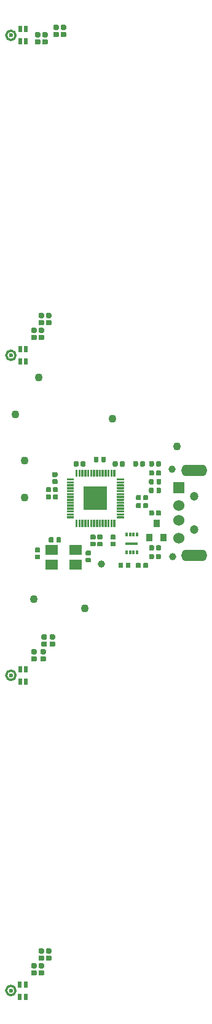
<source format=gbs>
G04 #@! TF.GenerationSoftware,KiCad,Pcbnew,5.1.5+dfsg1-2build2*
G04 #@! TF.CreationDate,2022-02-10T21:46:42-05:00*
G04 #@! TF.ProjectId,mico,6d69636f-2e6b-4696-9361-645f70636258,0.1*
G04 #@! TF.SameCoordinates,Original*
G04 #@! TF.FileFunction,Soldermask,Bot*
G04 #@! TF.FilePolarity,Negative*
%FSLAX46Y46*%
G04 Gerber Fmt 4.6, Leading zero omitted, Abs format (unit mm)*
G04 Created by KiCad (PCBNEW 5.1.5+dfsg1-2build2) date 2022-02-10 21:46:42*
%MOMM*%
%LPD*%
G04 APERTURE LIST*
%ADD10C,0.300000*%
%ADD11C,0.100000*%
%ADD12R,3.300000X3.300000*%
%ADD13C,1.528000*%
%ADD14R,1.528000X1.528000*%
%ADD15O,3.600000X1.608000*%
%ADD16C,1.200000*%
%ADD17R,1.700000X0.300000*%
%ADD18R,0.400000X0.600000*%
%ADD19R,0.900000X1.000000*%
%ADD20R,1.700000X1.400000*%
%ADD21C,1.000000*%
%ADD22C,0.600000*%
%ADD23R,0.622000X0.825000*%
%ADD24C,1.100000*%
G04 APERTURE END LIST*
D10*
X119387500Y-177668750D02*
G75*
G03X119387500Y-177668750I-650000J0D01*
G01*
X119400000Y-134325000D02*
G75*
G03X119400000Y-134325000I-650000J0D01*
G01*
X119400000Y-90325000D02*
G75*
G03X119400000Y-90325000I-650000J0D01*
G01*
X119400000Y-46325000D02*
G75*
G03X119400000Y-46325000I-650000J0D01*
G01*
D11*
G36*
X131685683Y-104278770D02*
G01*
X131701214Y-104281074D01*
X131716446Y-104284890D01*
X131731229Y-104290179D01*
X131745423Y-104296893D01*
X131758891Y-104304965D01*
X131771503Y-104314318D01*
X131783137Y-104324863D01*
X131793682Y-104336497D01*
X131803035Y-104349109D01*
X131811107Y-104362577D01*
X131817821Y-104376771D01*
X131823110Y-104391554D01*
X131826926Y-104406786D01*
X131829230Y-104422317D01*
X131830000Y-104438000D01*
X131830000Y-104858000D01*
X131829230Y-104873683D01*
X131826926Y-104889214D01*
X131823110Y-104904446D01*
X131817821Y-104919229D01*
X131811107Y-104933423D01*
X131803035Y-104946891D01*
X131793682Y-104959503D01*
X131783137Y-104971137D01*
X131771503Y-104981682D01*
X131758891Y-104991035D01*
X131745423Y-104999107D01*
X131731229Y-105005821D01*
X131716446Y-105011110D01*
X131701214Y-105014926D01*
X131685683Y-105017230D01*
X131670000Y-105018000D01*
X131350000Y-105018000D01*
X131334317Y-105017230D01*
X131318786Y-105014926D01*
X131303554Y-105011110D01*
X131288771Y-105005821D01*
X131274577Y-104999107D01*
X131261109Y-104991035D01*
X131248497Y-104981682D01*
X131236863Y-104971137D01*
X131226318Y-104959503D01*
X131216965Y-104946891D01*
X131208893Y-104933423D01*
X131202179Y-104919229D01*
X131196890Y-104904446D01*
X131193074Y-104889214D01*
X131190770Y-104873683D01*
X131190000Y-104858000D01*
X131190000Y-104438000D01*
X131190770Y-104422317D01*
X131193074Y-104406786D01*
X131196890Y-104391554D01*
X131202179Y-104376771D01*
X131208893Y-104362577D01*
X131216965Y-104349109D01*
X131226318Y-104336497D01*
X131236863Y-104324863D01*
X131248497Y-104314318D01*
X131261109Y-104304965D01*
X131274577Y-104296893D01*
X131288771Y-104290179D01*
X131303554Y-104284890D01*
X131318786Y-104281074D01*
X131334317Y-104278770D01*
X131350000Y-104278000D01*
X131670000Y-104278000D01*
X131685683Y-104278770D01*
G37*
G36*
X130665683Y-104278770D02*
G01*
X130681214Y-104281074D01*
X130696446Y-104284890D01*
X130711229Y-104290179D01*
X130725423Y-104296893D01*
X130738891Y-104304965D01*
X130751503Y-104314318D01*
X130763137Y-104324863D01*
X130773682Y-104336497D01*
X130783035Y-104349109D01*
X130791107Y-104362577D01*
X130797821Y-104376771D01*
X130803110Y-104391554D01*
X130806926Y-104406786D01*
X130809230Y-104422317D01*
X130810000Y-104438000D01*
X130810000Y-104858000D01*
X130809230Y-104873683D01*
X130806926Y-104889214D01*
X130803110Y-104904446D01*
X130797821Y-104919229D01*
X130791107Y-104933423D01*
X130783035Y-104946891D01*
X130773682Y-104959503D01*
X130763137Y-104971137D01*
X130751503Y-104981682D01*
X130738891Y-104991035D01*
X130725423Y-104999107D01*
X130711229Y-105005821D01*
X130696446Y-105011110D01*
X130681214Y-105014926D01*
X130665683Y-105017230D01*
X130650000Y-105018000D01*
X130330000Y-105018000D01*
X130314317Y-105017230D01*
X130298786Y-105014926D01*
X130283554Y-105011110D01*
X130268771Y-105005821D01*
X130254577Y-104999107D01*
X130241109Y-104991035D01*
X130228497Y-104981682D01*
X130216863Y-104971137D01*
X130206318Y-104959503D01*
X130196965Y-104946891D01*
X130188893Y-104933423D01*
X130182179Y-104919229D01*
X130176890Y-104904446D01*
X130173074Y-104889214D01*
X130170770Y-104873683D01*
X130170000Y-104858000D01*
X130170000Y-104438000D01*
X130170770Y-104422317D01*
X130173074Y-104406786D01*
X130176890Y-104391554D01*
X130182179Y-104376771D01*
X130188893Y-104362577D01*
X130196965Y-104349109D01*
X130206318Y-104336497D01*
X130216863Y-104324863D01*
X130228497Y-104314318D01*
X130241109Y-104304965D01*
X130254577Y-104296893D01*
X130268771Y-104290179D01*
X130283554Y-104284890D01*
X130298786Y-104281074D01*
X130314317Y-104278770D01*
X130330000Y-104278000D01*
X130650000Y-104278000D01*
X130665683Y-104278770D01*
G37*
D12*
X130400000Y-110000000D03*
D11*
G36*
X133141882Y-106095043D02*
G01*
X133142756Y-106095173D01*
X133143613Y-106095388D01*
X133144444Y-106095685D01*
X133145243Y-106096063D01*
X133146000Y-106096517D01*
X133146710Y-106097043D01*
X133147364Y-106097636D01*
X133147957Y-106098290D01*
X133148483Y-106099000D01*
X133148937Y-106099757D01*
X133149315Y-106100556D01*
X133149612Y-106101387D01*
X133149827Y-106102244D01*
X133149957Y-106103118D01*
X133150000Y-106104000D01*
X133150000Y-107026000D01*
X133149957Y-107026882D01*
X133149827Y-107027756D01*
X133149612Y-107028613D01*
X133149315Y-107029444D01*
X133148937Y-107030243D01*
X133148483Y-107031000D01*
X133147957Y-107031710D01*
X133147364Y-107032364D01*
X133146710Y-107032957D01*
X133146000Y-107033483D01*
X133145243Y-107033937D01*
X133144444Y-107034315D01*
X133143613Y-107034612D01*
X133142756Y-107034827D01*
X133141882Y-107034957D01*
X133141000Y-107035000D01*
X132859000Y-107035000D01*
X132858118Y-107034957D01*
X132857244Y-107034827D01*
X132856387Y-107034612D01*
X132855556Y-107034315D01*
X132854757Y-107033937D01*
X132854000Y-107033483D01*
X132853290Y-107032957D01*
X132852636Y-107032364D01*
X132852043Y-107031710D01*
X132851517Y-107031000D01*
X132851063Y-107030243D01*
X132850685Y-107029444D01*
X132850388Y-107028613D01*
X132850173Y-107027756D01*
X132850043Y-107026882D01*
X132850000Y-107026000D01*
X132850000Y-106104000D01*
X132850043Y-106103118D01*
X132850173Y-106102244D01*
X132850388Y-106101387D01*
X132850685Y-106100556D01*
X132851063Y-106099757D01*
X132851517Y-106099000D01*
X132852043Y-106098290D01*
X132852636Y-106097636D01*
X132853290Y-106097043D01*
X132854000Y-106096517D01*
X132854757Y-106096063D01*
X132855556Y-106095685D01*
X132856387Y-106095388D01*
X132857244Y-106095173D01*
X132858118Y-106095043D01*
X132859000Y-106095000D01*
X133141000Y-106095000D01*
X133141882Y-106095043D01*
G37*
G36*
X132741882Y-106095043D02*
G01*
X132742756Y-106095173D01*
X132743613Y-106095388D01*
X132744444Y-106095685D01*
X132745243Y-106096063D01*
X132746000Y-106096517D01*
X132746710Y-106097043D01*
X132747364Y-106097636D01*
X132747957Y-106098290D01*
X132748483Y-106099000D01*
X132748937Y-106099757D01*
X132749315Y-106100556D01*
X132749612Y-106101387D01*
X132749827Y-106102244D01*
X132749957Y-106103118D01*
X132750000Y-106104000D01*
X132750000Y-107026000D01*
X132749957Y-107026882D01*
X132749827Y-107027756D01*
X132749612Y-107028613D01*
X132749315Y-107029444D01*
X132748937Y-107030243D01*
X132748483Y-107031000D01*
X132747957Y-107031710D01*
X132747364Y-107032364D01*
X132746710Y-107032957D01*
X132746000Y-107033483D01*
X132745243Y-107033937D01*
X132744444Y-107034315D01*
X132743613Y-107034612D01*
X132742756Y-107034827D01*
X132741882Y-107034957D01*
X132741000Y-107035000D01*
X132459000Y-107035000D01*
X132458118Y-107034957D01*
X132457244Y-107034827D01*
X132456387Y-107034612D01*
X132455556Y-107034315D01*
X132454757Y-107033937D01*
X132454000Y-107033483D01*
X132453290Y-107032957D01*
X132452636Y-107032364D01*
X132452043Y-107031710D01*
X132451517Y-107031000D01*
X132451063Y-107030243D01*
X132450685Y-107029444D01*
X132450388Y-107028613D01*
X132450173Y-107027756D01*
X132450043Y-107026882D01*
X132450000Y-107026000D01*
X132450000Y-106104000D01*
X132450043Y-106103118D01*
X132450173Y-106102244D01*
X132450388Y-106101387D01*
X132450685Y-106100556D01*
X132451063Y-106099757D01*
X132451517Y-106099000D01*
X132452043Y-106098290D01*
X132452636Y-106097636D01*
X132453290Y-106097043D01*
X132454000Y-106096517D01*
X132454757Y-106096063D01*
X132455556Y-106095685D01*
X132456387Y-106095388D01*
X132457244Y-106095173D01*
X132458118Y-106095043D01*
X132459000Y-106095000D01*
X132741000Y-106095000D01*
X132741882Y-106095043D01*
G37*
G36*
X132341882Y-106095043D02*
G01*
X132342756Y-106095173D01*
X132343613Y-106095388D01*
X132344444Y-106095685D01*
X132345243Y-106096063D01*
X132346000Y-106096517D01*
X132346710Y-106097043D01*
X132347364Y-106097636D01*
X132347957Y-106098290D01*
X132348483Y-106099000D01*
X132348937Y-106099757D01*
X132349315Y-106100556D01*
X132349612Y-106101387D01*
X132349827Y-106102244D01*
X132349957Y-106103118D01*
X132350000Y-106104000D01*
X132350000Y-107026000D01*
X132349957Y-107026882D01*
X132349827Y-107027756D01*
X132349612Y-107028613D01*
X132349315Y-107029444D01*
X132348937Y-107030243D01*
X132348483Y-107031000D01*
X132347957Y-107031710D01*
X132347364Y-107032364D01*
X132346710Y-107032957D01*
X132346000Y-107033483D01*
X132345243Y-107033937D01*
X132344444Y-107034315D01*
X132343613Y-107034612D01*
X132342756Y-107034827D01*
X132341882Y-107034957D01*
X132341000Y-107035000D01*
X132059000Y-107035000D01*
X132058118Y-107034957D01*
X132057244Y-107034827D01*
X132056387Y-107034612D01*
X132055556Y-107034315D01*
X132054757Y-107033937D01*
X132054000Y-107033483D01*
X132053290Y-107032957D01*
X132052636Y-107032364D01*
X132052043Y-107031710D01*
X132051517Y-107031000D01*
X132051063Y-107030243D01*
X132050685Y-107029444D01*
X132050388Y-107028613D01*
X132050173Y-107027756D01*
X132050043Y-107026882D01*
X132050000Y-107026000D01*
X132050000Y-106104000D01*
X132050043Y-106103118D01*
X132050173Y-106102244D01*
X132050388Y-106101387D01*
X132050685Y-106100556D01*
X132051063Y-106099757D01*
X132051517Y-106099000D01*
X132052043Y-106098290D01*
X132052636Y-106097636D01*
X132053290Y-106097043D01*
X132054000Y-106096517D01*
X132054757Y-106096063D01*
X132055556Y-106095685D01*
X132056387Y-106095388D01*
X132057244Y-106095173D01*
X132058118Y-106095043D01*
X132059000Y-106095000D01*
X132341000Y-106095000D01*
X132341882Y-106095043D01*
G37*
G36*
X131941882Y-106095043D02*
G01*
X131942756Y-106095173D01*
X131943613Y-106095388D01*
X131944444Y-106095685D01*
X131945243Y-106096063D01*
X131946000Y-106096517D01*
X131946710Y-106097043D01*
X131947364Y-106097636D01*
X131947957Y-106098290D01*
X131948483Y-106099000D01*
X131948937Y-106099757D01*
X131949315Y-106100556D01*
X131949612Y-106101387D01*
X131949827Y-106102244D01*
X131949957Y-106103118D01*
X131950000Y-106104000D01*
X131950000Y-107026000D01*
X131949957Y-107026882D01*
X131949827Y-107027756D01*
X131949612Y-107028613D01*
X131949315Y-107029444D01*
X131948937Y-107030243D01*
X131948483Y-107031000D01*
X131947957Y-107031710D01*
X131947364Y-107032364D01*
X131946710Y-107032957D01*
X131946000Y-107033483D01*
X131945243Y-107033937D01*
X131944444Y-107034315D01*
X131943613Y-107034612D01*
X131942756Y-107034827D01*
X131941882Y-107034957D01*
X131941000Y-107035000D01*
X131659000Y-107035000D01*
X131658118Y-107034957D01*
X131657244Y-107034827D01*
X131656387Y-107034612D01*
X131655556Y-107034315D01*
X131654757Y-107033937D01*
X131654000Y-107033483D01*
X131653290Y-107032957D01*
X131652636Y-107032364D01*
X131652043Y-107031710D01*
X131651517Y-107031000D01*
X131651063Y-107030243D01*
X131650685Y-107029444D01*
X131650388Y-107028613D01*
X131650173Y-107027756D01*
X131650043Y-107026882D01*
X131650000Y-107026000D01*
X131650000Y-106104000D01*
X131650043Y-106103118D01*
X131650173Y-106102244D01*
X131650388Y-106101387D01*
X131650685Y-106100556D01*
X131651063Y-106099757D01*
X131651517Y-106099000D01*
X131652043Y-106098290D01*
X131652636Y-106097636D01*
X131653290Y-106097043D01*
X131654000Y-106096517D01*
X131654757Y-106096063D01*
X131655556Y-106095685D01*
X131656387Y-106095388D01*
X131657244Y-106095173D01*
X131658118Y-106095043D01*
X131659000Y-106095000D01*
X131941000Y-106095000D01*
X131941882Y-106095043D01*
G37*
G36*
X131541882Y-106095043D02*
G01*
X131542756Y-106095173D01*
X131543613Y-106095388D01*
X131544444Y-106095685D01*
X131545243Y-106096063D01*
X131546000Y-106096517D01*
X131546710Y-106097043D01*
X131547364Y-106097636D01*
X131547957Y-106098290D01*
X131548483Y-106099000D01*
X131548937Y-106099757D01*
X131549315Y-106100556D01*
X131549612Y-106101387D01*
X131549827Y-106102244D01*
X131549957Y-106103118D01*
X131550000Y-106104000D01*
X131550000Y-107026000D01*
X131549957Y-107026882D01*
X131549827Y-107027756D01*
X131549612Y-107028613D01*
X131549315Y-107029444D01*
X131548937Y-107030243D01*
X131548483Y-107031000D01*
X131547957Y-107031710D01*
X131547364Y-107032364D01*
X131546710Y-107032957D01*
X131546000Y-107033483D01*
X131545243Y-107033937D01*
X131544444Y-107034315D01*
X131543613Y-107034612D01*
X131542756Y-107034827D01*
X131541882Y-107034957D01*
X131541000Y-107035000D01*
X131259000Y-107035000D01*
X131258118Y-107034957D01*
X131257244Y-107034827D01*
X131256387Y-107034612D01*
X131255556Y-107034315D01*
X131254757Y-107033937D01*
X131254000Y-107033483D01*
X131253290Y-107032957D01*
X131252636Y-107032364D01*
X131252043Y-107031710D01*
X131251517Y-107031000D01*
X131251063Y-107030243D01*
X131250685Y-107029444D01*
X131250388Y-107028613D01*
X131250173Y-107027756D01*
X131250043Y-107026882D01*
X131250000Y-107026000D01*
X131250000Y-106104000D01*
X131250043Y-106103118D01*
X131250173Y-106102244D01*
X131250388Y-106101387D01*
X131250685Y-106100556D01*
X131251063Y-106099757D01*
X131251517Y-106099000D01*
X131252043Y-106098290D01*
X131252636Y-106097636D01*
X131253290Y-106097043D01*
X131254000Y-106096517D01*
X131254757Y-106096063D01*
X131255556Y-106095685D01*
X131256387Y-106095388D01*
X131257244Y-106095173D01*
X131258118Y-106095043D01*
X131259000Y-106095000D01*
X131541000Y-106095000D01*
X131541882Y-106095043D01*
G37*
G36*
X131141882Y-106095043D02*
G01*
X131142756Y-106095173D01*
X131143613Y-106095388D01*
X131144444Y-106095685D01*
X131145243Y-106096063D01*
X131146000Y-106096517D01*
X131146710Y-106097043D01*
X131147364Y-106097636D01*
X131147957Y-106098290D01*
X131148483Y-106099000D01*
X131148937Y-106099757D01*
X131149315Y-106100556D01*
X131149612Y-106101387D01*
X131149827Y-106102244D01*
X131149957Y-106103118D01*
X131150000Y-106104000D01*
X131150000Y-107026000D01*
X131149957Y-107026882D01*
X131149827Y-107027756D01*
X131149612Y-107028613D01*
X131149315Y-107029444D01*
X131148937Y-107030243D01*
X131148483Y-107031000D01*
X131147957Y-107031710D01*
X131147364Y-107032364D01*
X131146710Y-107032957D01*
X131146000Y-107033483D01*
X131145243Y-107033937D01*
X131144444Y-107034315D01*
X131143613Y-107034612D01*
X131142756Y-107034827D01*
X131141882Y-107034957D01*
X131141000Y-107035000D01*
X130859000Y-107035000D01*
X130858118Y-107034957D01*
X130857244Y-107034827D01*
X130856387Y-107034612D01*
X130855556Y-107034315D01*
X130854757Y-107033937D01*
X130854000Y-107033483D01*
X130853290Y-107032957D01*
X130852636Y-107032364D01*
X130852043Y-107031710D01*
X130851517Y-107031000D01*
X130851063Y-107030243D01*
X130850685Y-107029444D01*
X130850388Y-107028613D01*
X130850173Y-107027756D01*
X130850043Y-107026882D01*
X130850000Y-107026000D01*
X130850000Y-106104000D01*
X130850043Y-106103118D01*
X130850173Y-106102244D01*
X130850388Y-106101387D01*
X130850685Y-106100556D01*
X130851063Y-106099757D01*
X130851517Y-106099000D01*
X130852043Y-106098290D01*
X130852636Y-106097636D01*
X130853290Y-106097043D01*
X130854000Y-106096517D01*
X130854757Y-106096063D01*
X130855556Y-106095685D01*
X130856387Y-106095388D01*
X130857244Y-106095173D01*
X130858118Y-106095043D01*
X130859000Y-106095000D01*
X131141000Y-106095000D01*
X131141882Y-106095043D01*
G37*
G36*
X130741882Y-106095043D02*
G01*
X130742756Y-106095173D01*
X130743613Y-106095388D01*
X130744444Y-106095685D01*
X130745243Y-106096063D01*
X130746000Y-106096517D01*
X130746710Y-106097043D01*
X130747364Y-106097636D01*
X130747957Y-106098290D01*
X130748483Y-106099000D01*
X130748937Y-106099757D01*
X130749315Y-106100556D01*
X130749612Y-106101387D01*
X130749827Y-106102244D01*
X130749957Y-106103118D01*
X130750000Y-106104000D01*
X130750000Y-107026000D01*
X130749957Y-107026882D01*
X130749827Y-107027756D01*
X130749612Y-107028613D01*
X130749315Y-107029444D01*
X130748937Y-107030243D01*
X130748483Y-107031000D01*
X130747957Y-107031710D01*
X130747364Y-107032364D01*
X130746710Y-107032957D01*
X130746000Y-107033483D01*
X130745243Y-107033937D01*
X130744444Y-107034315D01*
X130743613Y-107034612D01*
X130742756Y-107034827D01*
X130741882Y-107034957D01*
X130741000Y-107035000D01*
X130459000Y-107035000D01*
X130458118Y-107034957D01*
X130457244Y-107034827D01*
X130456387Y-107034612D01*
X130455556Y-107034315D01*
X130454757Y-107033937D01*
X130454000Y-107033483D01*
X130453290Y-107032957D01*
X130452636Y-107032364D01*
X130452043Y-107031710D01*
X130451517Y-107031000D01*
X130451063Y-107030243D01*
X130450685Y-107029444D01*
X130450388Y-107028613D01*
X130450173Y-107027756D01*
X130450043Y-107026882D01*
X130450000Y-107026000D01*
X130450000Y-106104000D01*
X130450043Y-106103118D01*
X130450173Y-106102244D01*
X130450388Y-106101387D01*
X130450685Y-106100556D01*
X130451063Y-106099757D01*
X130451517Y-106099000D01*
X130452043Y-106098290D01*
X130452636Y-106097636D01*
X130453290Y-106097043D01*
X130454000Y-106096517D01*
X130454757Y-106096063D01*
X130455556Y-106095685D01*
X130456387Y-106095388D01*
X130457244Y-106095173D01*
X130458118Y-106095043D01*
X130459000Y-106095000D01*
X130741000Y-106095000D01*
X130741882Y-106095043D01*
G37*
G36*
X130341882Y-106095043D02*
G01*
X130342756Y-106095173D01*
X130343613Y-106095388D01*
X130344444Y-106095685D01*
X130345243Y-106096063D01*
X130346000Y-106096517D01*
X130346710Y-106097043D01*
X130347364Y-106097636D01*
X130347957Y-106098290D01*
X130348483Y-106099000D01*
X130348937Y-106099757D01*
X130349315Y-106100556D01*
X130349612Y-106101387D01*
X130349827Y-106102244D01*
X130349957Y-106103118D01*
X130350000Y-106104000D01*
X130350000Y-107026000D01*
X130349957Y-107026882D01*
X130349827Y-107027756D01*
X130349612Y-107028613D01*
X130349315Y-107029444D01*
X130348937Y-107030243D01*
X130348483Y-107031000D01*
X130347957Y-107031710D01*
X130347364Y-107032364D01*
X130346710Y-107032957D01*
X130346000Y-107033483D01*
X130345243Y-107033937D01*
X130344444Y-107034315D01*
X130343613Y-107034612D01*
X130342756Y-107034827D01*
X130341882Y-107034957D01*
X130341000Y-107035000D01*
X130059000Y-107035000D01*
X130058118Y-107034957D01*
X130057244Y-107034827D01*
X130056387Y-107034612D01*
X130055556Y-107034315D01*
X130054757Y-107033937D01*
X130054000Y-107033483D01*
X130053290Y-107032957D01*
X130052636Y-107032364D01*
X130052043Y-107031710D01*
X130051517Y-107031000D01*
X130051063Y-107030243D01*
X130050685Y-107029444D01*
X130050388Y-107028613D01*
X130050173Y-107027756D01*
X130050043Y-107026882D01*
X130050000Y-107026000D01*
X130050000Y-106104000D01*
X130050043Y-106103118D01*
X130050173Y-106102244D01*
X130050388Y-106101387D01*
X130050685Y-106100556D01*
X130051063Y-106099757D01*
X130051517Y-106099000D01*
X130052043Y-106098290D01*
X130052636Y-106097636D01*
X130053290Y-106097043D01*
X130054000Y-106096517D01*
X130054757Y-106096063D01*
X130055556Y-106095685D01*
X130056387Y-106095388D01*
X130057244Y-106095173D01*
X130058118Y-106095043D01*
X130059000Y-106095000D01*
X130341000Y-106095000D01*
X130341882Y-106095043D01*
G37*
G36*
X129941882Y-106095043D02*
G01*
X129942756Y-106095173D01*
X129943613Y-106095388D01*
X129944444Y-106095685D01*
X129945243Y-106096063D01*
X129946000Y-106096517D01*
X129946710Y-106097043D01*
X129947364Y-106097636D01*
X129947957Y-106098290D01*
X129948483Y-106099000D01*
X129948937Y-106099757D01*
X129949315Y-106100556D01*
X129949612Y-106101387D01*
X129949827Y-106102244D01*
X129949957Y-106103118D01*
X129950000Y-106104000D01*
X129950000Y-107026000D01*
X129949957Y-107026882D01*
X129949827Y-107027756D01*
X129949612Y-107028613D01*
X129949315Y-107029444D01*
X129948937Y-107030243D01*
X129948483Y-107031000D01*
X129947957Y-107031710D01*
X129947364Y-107032364D01*
X129946710Y-107032957D01*
X129946000Y-107033483D01*
X129945243Y-107033937D01*
X129944444Y-107034315D01*
X129943613Y-107034612D01*
X129942756Y-107034827D01*
X129941882Y-107034957D01*
X129941000Y-107035000D01*
X129659000Y-107035000D01*
X129658118Y-107034957D01*
X129657244Y-107034827D01*
X129656387Y-107034612D01*
X129655556Y-107034315D01*
X129654757Y-107033937D01*
X129654000Y-107033483D01*
X129653290Y-107032957D01*
X129652636Y-107032364D01*
X129652043Y-107031710D01*
X129651517Y-107031000D01*
X129651063Y-107030243D01*
X129650685Y-107029444D01*
X129650388Y-107028613D01*
X129650173Y-107027756D01*
X129650043Y-107026882D01*
X129650000Y-107026000D01*
X129650000Y-106104000D01*
X129650043Y-106103118D01*
X129650173Y-106102244D01*
X129650388Y-106101387D01*
X129650685Y-106100556D01*
X129651063Y-106099757D01*
X129651517Y-106099000D01*
X129652043Y-106098290D01*
X129652636Y-106097636D01*
X129653290Y-106097043D01*
X129654000Y-106096517D01*
X129654757Y-106096063D01*
X129655556Y-106095685D01*
X129656387Y-106095388D01*
X129657244Y-106095173D01*
X129658118Y-106095043D01*
X129659000Y-106095000D01*
X129941000Y-106095000D01*
X129941882Y-106095043D01*
G37*
G36*
X129541882Y-106095043D02*
G01*
X129542756Y-106095173D01*
X129543613Y-106095388D01*
X129544444Y-106095685D01*
X129545243Y-106096063D01*
X129546000Y-106096517D01*
X129546710Y-106097043D01*
X129547364Y-106097636D01*
X129547957Y-106098290D01*
X129548483Y-106099000D01*
X129548937Y-106099757D01*
X129549315Y-106100556D01*
X129549612Y-106101387D01*
X129549827Y-106102244D01*
X129549957Y-106103118D01*
X129550000Y-106104000D01*
X129550000Y-107026000D01*
X129549957Y-107026882D01*
X129549827Y-107027756D01*
X129549612Y-107028613D01*
X129549315Y-107029444D01*
X129548937Y-107030243D01*
X129548483Y-107031000D01*
X129547957Y-107031710D01*
X129547364Y-107032364D01*
X129546710Y-107032957D01*
X129546000Y-107033483D01*
X129545243Y-107033937D01*
X129544444Y-107034315D01*
X129543613Y-107034612D01*
X129542756Y-107034827D01*
X129541882Y-107034957D01*
X129541000Y-107035000D01*
X129259000Y-107035000D01*
X129258118Y-107034957D01*
X129257244Y-107034827D01*
X129256387Y-107034612D01*
X129255556Y-107034315D01*
X129254757Y-107033937D01*
X129254000Y-107033483D01*
X129253290Y-107032957D01*
X129252636Y-107032364D01*
X129252043Y-107031710D01*
X129251517Y-107031000D01*
X129251063Y-107030243D01*
X129250685Y-107029444D01*
X129250388Y-107028613D01*
X129250173Y-107027756D01*
X129250043Y-107026882D01*
X129250000Y-107026000D01*
X129250000Y-106104000D01*
X129250043Y-106103118D01*
X129250173Y-106102244D01*
X129250388Y-106101387D01*
X129250685Y-106100556D01*
X129251063Y-106099757D01*
X129251517Y-106099000D01*
X129252043Y-106098290D01*
X129252636Y-106097636D01*
X129253290Y-106097043D01*
X129254000Y-106096517D01*
X129254757Y-106096063D01*
X129255556Y-106095685D01*
X129256387Y-106095388D01*
X129257244Y-106095173D01*
X129258118Y-106095043D01*
X129259000Y-106095000D01*
X129541000Y-106095000D01*
X129541882Y-106095043D01*
G37*
G36*
X129141882Y-106095043D02*
G01*
X129142756Y-106095173D01*
X129143613Y-106095388D01*
X129144444Y-106095685D01*
X129145243Y-106096063D01*
X129146000Y-106096517D01*
X129146710Y-106097043D01*
X129147364Y-106097636D01*
X129147957Y-106098290D01*
X129148483Y-106099000D01*
X129148937Y-106099757D01*
X129149315Y-106100556D01*
X129149612Y-106101387D01*
X129149827Y-106102244D01*
X129149957Y-106103118D01*
X129150000Y-106104000D01*
X129150000Y-107026000D01*
X129149957Y-107026882D01*
X129149827Y-107027756D01*
X129149612Y-107028613D01*
X129149315Y-107029444D01*
X129148937Y-107030243D01*
X129148483Y-107031000D01*
X129147957Y-107031710D01*
X129147364Y-107032364D01*
X129146710Y-107032957D01*
X129146000Y-107033483D01*
X129145243Y-107033937D01*
X129144444Y-107034315D01*
X129143613Y-107034612D01*
X129142756Y-107034827D01*
X129141882Y-107034957D01*
X129141000Y-107035000D01*
X128859000Y-107035000D01*
X128858118Y-107034957D01*
X128857244Y-107034827D01*
X128856387Y-107034612D01*
X128855556Y-107034315D01*
X128854757Y-107033937D01*
X128854000Y-107033483D01*
X128853290Y-107032957D01*
X128852636Y-107032364D01*
X128852043Y-107031710D01*
X128851517Y-107031000D01*
X128851063Y-107030243D01*
X128850685Y-107029444D01*
X128850388Y-107028613D01*
X128850173Y-107027756D01*
X128850043Y-107026882D01*
X128850000Y-107026000D01*
X128850000Y-106104000D01*
X128850043Y-106103118D01*
X128850173Y-106102244D01*
X128850388Y-106101387D01*
X128850685Y-106100556D01*
X128851063Y-106099757D01*
X128851517Y-106099000D01*
X128852043Y-106098290D01*
X128852636Y-106097636D01*
X128853290Y-106097043D01*
X128854000Y-106096517D01*
X128854757Y-106096063D01*
X128855556Y-106095685D01*
X128856387Y-106095388D01*
X128857244Y-106095173D01*
X128858118Y-106095043D01*
X128859000Y-106095000D01*
X129141000Y-106095000D01*
X129141882Y-106095043D01*
G37*
G36*
X128741882Y-106095043D02*
G01*
X128742756Y-106095173D01*
X128743613Y-106095388D01*
X128744444Y-106095685D01*
X128745243Y-106096063D01*
X128746000Y-106096517D01*
X128746710Y-106097043D01*
X128747364Y-106097636D01*
X128747957Y-106098290D01*
X128748483Y-106099000D01*
X128748937Y-106099757D01*
X128749315Y-106100556D01*
X128749612Y-106101387D01*
X128749827Y-106102244D01*
X128749957Y-106103118D01*
X128750000Y-106104000D01*
X128750000Y-107026000D01*
X128749957Y-107026882D01*
X128749827Y-107027756D01*
X128749612Y-107028613D01*
X128749315Y-107029444D01*
X128748937Y-107030243D01*
X128748483Y-107031000D01*
X128747957Y-107031710D01*
X128747364Y-107032364D01*
X128746710Y-107032957D01*
X128746000Y-107033483D01*
X128745243Y-107033937D01*
X128744444Y-107034315D01*
X128743613Y-107034612D01*
X128742756Y-107034827D01*
X128741882Y-107034957D01*
X128741000Y-107035000D01*
X128459000Y-107035000D01*
X128458118Y-107034957D01*
X128457244Y-107034827D01*
X128456387Y-107034612D01*
X128455556Y-107034315D01*
X128454757Y-107033937D01*
X128454000Y-107033483D01*
X128453290Y-107032957D01*
X128452636Y-107032364D01*
X128452043Y-107031710D01*
X128451517Y-107031000D01*
X128451063Y-107030243D01*
X128450685Y-107029444D01*
X128450388Y-107028613D01*
X128450173Y-107027756D01*
X128450043Y-107026882D01*
X128450000Y-107026000D01*
X128450000Y-106104000D01*
X128450043Y-106103118D01*
X128450173Y-106102244D01*
X128450388Y-106101387D01*
X128450685Y-106100556D01*
X128451063Y-106099757D01*
X128451517Y-106099000D01*
X128452043Y-106098290D01*
X128452636Y-106097636D01*
X128453290Y-106097043D01*
X128454000Y-106096517D01*
X128454757Y-106096063D01*
X128455556Y-106095685D01*
X128456387Y-106095388D01*
X128457244Y-106095173D01*
X128458118Y-106095043D01*
X128459000Y-106095000D01*
X128741000Y-106095000D01*
X128741882Y-106095043D01*
G37*
G36*
X128341882Y-106095043D02*
G01*
X128342756Y-106095173D01*
X128343613Y-106095388D01*
X128344444Y-106095685D01*
X128345243Y-106096063D01*
X128346000Y-106096517D01*
X128346710Y-106097043D01*
X128347364Y-106097636D01*
X128347957Y-106098290D01*
X128348483Y-106099000D01*
X128348937Y-106099757D01*
X128349315Y-106100556D01*
X128349612Y-106101387D01*
X128349827Y-106102244D01*
X128349957Y-106103118D01*
X128350000Y-106104000D01*
X128350000Y-107026000D01*
X128349957Y-107026882D01*
X128349827Y-107027756D01*
X128349612Y-107028613D01*
X128349315Y-107029444D01*
X128348937Y-107030243D01*
X128348483Y-107031000D01*
X128347957Y-107031710D01*
X128347364Y-107032364D01*
X128346710Y-107032957D01*
X128346000Y-107033483D01*
X128345243Y-107033937D01*
X128344444Y-107034315D01*
X128343613Y-107034612D01*
X128342756Y-107034827D01*
X128341882Y-107034957D01*
X128341000Y-107035000D01*
X128059000Y-107035000D01*
X128058118Y-107034957D01*
X128057244Y-107034827D01*
X128056387Y-107034612D01*
X128055556Y-107034315D01*
X128054757Y-107033937D01*
X128054000Y-107033483D01*
X128053290Y-107032957D01*
X128052636Y-107032364D01*
X128052043Y-107031710D01*
X128051517Y-107031000D01*
X128051063Y-107030243D01*
X128050685Y-107029444D01*
X128050388Y-107028613D01*
X128050173Y-107027756D01*
X128050043Y-107026882D01*
X128050000Y-107026000D01*
X128050000Y-106104000D01*
X128050043Y-106103118D01*
X128050173Y-106102244D01*
X128050388Y-106101387D01*
X128050685Y-106100556D01*
X128051063Y-106099757D01*
X128051517Y-106099000D01*
X128052043Y-106098290D01*
X128052636Y-106097636D01*
X128053290Y-106097043D01*
X128054000Y-106096517D01*
X128054757Y-106096063D01*
X128055556Y-106095685D01*
X128056387Y-106095388D01*
X128057244Y-106095173D01*
X128058118Y-106095043D01*
X128059000Y-106095000D01*
X128341000Y-106095000D01*
X128341882Y-106095043D01*
G37*
G36*
X127941882Y-106095043D02*
G01*
X127942756Y-106095173D01*
X127943613Y-106095388D01*
X127944444Y-106095685D01*
X127945243Y-106096063D01*
X127946000Y-106096517D01*
X127946710Y-106097043D01*
X127947364Y-106097636D01*
X127947957Y-106098290D01*
X127948483Y-106099000D01*
X127948937Y-106099757D01*
X127949315Y-106100556D01*
X127949612Y-106101387D01*
X127949827Y-106102244D01*
X127949957Y-106103118D01*
X127950000Y-106104000D01*
X127950000Y-107026000D01*
X127949957Y-107026882D01*
X127949827Y-107027756D01*
X127949612Y-107028613D01*
X127949315Y-107029444D01*
X127948937Y-107030243D01*
X127948483Y-107031000D01*
X127947957Y-107031710D01*
X127947364Y-107032364D01*
X127946710Y-107032957D01*
X127946000Y-107033483D01*
X127945243Y-107033937D01*
X127944444Y-107034315D01*
X127943613Y-107034612D01*
X127942756Y-107034827D01*
X127941882Y-107034957D01*
X127941000Y-107035000D01*
X127659000Y-107035000D01*
X127658118Y-107034957D01*
X127657244Y-107034827D01*
X127656387Y-107034612D01*
X127655556Y-107034315D01*
X127654757Y-107033937D01*
X127654000Y-107033483D01*
X127653290Y-107032957D01*
X127652636Y-107032364D01*
X127652043Y-107031710D01*
X127651517Y-107031000D01*
X127651063Y-107030243D01*
X127650685Y-107029444D01*
X127650388Y-107028613D01*
X127650173Y-107027756D01*
X127650043Y-107026882D01*
X127650000Y-107026000D01*
X127650000Y-106104000D01*
X127650043Y-106103118D01*
X127650173Y-106102244D01*
X127650388Y-106101387D01*
X127650685Y-106100556D01*
X127651063Y-106099757D01*
X127651517Y-106099000D01*
X127652043Y-106098290D01*
X127652636Y-106097636D01*
X127653290Y-106097043D01*
X127654000Y-106096517D01*
X127654757Y-106096063D01*
X127655556Y-106095685D01*
X127656387Y-106095388D01*
X127657244Y-106095173D01*
X127658118Y-106095043D01*
X127659000Y-106095000D01*
X127941000Y-106095000D01*
X127941882Y-106095043D01*
G37*
G36*
X127941882Y-112965043D02*
G01*
X127942756Y-112965173D01*
X127943613Y-112965388D01*
X127944444Y-112965685D01*
X127945243Y-112966063D01*
X127946000Y-112966517D01*
X127946710Y-112967043D01*
X127947364Y-112967636D01*
X127947957Y-112968290D01*
X127948483Y-112969000D01*
X127948937Y-112969757D01*
X127949315Y-112970556D01*
X127949612Y-112971387D01*
X127949827Y-112972244D01*
X127949957Y-112973118D01*
X127950000Y-112974000D01*
X127950000Y-113896000D01*
X127949957Y-113896882D01*
X127949827Y-113897756D01*
X127949612Y-113898613D01*
X127949315Y-113899444D01*
X127948937Y-113900243D01*
X127948483Y-113901000D01*
X127947957Y-113901710D01*
X127947364Y-113902364D01*
X127946710Y-113902957D01*
X127946000Y-113903483D01*
X127945243Y-113903937D01*
X127944444Y-113904315D01*
X127943613Y-113904612D01*
X127942756Y-113904827D01*
X127941882Y-113904957D01*
X127941000Y-113905000D01*
X127659000Y-113905000D01*
X127658118Y-113904957D01*
X127657244Y-113904827D01*
X127656387Y-113904612D01*
X127655556Y-113904315D01*
X127654757Y-113903937D01*
X127654000Y-113903483D01*
X127653290Y-113902957D01*
X127652636Y-113902364D01*
X127652043Y-113901710D01*
X127651517Y-113901000D01*
X127651063Y-113900243D01*
X127650685Y-113899444D01*
X127650388Y-113898613D01*
X127650173Y-113897756D01*
X127650043Y-113896882D01*
X127650000Y-113896000D01*
X127650000Y-112974000D01*
X127650043Y-112973118D01*
X127650173Y-112972244D01*
X127650388Y-112971387D01*
X127650685Y-112970556D01*
X127651063Y-112969757D01*
X127651517Y-112969000D01*
X127652043Y-112968290D01*
X127652636Y-112967636D01*
X127653290Y-112967043D01*
X127654000Y-112966517D01*
X127654757Y-112966063D01*
X127655556Y-112965685D01*
X127656387Y-112965388D01*
X127657244Y-112965173D01*
X127658118Y-112965043D01*
X127659000Y-112965000D01*
X127941000Y-112965000D01*
X127941882Y-112965043D01*
G37*
G36*
X128341882Y-112965043D02*
G01*
X128342756Y-112965173D01*
X128343613Y-112965388D01*
X128344444Y-112965685D01*
X128345243Y-112966063D01*
X128346000Y-112966517D01*
X128346710Y-112967043D01*
X128347364Y-112967636D01*
X128347957Y-112968290D01*
X128348483Y-112969000D01*
X128348937Y-112969757D01*
X128349315Y-112970556D01*
X128349612Y-112971387D01*
X128349827Y-112972244D01*
X128349957Y-112973118D01*
X128350000Y-112974000D01*
X128350000Y-113896000D01*
X128349957Y-113896882D01*
X128349827Y-113897756D01*
X128349612Y-113898613D01*
X128349315Y-113899444D01*
X128348937Y-113900243D01*
X128348483Y-113901000D01*
X128347957Y-113901710D01*
X128347364Y-113902364D01*
X128346710Y-113902957D01*
X128346000Y-113903483D01*
X128345243Y-113903937D01*
X128344444Y-113904315D01*
X128343613Y-113904612D01*
X128342756Y-113904827D01*
X128341882Y-113904957D01*
X128341000Y-113905000D01*
X128059000Y-113905000D01*
X128058118Y-113904957D01*
X128057244Y-113904827D01*
X128056387Y-113904612D01*
X128055556Y-113904315D01*
X128054757Y-113903937D01*
X128054000Y-113903483D01*
X128053290Y-113902957D01*
X128052636Y-113902364D01*
X128052043Y-113901710D01*
X128051517Y-113901000D01*
X128051063Y-113900243D01*
X128050685Y-113899444D01*
X128050388Y-113898613D01*
X128050173Y-113897756D01*
X128050043Y-113896882D01*
X128050000Y-113896000D01*
X128050000Y-112974000D01*
X128050043Y-112973118D01*
X128050173Y-112972244D01*
X128050388Y-112971387D01*
X128050685Y-112970556D01*
X128051063Y-112969757D01*
X128051517Y-112969000D01*
X128052043Y-112968290D01*
X128052636Y-112967636D01*
X128053290Y-112967043D01*
X128054000Y-112966517D01*
X128054757Y-112966063D01*
X128055556Y-112965685D01*
X128056387Y-112965388D01*
X128057244Y-112965173D01*
X128058118Y-112965043D01*
X128059000Y-112965000D01*
X128341000Y-112965000D01*
X128341882Y-112965043D01*
G37*
G36*
X128741882Y-112965043D02*
G01*
X128742756Y-112965173D01*
X128743613Y-112965388D01*
X128744444Y-112965685D01*
X128745243Y-112966063D01*
X128746000Y-112966517D01*
X128746710Y-112967043D01*
X128747364Y-112967636D01*
X128747957Y-112968290D01*
X128748483Y-112969000D01*
X128748937Y-112969757D01*
X128749315Y-112970556D01*
X128749612Y-112971387D01*
X128749827Y-112972244D01*
X128749957Y-112973118D01*
X128750000Y-112974000D01*
X128750000Y-113896000D01*
X128749957Y-113896882D01*
X128749827Y-113897756D01*
X128749612Y-113898613D01*
X128749315Y-113899444D01*
X128748937Y-113900243D01*
X128748483Y-113901000D01*
X128747957Y-113901710D01*
X128747364Y-113902364D01*
X128746710Y-113902957D01*
X128746000Y-113903483D01*
X128745243Y-113903937D01*
X128744444Y-113904315D01*
X128743613Y-113904612D01*
X128742756Y-113904827D01*
X128741882Y-113904957D01*
X128741000Y-113905000D01*
X128459000Y-113905000D01*
X128458118Y-113904957D01*
X128457244Y-113904827D01*
X128456387Y-113904612D01*
X128455556Y-113904315D01*
X128454757Y-113903937D01*
X128454000Y-113903483D01*
X128453290Y-113902957D01*
X128452636Y-113902364D01*
X128452043Y-113901710D01*
X128451517Y-113901000D01*
X128451063Y-113900243D01*
X128450685Y-113899444D01*
X128450388Y-113898613D01*
X128450173Y-113897756D01*
X128450043Y-113896882D01*
X128450000Y-113896000D01*
X128450000Y-112974000D01*
X128450043Y-112973118D01*
X128450173Y-112972244D01*
X128450388Y-112971387D01*
X128450685Y-112970556D01*
X128451063Y-112969757D01*
X128451517Y-112969000D01*
X128452043Y-112968290D01*
X128452636Y-112967636D01*
X128453290Y-112967043D01*
X128454000Y-112966517D01*
X128454757Y-112966063D01*
X128455556Y-112965685D01*
X128456387Y-112965388D01*
X128457244Y-112965173D01*
X128458118Y-112965043D01*
X128459000Y-112965000D01*
X128741000Y-112965000D01*
X128741882Y-112965043D01*
G37*
G36*
X129141882Y-112965043D02*
G01*
X129142756Y-112965173D01*
X129143613Y-112965388D01*
X129144444Y-112965685D01*
X129145243Y-112966063D01*
X129146000Y-112966517D01*
X129146710Y-112967043D01*
X129147364Y-112967636D01*
X129147957Y-112968290D01*
X129148483Y-112969000D01*
X129148937Y-112969757D01*
X129149315Y-112970556D01*
X129149612Y-112971387D01*
X129149827Y-112972244D01*
X129149957Y-112973118D01*
X129150000Y-112974000D01*
X129150000Y-113896000D01*
X129149957Y-113896882D01*
X129149827Y-113897756D01*
X129149612Y-113898613D01*
X129149315Y-113899444D01*
X129148937Y-113900243D01*
X129148483Y-113901000D01*
X129147957Y-113901710D01*
X129147364Y-113902364D01*
X129146710Y-113902957D01*
X129146000Y-113903483D01*
X129145243Y-113903937D01*
X129144444Y-113904315D01*
X129143613Y-113904612D01*
X129142756Y-113904827D01*
X129141882Y-113904957D01*
X129141000Y-113905000D01*
X128859000Y-113905000D01*
X128858118Y-113904957D01*
X128857244Y-113904827D01*
X128856387Y-113904612D01*
X128855556Y-113904315D01*
X128854757Y-113903937D01*
X128854000Y-113903483D01*
X128853290Y-113902957D01*
X128852636Y-113902364D01*
X128852043Y-113901710D01*
X128851517Y-113901000D01*
X128851063Y-113900243D01*
X128850685Y-113899444D01*
X128850388Y-113898613D01*
X128850173Y-113897756D01*
X128850043Y-113896882D01*
X128850000Y-113896000D01*
X128850000Y-112974000D01*
X128850043Y-112973118D01*
X128850173Y-112972244D01*
X128850388Y-112971387D01*
X128850685Y-112970556D01*
X128851063Y-112969757D01*
X128851517Y-112969000D01*
X128852043Y-112968290D01*
X128852636Y-112967636D01*
X128853290Y-112967043D01*
X128854000Y-112966517D01*
X128854757Y-112966063D01*
X128855556Y-112965685D01*
X128856387Y-112965388D01*
X128857244Y-112965173D01*
X128858118Y-112965043D01*
X128859000Y-112965000D01*
X129141000Y-112965000D01*
X129141882Y-112965043D01*
G37*
G36*
X129541882Y-112965043D02*
G01*
X129542756Y-112965173D01*
X129543613Y-112965388D01*
X129544444Y-112965685D01*
X129545243Y-112966063D01*
X129546000Y-112966517D01*
X129546710Y-112967043D01*
X129547364Y-112967636D01*
X129547957Y-112968290D01*
X129548483Y-112969000D01*
X129548937Y-112969757D01*
X129549315Y-112970556D01*
X129549612Y-112971387D01*
X129549827Y-112972244D01*
X129549957Y-112973118D01*
X129550000Y-112974000D01*
X129550000Y-113896000D01*
X129549957Y-113896882D01*
X129549827Y-113897756D01*
X129549612Y-113898613D01*
X129549315Y-113899444D01*
X129548937Y-113900243D01*
X129548483Y-113901000D01*
X129547957Y-113901710D01*
X129547364Y-113902364D01*
X129546710Y-113902957D01*
X129546000Y-113903483D01*
X129545243Y-113903937D01*
X129544444Y-113904315D01*
X129543613Y-113904612D01*
X129542756Y-113904827D01*
X129541882Y-113904957D01*
X129541000Y-113905000D01*
X129259000Y-113905000D01*
X129258118Y-113904957D01*
X129257244Y-113904827D01*
X129256387Y-113904612D01*
X129255556Y-113904315D01*
X129254757Y-113903937D01*
X129254000Y-113903483D01*
X129253290Y-113902957D01*
X129252636Y-113902364D01*
X129252043Y-113901710D01*
X129251517Y-113901000D01*
X129251063Y-113900243D01*
X129250685Y-113899444D01*
X129250388Y-113898613D01*
X129250173Y-113897756D01*
X129250043Y-113896882D01*
X129250000Y-113896000D01*
X129250000Y-112974000D01*
X129250043Y-112973118D01*
X129250173Y-112972244D01*
X129250388Y-112971387D01*
X129250685Y-112970556D01*
X129251063Y-112969757D01*
X129251517Y-112969000D01*
X129252043Y-112968290D01*
X129252636Y-112967636D01*
X129253290Y-112967043D01*
X129254000Y-112966517D01*
X129254757Y-112966063D01*
X129255556Y-112965685D01*
X129256387Y-112965388D01*
X129257244Y-112965173D01*
X129258118Y-112965043D01*
X129259000Y-112965000D01*
X129541000Y-112965000D01*
X129541882Y-112965043D01*
G37*
G36*
X129941882Y-112965043D02*
G01*
X129942756Y-112965173D01*
X129943613Y-112965388D01*
X129944444Y-112965685D01*
X129945243Y-112966063D01*
X129946000Y-112966517D01*
X129946710Y-112967043D01*
X129947364Y-112967636D01*
X129947957Y-112968290D01*
X129948483Y-112969000D01*
X129948937Y-112969757D01*
X129949315Y-112970556D01*
X129949612Y-112971387D01*
X129949827Y-112972244D01*
X129949957Y-112973118D01*
X129950000Y-112974000D01*
X129950000Y-113896000D01*
X129949957Y-113896882D01*
X129949827Y-113897756D01*
X129949612Y-113898613D01*
X129949315Y-113899444D01*
X129948937Y-113900243D01*
X129948483Y-113901000D01*
X129947957Y-113901710D01*
X129947364Y-113902364D01*
X129946710Y-113902957D01*
X129946000Y-113903483D01*
X129945243Y-113903937D01*
X129944444Y-113904315D01*
X129943613Y-113904612D01*
X129942756Y-113904827D01*
X129941882Y-113904957D01*
X129941000Y-113905000D01*
X129659000Y-113905000D01*
X129658118Y-113904957D01*
X129657244Y-113904827D01*
X129656387Y-113904612D01*
X129655556Y-113904315D01*
X129654757Y-113903937D01*
X129654000Y-113903483D01*
X129653290Y-113902957D01*
X129652636Y-113902364D01*
X129652043Y-113901710D01*
X129651517Y-113901000D01*
X129651063Y-113900243D01*
X129650685Y-113899444D01*
X129650388Y-113898613D01*
X129650173Y-113897756D01*
X129650043Y-113896882D01*
X129650000Y-113896000D01*
X129650000Y-112974000D01*
X129650043Y-112973118D01*
X129650173Y-112972244D01*
X129650388Y-112971387D01*
X129650685Y-112970556D01*
X129651063Y-112969757D01*
X129651517Y-112969000D01*
X129652043Y-112968290D01*
X129652636Y-112967636D01*
X129653290Y-112967043D01*
X129654000Y-112966517D01*
X129654757Y-112966063D01*
X129655556Y-112965685D01*
X129656387Y-112965388D01*
X129657244Y-112965173D01*
X129658118Y-112965043D01*
X129659000Y-112965000D01*
X129941000Y-112965000D01*
X129941882Y-112965043D01*
G37*
G36*
X130341882Y-112965043D02*
G01*
X130342756Y-112965173D01*
X130343613Y-112965388D01*
X130344444Y-112965685D01*
X130345243Y-112966063D01*
X130346000Y-112966517D01*
X130346710Y-112967043D01*
X130347364Y-112967636D01*
X130347957Y-112968290D01*
X130348483Y-112969000D01*
X130348937Y-112969757D01*
X130349315Y-112970556D01*
X130349612Y-112971387D01*
X130349827Y-112972244D01*
X130349957Y-112973118D01*
X130350000Y-112974000D01*
X130350000Y-113896000D01*
X130349957Y-113896882D01*
X130349827Y-113897756D01*
X130349612Y-113898613D01*
X130349315Y-113899444D01*
X130348937Y-113900243D01*
X130348483Y-113901000D01*
X130347957Y-113901710D01*
X130347364Y-113902364D01*
X130346710Y-113902957D01*
X130346000Y-113903483D01*
X130345243Y-113903937D01*
X130344444Y-113904315D01*
X130343613Y-113904612D01*
X130342756Y-113904827D01*
X130341882Y-113904957D01*
X130341000Y-113905000D01*
X130059000Y-113905000D01*
X130058118Y-113904957D01*
X130057244Y-113904827D01*
X130056387Y-113904612D01*
X130055556Y-113904315D01*
X130054757Y-113903937D01*
X130054000Y-113903483D01*
X130053290Y-113902957D01*
X130052636Y-113902364D01*
X130052043Y-113901710D01*
X130051517Y-113901000D01*
X130051063Y-113900243D01*
X130050685Y-113899444D01*
X130050388Y-113898613D01*
X130050173Y-113897756D01*
X130050043Y-113896882D01*
X130050000Y-113896000D01*
X130050000Y-112974000D01*
X130050043Y-112973118D01*
X130050173Y-112972244D01*
X130050388Y-112971387D01*
X130050685Y-112970556D01*
X130051063Y-112969757D01*
X130051517Y-112969000D01*
X130052043Y-112968290D01*
X130052636Y-112967636D01*
X130053290Y-112967043D01*
X130054000Y-112966517D01*
X130054757Y-112966063D01*
X130055556Y-112965685D01*
X130056387Y-112965388D01*
X130057244Y-112965173D01*
X130058118Y-112965043D01*
X130059000Y-112965000D01*
X130341000Y-112965000D01*
X130341882Y-112965043D01*
G37*
G36*
X130741882Y-112965043D02*
G01*
X130742756Y-112965173D01*
X130743613Y-112965388D01*
X130744444Y-112965685D01*
X130745243Y-112966063D01*
X130746000Y-112966517D01*
X130746710Y-112967043D01*
X130747364Y-112967636D01*
X130747957Y-112968290D01*
X130748483Y-112969000D01*
X130748937Y-112969757D01*
X130749315Y-112970556D01*
X130749612Y-112971387D01*
X130749827Y-112972244D01*
X130749957Y-112973118D01*
X130750000Y-112974000D01*
X130750000Y-113896000D01*
X130749957Y-113896882D01*
X130749827Y-113897756D01*
X130749612Y-113898613D01*
X130749315Y-113899444D01*
X130748937Y-113900243D01*
X130748483Y-113901000D01*
X130747957Y-113901710D01*
X130747364Y-113902364D01*
X130746710Y-113902957D01*
X130746000Y-113903483D01*
X130745243Y-113903937D01*
X130744444Y-113904315D01*
X130743613Y-113904612D01*
X130742756Y-113904827D01*
X130741882Y-113904957D01*
X130741000Y-113905000D01*
X130459000Y-113905000D01*
X130458118Y-113904957D01*
X130457244Y-113904827D01*
X130456387Y-113904612D01*
X130455556Y-113904315D01*
X130454757Y-113903937D01*
X130454000Y-113903483D01*
X130453290Y-113902957D01*
X130452636Y-113902364D01*
X130452043Y-113901710D01*
X130451517Y-113901000D01*
X130451063Y-113900243D01*
X130450685Y-113899444D01*
X130450388Y-113898613D01*
X130450173Y-113897756D01*
X130450043Y-113896882D01*
X130450000Y-113896000D01*
X130450000Y-112974000D01*
X130450043Y-112973118D01*
X130450173Y-112972244D01*
X130450388Y-112971387D01*
X130450685Y-112970556D01*
X130451063Y-112969757D01*
X130451517Y-112969000D01*
X130452043Y-112968290D01*
X130452636Y-112967636D01*
X130453290Y-112967043D01*
X130454000Y-112966517D01*
X130454757Y-112966063D01*
X130455556Y-112965685D01*
X130456387Y-112965388D01*
X130457244Y-112965173D01*
X130458118Y-112965043D01*
X130459000Y-112965000D01*
X130741000Y-112965000D01*
X130741882Y-112965043D01*
G37*
G36*
X131141882Y-112965043D02*
G01*
X131142756Y-112965173D01*
X131143613Y-112965388D01*
X131144444Y-112965685D01*
X131145243Y-112966063D01*
X131146000Y-112966517D01*
X131146710Y-112967043D01*
X131147364Y-112967636D01*
X131147957Y-112968290D01*
X131148483Y-112969000D01*
X131148937Y-112969757D01*
X131149315Y-112970556D01*
X131149612Y-112971387D01*
X131149827Y-112972244D01*
X131149957Y-112973118D01*
X131150000Y-112974000D01*
X131150000Y-113896000D01*
X131149957Y-113896882D01*
X131149827Y-113897756D01*
X131149612Y-113898613D01*
X131149315Y-113899444D01*
X131148937Y-113900243D01*
X131148483Y-113901000D01*
X131147957Y-113901710D01*
X131147364Y-113902364D01*
X131146710Y-113902957D01*
X131146000Y-113903483D01*
X131145243Y-113903937D01*
X131144444Y-113904315D01*
X131143613Y-113904612D01*
X131142756Y-113904827D01*
X131141882Y-113904957D01*
X131141000Y-113905000D01*
X130859000Y-113905000D01*
X130858118Y-113904957D01*
X130857244Y-113904827D01*
X130856387Y-113904612D01*
X130855556Y-113904315D01*
X130854757Y-113903937D01*
X130854000Y-113903483D01*
X130853290Y-113902957D01*
X130852636Y-113902364D01*
X130852043Y-113901710D01*
X130851517Y-113901000D01*
X130851063Y-113900243D01*
X130850685Y-113899444D01*
X130850388Y-113898613D01*
X130850173Y-113897756D01*
X130850043Y-113896882D01*
X130850000Y-113896000D01*
X130850000Y-112974000D01*
X130850043Y-112973118D01*
X130850173Y-112972244D01*
X130850388Y-112971387D01*
X130850685Y-112970556D01*
X130851063Y-112969757D01*
X130851517Y-112969000D01*
X130852043Y-112968290D01*
X130852636Y-112967636D01*
X130853290Y-112967043D01*
X130854000Y-112966517D01*
X130854757Y-112966063D01*
X130855556Y-112965685D01*
X130856387Y-112965388D01*
X130857244Y-112965173D01*
X130858118Y-112965043D01*
X130859000Y-112965000D01*
X131141000Y-112965000D01*
X131141882Y-112965043D01*
G37*
G36*
X131541882Y-112965043D02*
G01*
X131542756Y-112965173D01*
X131543613Y-112965388D01*
X131544444Y-112965685D01*
X131545243Y-112966063D01*
X131546000Y-112966517D01*
X131546710Y-112967043D01*
X131547364Y-112967636D01*
X131547957Y-112968290D01*
X131548483Y-112969000D01*
X131548937Y-112969757D01*
X131549315Y-112970556D01*
X131549612Y-112971387D01*
X131549827Y-112972244D01*
X131549957Y-112973118D01*
X131550000Y-112974000D01*
X131550000Y-113896000D01*
X131549957Y-113896882D01*
X131549827Y-113897756D01*
X131549612Y-113898613D01*
X131549315Y-113899444D01*
X131548937Y-113900243D01*
X131548483Y-113901000D01*
X131547957Y-113901710D01*
X131547364Y-113902364D01*
X131546710Y-113902957D01*
X131546000Y-113903483D01*
X131545243Y-113903937D01*
X131544444Y-113904315D01*
X131543613Y-113904612D01*
X131542756Y-113904827D01*
X131541882Y-113904957D01*
X131541000Y-113905000D01*
X131259000Y-113905000D01*
X131258118Y-113904957D01*
X131257244Y-113904827D01*
X131256387Y-113904612D01*
X131255556Y-113904315D01*
X131254757Y-113903937D01*
X131254000Y-113903483D01*
X131253290Y-113902957D01*
X131252636Y-113902364D01*
X131252043Y-113901710D01*
X131251517Y-113901000D01*
X131251063Y-113900243D01*
X131250685Y-113899444D01*
X131250388Y-113898613D01*
X131250173Y-113897756D01*
X131250043Y-113896882D01*
X131250000Y-113896000D01*
X131250000Y-112974000D01*
X131250043Y-112973118D01*
X131250173Y-112972244D01*
X131250388Y-112971387D01*
X131250685Y-112970556D01*
X131251063Y-112969757D01*
X131251517Y-112969000D01*
X131252043Y-112968290D01*
X131252636Y-112967636D01*
X131253290Y-112967043D01*
X131254000Y-112966517D01*
X131254757Y-112966063D01*
X131255556Y-112965685D01*
X131256387Y-112965388D01*
X131257244Y-112965173D01*
X131258118Y-112965043D01*
X131259000Y-112965000D01*
X131541000Y-112965000D01*
X131541882Y-112965043D01*
G37*
G36*
X131941882Y-112965043D02*
G01*
X131942756Y-112965173D01*
X131943613Y-112965388D01*
X131944444Y-112965685D01*
X131945243Y-112966063D01*
X131946000Y-112966517D01*
X131946710Y-112967043D01*
X131947364Y-112967636D01*
X131947957Y-112968290D01*
X131948483Y-112969000D01*
X131948937Y-112969757D01*
X131949315Y-112970556D01*
X131949612Y-112971387D01*
X131949827Y-112972244D01*
X131949957Y-112973118D01*
X131950000Y-112974000D01*
X131950000Y-113896000D01*
X131949957Y-113896882D01*
X131949827Y-113897756D01*
X131949612Y-113898613D01*
X131949315Y-113899444D01*
X131948937Y-113900243D01*
X131948483Y-113901000D01*
X131947957Y-113901710D01*
X131947364Y-113902364D01*
X131946710Y-113902957D01*
X131946000Y-113903483D01*
X131945243Y-113903937D01*
X131944444Y-113904315D01*
X131943613Y-113904612D01*
X131942756Y-113904827D01*
X131941882Y-113904957D01*
X131941000Y-113905000D01*
X131659000Y-113905000D01*
X131658118Y-113904957D01*
X131657244Y-113904827D01*
X131656387Y-113904612D01*
X131655556Y-113904315D01*
X131654757Y-113903937D01*
X131654000Y-113903483D01*
X131653290Y-113902957D01*
X131652636Y-113902364D01*
X131652043Y-113901710D01*
X131651517Y-113901000D01*
X131651063Y-113900243D01*
X131650685Y-113899444D01*
X131650388Y-113898613D01*
X131650173Y-113897756D01*
X131650043Y-113896882D01*
X131650000Y-113896000D01*
X131650000Y-112974000D01*
X131650043Y-112973118D01*
X131650173Y-112972244D01*
X131650388Y-112971387D01*
X131650685Y-112970556D01*
X131651063Y-112969757D01*
X131651517Y-112969000D01*
X131652043Y-112968290D01*
X131652636Y-112967636D01*
X131653290Y-112967043D01*
X131654000Y-112966517D01*
X131654757Y-112966063D01*
X131655556Y-112965685D01*
X131656387Y-112965388D01*
X131657244Y-112965173D01*
X131658118Y-112965043D01*
X131659000Y-112965000D01*
X131941000Y-112965000D01*
X131941882Y-112965043D01*
G37*
G36*
X132341882Y-112965043D02*
G01*
X132342756Y-112965173D01*
X132343613Y-112965388D01*
X132344444Y-112965685D01*
X132345243Y-112966063D01*
X132346000Y-112966517D01*
X132346710Y-112967043D01*
X132347364Y-112967636D01*
X132347957Y-112968290D01*
X132348483Y-112969000D01*
X132348937Y-112969757D01*
X132349315Y-112970556D01*
X132349612Y-112971387D01*
X132349827Y-112972244D01*
X132349957Y-112973118D01*
X132350000Y-112974000D01*
X132350000Y-113896000D01*
X132349957Y-113896882D01*
X132349827Y-113897756D01*
X132349612Y-113898613D01*
X132349315Y-113899444D01*
X132348937Y-113900243D01*
X132348483Y-113901000D01*
X132347957Y-113901710D01*
X132347364Y-113902364D01*
X132346710Y-113902957D01*
X132346000Y-113903483D01*
X132345243Y-113903937D01*
X132344444Y-113904315D01*
X132343613Y-113904612D01*
X132342756Y-113904827D01*
X132341882Y-113904957D01*
X132341000Y-113905000D01*
X132059000Y-113905000D01*
X132058118Y-113904957D01*
X132057244Y-113904827D01*
X132056387Y-113904612D01*
X132055556Y-113904315D01*
X132054757Y-113903937D01*
X132054000Y-113903483D01*
X132053290Y-113902957D01*
X132052636Y-113902364D01*
X132052043Y-113901710D01*
X132051517Y-113901000D01*
X132051063Y-113900243D01*
X132050685Y-113899444D01*
X132050388Y-113898613D01*
X132050173Y-113897756D01*
X132050043Y-113896882D01*
X132050000Y-113896000D01*
X132050000Y-112974000D01*
X132050043Y-112973118D01*
X132050173Y-112972244D01*
X132050388Y-112971387D01*
X132050685Y-112970556D01*
X132051063Y-112969757D01*
X132051517Y-112969000D01*
X132052043Y-112968290D01*
X132052636Y-112967636D01*
X132053290Y-112967043D01*
X132054000Y-112966517D01*
X132054757Y-112966063D01*
X132055556Y-112965685D01*
X132056387Y-112965388D01*
X132057244Y-112965173D01*
X132058118Y-112965043D01*
X132059000Y-112965000D01*
X132341000Y-112965000D01*
X132341882Y-112965043D01*
G37*
G36*
X132741882Y-112965043D02*
G01*
X132742756Y-112965173D01*
X132743613Y-112965388D01*
X132744444Y-112965685D01*
X132745243Y-112966063D01*
X132746000Y-112966517D01*
X132746710Y-112967043D01*
X132747364Y-112967636D01*
X132747957Y-112968290D01*
X132748483Y-112969000D01*
X132748937Y-112969757D01*
X132749315Y-112970556D01*
X132749612Y-112971387D01*
X132749827Y-112972244D01*
X132749957Y-112973118D01*
X132750000Y-112974000D01*
X132750000Y-113896000D01*
X132749957Y-113896882D01*
X132749827Y-113897756D01*
X132749612Y-113898613D01*
X132749315Y-113899444D01*
X132748937Y-113900243D01*
X132748483Y-113901000D01*
X132747957Y-113901710D01*
X132747364Y-113902364D01*
X132746710Y-113902957D01*
X132746000Y-113903483D01*
X132745243Y-113903937D01*
X132744444Y-113904315D01*
X132743613Y-113904612D01*
X132742756Y-113904827D01*
X132741882Y-113904957D01*
X132741000Y-113905000D01*
X132459000Y-113905000D01*
X132458118Y-113904957D01*
X132457244Y-113904827D01*
X132456387Y-113904612D01*
X132455556Y-113904315D01*
X132454757Y-113903937D01*
X132454000Y-113903483D01*
X132453290Y-113902957D01*
X132452636Y-113902364D01*
X132452043Y-113901710D01*
X132451517Y-113901000D01*
X132451063Y-113900243D01*
X132450685Y-113899444D01*
X132450388Y-113898613D01*
X132450173Y-113897756D01*
X132450043Y-113896882D01*
X132450000Y-113896000D01*
X132450000Y-112974000D01*
X132450043Y-112973118D01*
X132450173Y-112972244D01*
X132450388Y-112971387D01*
X132450685Y-112970556D01*
X132451063Y-112969757D01*
X132451517Y-112969000D01*
X132452043Y-112968290D01*
X132452636Y-112967636D01*
X132453290Y-112967043D01*
X132454000Y-112966517D01*
X132454757Y-112966063D01*
X132455556Y-112965685D01*
X132456387Y-112965388D01*
X132457244Y-112965173D01*
X132458118Y-112965043D01*
X132459000Y-112965000D01*
X132741000Y-112965000D01*
X132741882Y-112965043D01*
G37*
G36*
X133141882Y-112965043D02*
G01*
X133142756Y-112965173D01*
X133143613Y-112965388D01*
X133144444Y-112965685D01*
X133145243Y-112966063D01*
X133146000Y-112966517D01*
X133146710Y-112967043D01*
X133147364Y-112967636D01*
X133147957Y-112968290D01*
X133148483Y-112969000D01*
X133148937Y-112969757D01*
X133149315Y-112970556D01*
X133149612Y-112971387D01*
X133149827Y-112972244D01*
X133149957Y-112973118D01*
X133150000Y-112974000D01*
X133150000Y-113896000D01*
X133149957Y-113896882D01*
X133149827Y-113897756D01*
X133149612Y-113898613D01*
X133149315Y-113899444D01*
X133148937Y-113900243D01*
X133148483Y-113901000D01*
X133147957Y-113901710D01*
X133147364Y-113902364D01*
X133146710Y-113902957D01*
X133146000Y-113903483D01*
X133145243Y-113903937D01*
X133144444Y-113904315D01*
X133143613Y-113904612D01*
X133142756Y-113904827D01*
X133141882Y-113904957D01*
X133141000Y-113905000D01*
X132859000Y-113905000D01*
X132858118Y-113904957D01*
X132857244Y-113904827D01*
X132856387Y-113904612D01*
X132855556Y-113904315D01*
X132854757Y-113903937D01*
X132854000Y-113903483D01*
X132853290Y-113902957D01*
X132852636Y-113902364D01*
X132852043Y-113901710D01*
X132851517Y-113901000D01*
X132851063Y-113900243D01*
X132850685Y-113899444D01*
X132850388Y-113898613D01*
X132850173Y-113897756D01*
X132850043Y-113896882D01*
X132850000Y-113896000D01*
X132850000Y-112974000D01*
X132850043Y-112973118D01*
X132850173Y-112972244D01*
X132850388Y-112971387D01*
X132850685Y-112970556D01*
X132851063Y-112969757D01*
X132851517Y-112969000D01*
X132852043Y-112968290D01*
X132852636Y-112967636D01*
X132853290Y-112967043D01*
X132854000Y-112966517D01*
X132854757Y-112966063D01*
X132855556Y-112965685D01*
X132856387Y-112965388D01*
X132857244Y-112965173D01*
X132858118Y-112965043D01*
X132859000Y-112965000D01*
X133141000Y-112965000D01*
X133141882Y-112965043D01*
G37*
G36*
X134277941Y-112450144D02*
G01*
X134280853Y-112450576D01*
X134283709Y-112451292D01*
X134286481Y-112452284D01*
X134289142Y-112453542D01*
X134291667Y-112455056D01*
X134294032Y-112456810D01*
X134296213Y-112458787D01*
X134298190Y-112460968D01*
X134299944Y-112463333D01*
X134301458Y-112465858D01*
X134302716Y-112468519D01*
X134303708Y-112471291D01*
X134304424Y-112474147D01*
X134304856Y-112477059D01*
X134305000Y-112480000D01*
X134305000Y-112720000D01*
X134304856Y-112722941D01*
X134304424Y-112725853D01*
X134303708Y-112728709D01*
X134302716Y-112731481D01*
X134301458Y-112734142D01*
X134299944Y-112736667D01*
X134298190Y-112739032D01*
X134296213Y-112741213D01*
X134294032Y-112743190D01*
X134291667Y-112744944D01*
X134289142Y-112746458D01*
X134286481Y-112747716D01*
X134283709Y-112748708D01*
X134280853Y-112749424D01*
X134277941Y-112749856D01*
X134275000Y-112750000D01*
X133395000Y-112750000D01*
X133392059Y-112749856D01*
X133389147Y-112749424D01*
X133386291Y-112748708D01*
X133383519Y-112747716D01*
X133380858Y-112746458D01*
X133378333Y-112744944D01*
X133375968Y-112743190D01*
X133373787Y-112741213D01*
X133371810Y-112739032D01*
X133370056Y-112736667D01*
X133368542Y-112734142D01*
X133367284Y-112731481D01*
X133366292Y-112728709D01*
X133365576Y-112725853D01*
X133365144Y-112722941D01*
X133365000Y-112720000D01*
X133365000Y-112480000D01*
X133365144Y-112477059D01*
X133365576Y-112474147D01*
X133366292Y-112471291D01*
X133367284Y-112468519D01*
X133368542Y-112465858D01*
X133370056Y-112463333D01*
X133371810Y-112460968D01*
X133373787Y-112458787D01*
X133375968Y-112456810D01*
X133378333Y-112455056D01*
X133380858Y-112453542D01*
X133383519Y-112452284D01*
X133386291Y-112451292D01*
X133389147Y-112450576D01*
X133392059Y-112450144D01*
X133395000Y-112450000D01*
X134275000Y-112450000D01*
X134277941Y-112450144D01*
G37*
G36*
X134277941Y-112050144D02*
G01*
X134280853Y-112050576D01*
X134283709Y-112051292D01*
X134286481Y-112052284D01*
X134289142Y-112053542D01*
X134291667Y-112055056D01*
X134294032Y-112056810D01*
X134296213Y-112058787D01*
X134298190Y-112060968D01*
X134299944Y-112063333D01*
X134301458Y-112065858D01*
X134302716Y-112068519D01*
X134303708Y-112071291D01*
X134304424Y-112074147D01*
X134304856Y-112077059D01*
X134305000Y-112080000D01*
X134305000Y-112320000D01*
X134304856Y-112322941D01*
X134304424Y-112325853D01*
X134303708Y-112328709D01*
X134302716Y-112331481D01*
X134301458Y-112334142D01*
X134299944Y-112336667D01*
X134298190Y-112339032D01*
X134296213Y-112341213D01*
X134294032Y-112343190D01*
X134291667Y-112344944D01*
X134289142Y-112346458D01*
X134286481Y-112347716D01*
X134283709Y-112348708D01*
X134280853Y-112349424D01*
X134277941Y-112349856D01*
X134275000Y-112350000D01*
X133395000Y-112350000D01*
X133392059Y-112349856D01*
X133389147Y-112349424D01*
X133386291Y-112348708D01*
X133383519Y-112347716D01*
X133380858Y-112346458D01*
X133378333Y-112344944D01*
X133375968Y-112343190D01*
X133373787Y-112341213D01*
X133371810Y-112339032D01*
X133370056Y-112336667D01*
X133368542Y-112334142D01*
X133367284Y-112331481D01*
X133366292Y-112328709D01*
X133365576Y-112325853D01*
X133365144Y-112322941D01*
X133365000Y-112320000D01*
X133365000Y-112080000D01*
X133365144Y-112077059D01*
X133365576Y-112074147D01*
X133366292Y-112071291D01*
X133367284Y-112068519D01*
X133368542Y-112065858D01*
X133370056Y-112063333D01*
X133371810Y-112060968D01*
X133373787Y-112058787D01*
X133375968Y-112056810D01*
X133378333Y-112055056D01*
X133380858Y-112053542D01*
X133383519Y-112052284D01*
X133386291Y-112051292D01*
X133389147Y-112050576D01*
X133392059Y-112050144D01*
X133395000Y-112050000D01*
X134275000Y-112050000D01*
X134277941Y-112050144D01*
G37*
G36*
X134277941Y-111650144D02*
G01*
X134280853Y-111650576D01*
X134283709Y-111651292D01*
X134286481Y-111652284D01*
X134289142Y-111653542D01*
X134291667Y-111655056D01*
X134294032Y-111656810D01*
X134296213Y-111658787D01*
X134298190Y-111660968D01*
X134299944Y-111663333D01*
X134301458Y-111665858D01*
X134302716Y-111668519D01*
X134303708Y-111671291D01*
X134304424Y-111674147D01*
X134304856Y-111677059D01*
X134305000Y-111680000D01*
X134305000Y-111920000D01*
X134304856Y-111922941D01*
X134304424Y-111925853D01*
X134303708Y-111928709D01*
X134302716Y-111931481D01*
X134301458Y-111934142D01*
X134299944Y-111936667D01*
X134298190Y-111939032D01*
X134296213Y-111941213D01*
X134294032Y-111943190D01*
X134291667Y-111944944D01*
X134289142Y-111946458D01*
X134286481Y-111947716D01*
X134283709Y-111948708D01*
X134280853Y-111949424D01*
X134277941Y-111949856D01*
X134275000Y-111950000D01*
X133395000Y-111950000D01*
X133392059Y-111949856D01*
X133389147Y-111949424D01*
X133386291Y-111948708D01*
X133383519Y-111947716D01*
X133380858Y-111946458D01*
X133378333Y-111944944D01*
X133375968Y-111943190D01*
X133373787Y-111941213D01*
X133371810Y-111939032D01*
X133370056Y-111936667D01*
X133368542Y-111934142D01*
X133367284Y-111931481D01*
X133366292Y-111928709D01*
X133365576Y-111925853D01*
X133365144Y-111922941D01*
X133365000Y-111920000D01*
X133365000Y-111680000D01*
X133365144Y-111677059D01*
X133365576Y-111674147D01*
X133366292Y-111671291D01*
X133367284Y-111668519D01*
X133368542Y-111665858D01*
X133370056Y-111663333D01*
X133371810Y-111660968D01*
X133373787Y-111658787D01*
X133375968Y-111656810D01*
X133378333Y-111655056D01*
X133380858Y-111653542D01*
X133383519Y-111652284D01*
X133386291Y-111651292D01*
X133389147Y-111650576D01*
X133392059Y-111650144D01*
X133395000Y-111650000D01*
X134275000Y-111650000D01*
X134277941Y-111650144D01*
G37*
G36*
X134277941Y-111250144D02*
G01*
X134280853Y-111250576D01*
X134283709Y-111251292D01*
X134286481Y-111252284D01*
X134289142Y-111253542D01*
X134291667Y-111255056D01*
X134294032Y-111256810D01*
X134296213Y-111258787D01*
X134298190Y-111260968D01*
X134299944Y-111263333D01*
X134301458Y-111265858D01*
X134302716Y-111268519D01*
X134303708Y-111271291D01*
X134304424Y-111274147D01*
X134304856Y-111277059D01*
X134305000Y-111280000D01*
X134305000Y-111520000D01*
X134304856Y-111522941D01*
X134304424Y-111525853D01*
X134303708Y-111528709D01*
X134302716Y-111531481D01*
X134301458Y-111534142D01*
X134299944Y-111536667D01*
X134298190Y-111539032D01*
X134296213Y-111541213D01*
X134294032Y-111543190D01*
X134291667Y-111544944D01*
X134289142Y-111546458D01*
X134286481Y-111547716D01*
X134283709Y-111548708D01*
X134280853Y-111549424D01*
X134277941Y-111549856D01*
X134275000Y-111550000D01*
X133395000Y-111550000D01*
X133392059Y-111549856D01*
X133389147Y-111549424D01*
X133386291Y-111548708D01*
X133383519Y-111547716D01*
X133380858Y-111546458D01*
X133378333Y-111544944D01*
X133375968Y-111543190D01*
X133373787Y-111541213D01*
X133371810Y-111539032D01*
X133370056Y-111536667D01*
X133368542Y-111534142D01*
X133367284Y-111531481D01*
X133366292Y-111528709D01*
X133365576Y-111525853D01*
X133365144Y-111522941D01*
X133365000Y-111520000D01*
X133365000Y-111280000D01*
X133365144Y-111277059D01*
X133365576Y-111274147D01*
X133366292Y-111271291D01*
X133367284Y-111268519D01*
X133368542Y-111265858D01*
X133370056Y-111263333D01*
X133371810Y-111260968D01*
X133373787Y-111258787D01*
X133375968Y-111256810D01*
X133378333Y-111255056D01*
X133380858Y-111253542D01*
X133383519Y-111252284D01*
X133386291Y-111251292D01*
X133389147Y-111250576D01*
X133392059Y-111250144D01*
X133395000Y-111250000D01*
X134275000Y-111250000D01*
X134277941Y-111250144D01*
G37*
G36*
X134277941Y-110850144D02*
G01*
X134280853Y-110850576D01*
X134283709Y-110851292D01*
X134286481Y-110852284D01*
X134289142Y-110853542D01*
X134291667Y-110855056D01*
X134294032Y-110856810D01*
X134296213Y-110858787D01*
X134298190Y-110860968D01*
X134299944Y-110863333D01*
X134301458Y-110865858D01*
X134302716Y-110868519D01*
X134303708Y-110871291D01*
X134304424Y-110874147D01*
X134304856Y-110877059D01*
X134305000Y-110880000D01*
X134305000Y-111120000D01*
X134304856Y-111122941D01*
X134304424Y-111125853D01*
X134303708Y-111128709D01*
X134302716Y-111131481D01*
X134301458Y-111134142D01*
X134299944Y-111136667D01*
X134298190Y-111139032D01*
X134296213Y-111141213D01*
X134294032Y-111143190D01*
X134291667Y-111144944D01*
X134289142Y-111146458D01*
X134286481Y-111147716D01*
X134283709Y-111148708D01*
X134280853Y-111149424D01*
X134277941Y-111149856D01*
X134275000Y-111150000D01*
X133395000Y-111150000D01*
X133392059Y-111149856D01*
X133389147Y-111149424D01*
X133386291Y-111148708D01*
X133383519Y-111147716D01*
X133380858Y-111146458D01*
X133378333Y-111144944D01*
X133375968Y-111143190D01*
X133373787Y-111141213D01*
X133371810Y-111139032D01*
X133370056Y-111136667D01*
X133368542Y-111134142D01*
X133367284Y-111131481D01*
X133366292Y-111128709D01*
X133365576Y-111125853D01*
X133365144Y-111122941D01*
X133365000Y-111120000D01*
X133365000Y-110880000D01*
X133365144Y-110877059D01*
X133365576Y-110874147D01*
X133366292Y-110871291D01*
X133367284Y-110868519D01*
X133368542Y-110865858D01*
X133370056Y-110863333D01*
X133371810Y-110860968D01*
X133373787Y-110858787D01*
X133375968Y-110856810D01*
X133378333Y-110855056D01*
X133380858Y-110853542D01*
X133383519Y-110852284D01*
X133386291Y-110851292D01*
X133389147Y-110850576D01*
X133392059Y-110850144D01*
X133395000Y-110850000D01*
X134275000Y-110850000D01*
X134277941Y-110850144D01*
G37*
G36*
X134277941Y-110450144D02*
G01*
X134280853Y-110450576D01*
X134283709Y-110451292D01*
X134286481Y-110452284D01*
X134289142Y-110453542D01*
X134291667Y-110455056D01*
X134294032Y-110456810D01*
X134296213Y-110458787D01*
X134298190Y-110460968D01*
X134299944Y-110463333D01*
X134301458Y-110465858D01*
X134302716Y-110468519D01*
X134303708Y-110471291D01*
X134304424Y-110474147D01*
X134304856Y-110477059D01*
X134305000Y-110480000D01*
X134305000Y-110720000D01*
X134304856Y-110722941D01*
X134304424Y-110725853D01*
X134303708Y-110728709D01*
X134302716Y-110731481D01*
X134301458Y-110734142D01*
X134299944Y-110736667D01*
X134298190Y-110739032D01*
X134296213Y-110741213D01*
X134294032Y-110743190D01*
X134291667Y-110744944D01*
X134289142Y-110746458D01*
X134286481Y-110747716D01*
X134283709Y-110748708D01*
X134280853Y-110749424D01*
X134277941Y-110749856D01*
X134275000Y-110750000D01*
X133395000Y-110750000D01*
X133392059Y-110749856D01*
X133389147Y-110749424D01*
X133386291Y-110748708D01*
X133383519Y-110747716D01*
X133380858Y-110746458D01*
X133378333Y-110744944D01*
X133375968Y-110743190D01*
X133373787Y-110741213D01*
X133371810Y-110739032D01*
X133370056Y-110736667D01*
X133368542Y-110734142D01*
X133367284Y-110731481D01*
X133366292Y-110728709D01*
X133365576Y-110725853D01*
X133365144Y-110722941D01*
X133365000Y-110720000D01*
X133365000Y-110480000D01*
X133365144Y-110477059D01*
X133365576Y-110474147D01*
X133366292Y-110471291D01*
X133367284Y-110468519D01*
X133368542Y-110465858D01*
X133370056Y-110463333D01*
X133371810Y-110460968D01*
X133373787Y-110458787D01*
X133375968Y-110456810D01*
X133378333Y-110455056D01*
X133380858Y-110453542D01*
X133383519Y-110452284D01*
X133386291Y-110451292D01*
X133389147Y-110450576D01*
X133392059Y-110450144D01*
X133395000Y-110450000D01*
X134275000Y-110450000D01*
X134277941Y-110450144D01*
G37*
G36*
X134277941Y-110050144D02*
G01*
X134280853Y-110050576D01*
X134283709Y-110051292D01*
X134286481Y-110052284D01*
X134289142Y-110053542D01*
X134291667Y-110055056D01*
X134294032Y-110056810D01*
X134296213Y-110058787D01*
X134298190Y-110060968D01*
X134299944Y-110063333D01*
X134301458Y-110065858D01*
X134302716Y-110068519D01*
X134303708Y-110071291D01*
X134304424Y-110074147D01*
X134304856Y-110077059D01*
X134305000Y-110080000D01*
X134305000Y-110320000D01*
X134304856Y-110322941D01*
X134304424Y-110325853D01*
X134303708Y-110328709D01*
X134302716Y-110331481D01*
X134301458Y-110334142D01*
X134299944Y-110336667D01*
X134298190Y-110339032D01*
X134296213Y-110341213D01*
X134294032Y-110343190D01*
X134291667Y-110344944D01*
X134289142Y-110346458D01*
X134286481Y-110347716D01*
X134283709Y-110348708D01*
X134280853Y-110349424D01*
X134277941Y-110349856D01*
X134275000Y-110350000D01*
X133395000Y-110350000D01*
X133392059Y-110349856D01*
X133389147Y-110349424D01*
X133386291Y-110348708D01*
X133383519Y-110347716D01*
X133380858Y-110346458D01*
X133378333Y-110344944D01*
X133375968Y-110343190D01*
X133373787Y-110341213D01*
X133371810Y-110339032D01*
X133370056Y-110336667D01*
X133368542Y-110334142D01*
X133367284Y-110331481D01*
X133366292Y-110328709D01*
X133365576Y-110325853D01*
X133365144Y-110322941D01*
X133365000Y-110320000D01*
X133365000Y-110080000D01*
X133365144Y-110077059D01*
X133365576Y-110074147D01*
X133366292Y-110071291D01*
X133367284Y-110068519D01*
X133368542Y-110065858D01*
X133370056Y-110063333D01*
X133371810Y-110060968D01*
X133373787Y-110058787D01*
X133375968Y-110056810D01*
X133378333Y-110055056D01*
X133380858Y-110053542D01*
X133383519Y-110052284D01*
X133386291Y-110051292D01*
X133389147Y-110050576D01*
X133392059Y-110050144D01*
X133395000Y-110050000D01*
X134275000Y-110050000D01*
X134277941Y-110050144D01*
G37*
G36*
X134277941Y-109650144D02*
G01*
X134280853Y-109650576D01*
X134283709Y-109651292D01*
X134286481Y-109652284D01*
X134289142Y-109653542D01*
X134291667Y-109655056D01*
X134294032Y-109656810D01*
X134296213Y-109658787D01*
X134298190Y-109660968D01*
X134299944Y-109663333D01*
X134301458Y-109665858D01*
X134302716Y-109668519D01*
X134303708Y-109671291D01*
X134304424Y-109674147D01*
X134304856Y-109677059D01*
X134305000Y-109680000D01*
X134305000Y-109920000D01*
X134304856Y-109922941D01*
X134304424Y-109925853D01*
X134303708Y-109928709D01*
X134302716Y-109931481D01*
X134301458Y-109934142D01*
X134299944Y-109936667D01*
X134298190Y-109939032D01*
X134296213Y-109941213D01*
X134294032Y-109943190D01*
X134291667Y-109944944D01*
X134289142Y-109946458D01*
X134286481Y-109947716D01*
X134283709Y-109948708D01*
X134280853Y-109949424D01*
X134277941Y-109949856D01*
X134275000Y-109950000D01*
X133395000Y-109950000D01*
X133392059Y-109949856D01*
X133389147Y-109949424D01*
X133386291Y-109948708D01*
X133383519Y-109947716D01*
X133380858Y-109946458D01*
X133378333Y-109944944D01*
X133375968Y-109943190D01*
X133373787Y-109941213D01*
X133371810Y-109939032D01*
X133370056Y-109936667D01*
X133368542Y-109934142D01*
X133367284Y-109931481D01*
X133366292Y-109928709D01*
X133365576Y-109925853D01*
X133365144Y-109922941D01*
X133365000Y-109920000D01*
X133365000Y-109680000D01*
X133365144Y-109677059D01*
X133365576Y-109674147D01*
X133366292Y-109671291D01*
X133367284Y-109668519D01*
X133368542Y-109665858D01*
X133370056Y-109663333D01*
X133371810Y-109660968D01*
X133373787Y-109658787D01*
X133375968Y-109656810D01*
X133378333Y-109655056D01*
X133380858Y-109653542D01*
X133383519Y-109652284D01*
X133386291Y-109651292D01*
X133389147Y-109650576D01*
X133392059Y-109650144D01*
X133395000Y-109650000D01*
X134275000Y-109650000D01*
X134277941Y-109650144D01*
G37*
G36*
X134277941Y-109250144D02*
G01*
X134280853Y-109250576D01*
X134283709Y-109251292D01*
X134286481Y-109252284D01*
X134289142Y-109253542D01*
X134291667Y-109255056D01*
X134294032Y-109256810D01*
X134296213Y-109258787D01*
X134298190Y-109260968D01*
X134299944Y-109263333D01*
X134301458Y-109265858D01*
X134302716Y-109268519D01*
X134303708Y-109271291D01*
X134304424Y-109274147D01*
X134304856Y-109277059D01*
X134305000Y-109280000D01*
X134305000Y-109520000D01*
X134304856Y-109522941D01*
X134304424Y-109525853D01*
X134303708Y-109528709D01*
X134302716Y-109531481D01*
X134301458Y-109534142D01*
X134299944Y-109536667D01*
X134298190Y-109539032D01*
X134296213Y-109541213D01*
X134294032Y-109543190D01*
X134291667Y-109544944D01*
X134289142Y-109546458D01*
X134286481Y-109547716D01*
X134283709Y-109548708D01*
X134280853Y-109549424D01*
X134277941Y-109549856D01*
X134275000Y-109550000D01*
X133395000Y-109550000D01*
X133392059Y-109549856D01*
X133389147Y-109549424D01*
X133386291Y-109548708D01*
X133383519Y-109547716D01*
X133380858Y-109546458D01*
X133378333Y-109544944D01*
X133375968Y-109543190D01*
X133373787Y-109541213D01*
X133371810Y-109539032D01*
X133370056Y-109536667D01*
X133368542Y-109534142D01*
X133367284Y-109531481D01*
X133366292Y-109528709D01*
X133365576Y-109525853D01*
X133365144Y-109522941D01*
X133365000Y-109520000D01*
X133365000Y-109280000D01*
X133365144Y-109277059D01*
X133365576Y-109274147D01*
X133366292Y-109271291D01*
X133367284Y-109268519D01*
X133368542Y-109265858D01*
X133370056Y-109263333D01*
X133371810Y-109260968D01*
X133373787Y-109258787D01*
X133375968Y-109256810D01*
X133378333Y-109255056D01*
X133380858Y-109253542D01*
X133383519Y-109252284D01*
X133386291Y-109251292D01*
X133389147Y-109250576D01*
X133392059Y-109250144D01*
X133395000Y-109250000D01*
X134275000Y-109250000D01*
X134277941Y-109250144D01*
G37*
G36*
X134277941Y-108850144D02*
G01*
X134280853Y-108850576D01*
X134283709Y-108851292D01*
X134286481Y-108852284D01*
X134289142Y-108853542D01*
X134291667Y-108855056D01*
X134294032Y-108856810D01*
X134296213Y-108858787D01*
X134298190Y-108860968D01*
X134299944Y-108863333D01*
X134301458Y-108865858D01*
X134302716Y-108868519D01*
X134303708Y-108871291D01*
X134304424Y-108874147D01*
X134304856Y-108877059D01*
X134305000Y-108880000D01*
X134305000Y-109120000D01*
X134304856Y-109122941D01*
X134304424Y-109125853D01*
X134303708Y-109128709D01*
X134302716Y-109131481D01*
X134301458Y-109134142D01*
X134299944Y-109136667D01*
X134298190Y-109139032D01*
X134296213Y-109141213D01*
X134294032Y-109143190D01*
X134291667Y-109144944D01*
X134289142Y-109146458D01*
X134286481Y-109147716D01*
X134283709Y-109148708D01*
X134280853Y-109149424D01*
X134277941Y-109149856D01*
X134275000Y-109150000D01*
X133395000Y-109150000D01*
X133392059Y-109149856D01*
X133389147Y-109149424D01*
X133386291Y-109148708D01*
X133383519Y-109147716D01*
X133380858Y-109146458D01*
X133378333Y-109144944D01*
X133375968Y-109143190D01*
X133373787Y-109141213D01*
X133371810Y-109139032D01*
X133370056Y-109136667D01*
X133368542Y-109134142D01*
X133367284Y-109131481D01*
X133366292Y-109128709D01*
X133365576Y-109125853D01*
X133365144Y-109122941D01*
X133365000Y-109120000D01*
X133365000Y-108880000D01*
X133365144Y-108877059D01*
X133365576Y-108874147D01*
X133366292Y-108871291D01*
X133367284Y-108868519D01*
X133368542Y-108865858D01*
X133370056Y-108863333D01*
X133371810Y-108860968D01*
X133373787Y-108858787D01*
X133375968Y-108856810D01*
X133378333Y-108855056D01*
X133380858Y-108853542D01*
X133383519Y-108852284D01*
X133386291Y-108851292D01*
X133389147Y-108850576D01*
X133392059Y-108850144D01*
X133395000Y-108850000D01*
X134275000Y-108850000D01*
X134277941Y-108850144D01*
G37*
G36*
X134277941Y-108450144D02*
G01*
X134280853Y-108450576D01*
X134283709Y-108451292D01*
X134286481Y-108452284D01*
X134289142Y-108453542D01*
X134291667Y-108455056D01*
X134294032Y-108456810D01*
X134296213Y-108458787D01*
X134298190Y-108460968D01*
X134299944Y-108463333D01*
X134301458Y-108465858D01*
X134302716Y-108468519D01*
X134303708Y-108471291D01*
X134304424Y-108474147D01*
X134304856Y-108477059D01*
X134305000Y-108480000D01*
X134305000Y-108720000D01*
X134304856Y-108722941D01*
X134304424Y-108725853D01*
X134303708Y-108728709D01*
X134302716Y-108731481D01*
X134301458Y-108734142D01*
X134299944Y-108736667D01*
X134298190Y-108739032D01*
X134296213Y-108741213D01*
X134294032Y-108743190D01*
X134291667Y-108744944D01*
X134289142Y-108746458D01*
X134286481Y-108747716D01*
X134283709Y-108748708D01*
X134280853Y-108749424D01*
X134277941Y-108749856D01*
X134275000Y-108750000D01*
X133395000Y-108750000D01*
X133392059Y-108749856D01*
X133389147Y-108749424D01*
X133386291Y-108748708D01*
X133383519Y-108747716D01*
X133380858Y-108746458D01*
X133378333Y-108744944D01*
X133375968Y-108743190D01*
X133373787Y-108741213D01*
X133371810Y-108739032D01*
X133370056Y-108736667D01*
X133368542Y-108734142D01*
X133367284Y-108731481D01*
X133366292Y-108728709D01*
X133365576Y-108725853D01*
X133365144Y-108722941D01*
X133365000Y-108720000D01*
X133365000Y-108480000D01*
X133365144Y-108477059D01*
X133365576Y-108474147D01*
X133366292Y-108471291D01*
X133367284Y-108468519D01*
X133368542Y-108465858D01*
X133370056Y-108463333D01*
X133371810Y-108460968D01*
X133373787Y-108458787D01*
X133375968Y-108456810D01*
X133378333Y-108455056D01*
X133380858Y-108453542D01*
X133383519Y-108452284D01*
X133386291Y-108451292D01*
X133389147Y-108450576D01*
X133392059Y-108450144D01*
X133395000Y-108450000D01*
X134275000Y-108450000D01*
X134277941Y-108450144D01*
G37*
G36*
X134277941Y-108050144D02*
G01*
X134280853Y-108050576D01*
X134283709Y-108051292D01*
X134286481Y-108052284D01*
X134289142Y-108053542D01*
X134291667Y-108055056D01*
X134294032Y-108056810D01*
X134296213Y-108058787D01*
X134298190Y-108060968D01*
X134299944Y-108063333D01*
X134301458Y-108065858D01*
X134302716Y-108068519D01*
X134303708Y-108071291D01*
X134304424Y-108074147D01*
X134304856Y-108077059D01*
X134305000Y-108080000D01*
X134305000Y-108320000D01*
X134304856Y-108322941D01*
X134304424Y-108325853D01*
X134303708Y-108328709D01*
X134302716Y-108331481D01*
X134301458Y-108334142D01*
X134299944Y-108336667D01*
X134298190Y-108339032D01*
X134296213Y-108341213D01*
X134294032Y-108343190D01*
X134291667Y-108344944D01*
X134289142Y-108346458D01*
X134286481Y-108347716D01*
X134283709Y-108348708D01*
X134280853Y-108349424D01*
X134277941Y-108349856D01*
X134275000Y-108350000D01*
X133395000Y-108350000D01*
X133392059Y-108349856D01*
X133389147Y-108349424D01*
X133386291Y-108348708D01*
X133383519Y-108347716D01*
X133380858Y-108346458D01*
X133378333Y-108344944D01*
X133375968Y-108343190D01*
X133373787Y-108341213D01*
X133371810Y-108339032D01*
X133370056Y-108336667D01*
X133368542Y-108334142D01*
X133367284Y-108331481D01*
X133366292Y-108328709D01*
X133365576Y-108325853D01*
X133365144Y-108322941D01*
X133365000Y-108320000D01*
X133365000Y-108080000D01*
X133365144Y-108077059D01*
X133365576Y-108074147D01*
X133366292Y-108071291D01*
X133367284Y-108068519D01*
X133368542Y-108065858D01*
X133370056Y-108063333D01*
X133371810Y-108060968D01*
X133373787Y-108058787D01*
X133375968Y-108056810D01*
X133378333Y-108055056D01*
X133380858Y-108053542D01*
X133383519Y-108052284D01*
X133386291Y-108051292D01*
X133389147Y-108050576D01*
X133392059Y-108050144D01*
X133395000Y-108050000D01*
X134275000Y-108050000D01*
X134277941Y-108050144D01*
G37*
G36*
X134277941Y-107650144D02*
G01*
X134280853Y-107650576D01*
X134283709Y-107651292D01*
X134286481Y-107652284D01*
X134289142Y-107653542D01*
X134291667Y-107655056D01*
X134294032Y-107656810D01*
X134296213Y-107658787D01*
X134298190Y-107660968D01*
X134299944Y-107663333D01*
X134301458Y-107665858D01*
X134302716Y-107668519D01*
X134303708Y-107671291D01*
X134304424Y-107674147D01*
X134304856Y-107677059D01*
X134305000Y-107680000D01*
X134305000Y-107920000D01*
X134304856Y-107922941D01*
X134304424Y-107925853D01*
X134303708Y-107928709D01*
X134302716Y-107931481D01*
X134301458Y-107934142D01*
X134299944Y-107936667D01*
X134298190Y-107939032D01*
X134296213Y-107941213D01*
X134294032Y-107943190D01*
X134291667Y-107944944D01*
X134289142Y-107946458D01*
X134286481Y-107947716D01*
X134283709Y-107948708D01*
X134280853Y-107949424D01*
X134277941Y-107949856D01*
X134275000Y-107950000D01*
X133395000Y-107950000D01*
X133392059Y-107949856D01*
X133389147Y-107949424D01*
X133386291Y-107948708D01*
X133383519Y-107947716D01*
X133380858Y-107946458D01*
X133378333Y-107944944D01*
X133375968Y-107943190D01*
X133373787Y-107941213D01*
X133371810Y-107939032D01*
X133370056Y-107936667D01*
X133368542Y-107934142D01*
X133367284Y-107931481D01*
X133366292Y-107928709D01*
X133365576Y-107925853D01*
X133365144Y-107922941D01*
X133365000Y-107920000D01*
X133365000Y-107680000D01*
X133365144Y-107677059D01*
X133365576Y-107674147D01*
X133366292Y-107671291D01*
X133367284Y-107668519D01*
X133368542Y-107665858D01*
X133370056Y-107663333D01*
X133371810Y-107660968D01*
X133373787Y-107658787D01*
X133375968Y-107656810D01*
X133378333Y-107655056D01*
X133380858Y-107653542D01*
X133383519Y-107652284D01*
X133386291Y-107651292D01*
X133389147Y-107650576D01*
X133392059Y-107650144D01*
X133395000Y-107650000D01*
X134275000Y-107650000D01*
X134277941Y-107650144D01*
G37*
G36*
X134277941Y-107250144D02*
G01*
X134280853Y-107250576D01*
X134283709Y-107251292D01*
X134286481Y-107252284D01*
X134289142Y-107253542D01*
X134291667Y-107255056D01*
X134294032Y-107256810D01*
X134296213Y-107258787D01*
X134298190Y-107260968D01*
X134299944Y-107263333D01*
X134301458Y-107265858D01*
X134302716Y-107268519D01*
X134303708Y-107271291D01*
X134304424Y-107274147D01*
X134304856Y-107277059D01*
X134305000Y-107280000D01*
X134305000Y-107520000D01*
X134304856Y-107522941D01*
X134304424Y-107525853D01*
X134303708Y-107528709D01*
X134302716Y-107531481D01*
X134301458Y-107534142D01*
X134299944Y-107536667D01*
X134298190Y-107539032D01*
X134296213Y-107541213D01*
X134294032Y-107543190D01*
X134291667Y-107544944D01*
X134289142Y-107546458D01*
X134286481Y-107547716D01*
X134283709Y-107548708D01*
X134280853Y-107549424D01*
X134277941Y-107549856D01*
X134275000Y-107550000D01*
X133395000Y-107550000D01*
X133392059Y-107549856D01*
X133389147Y-107549424D01*
X133386291Y-107548708D01*
X133383519Y-107547716D01*
X133380858Y-107546458D01*
X133378333Y-107544944D01*
X133375968Y-107543190D01*
X133373787Y-107541213D01*
X133371810Y-107539032D01*
X133370056Y-107536667D01*
X133368542Y-107534142D01*
X133367284Y-107531481D01*
X133366292Y-107528709D01*
X133365576Y-107525853D01*
X133365144Y-107522941D01*
X133365000Y-107520000D01*
X133365000Y-107280000D01*
X133365144Y-107277059D01*
X133365576Y-107274147D01*
X133366292Y-107271291D01*
X133367284Y-107268519D01*
X133368542Y-107265858D01*
X133370056Y-107263333D01*
X133371810Y-107260968D01*
X133373787Y-107258787D01*
X133375968Y-107256810D01*
X133378333Y-107255056D01*
X133380858Y-107253542D01*
X133383519Y-107252284D01*
X133386291Y-107251292D01*
X133389147Y-107250576D01*
X133392059Y-107250144D01*
X133395000Y-107250000D01*
X134275000Y-107250000D01*
X134277941Y-107250144D01*
G37*
G36*
X127407941Y-107250144D02*
G01*
X127410853Y-107250576D01*
X127413709Y-107251292D01*
X127416481Y-107252284D01*
X127419142Y-107253542D01*
X127421667Y-107255056D01*
X127424032Y-107256810D01*
X127426213Y-107258787D01*
X127428190Y-107260968D01*
X127429944Y-107263333D01*
X127431458Y-107265858D01*
X127432716Y-107268519D01*
X127433708Y-107271291D01*
X127434424Y-107274147D01*
X127434856Y-107277059D01*
X127435000Y-107280000D01*
X127435000Y-107520000D01*
X127434856Y-107522941D01*
X127434424Y-107525853D01*
X127433708Y-107528709D01*
X127432716Y-107531481D01*
X127431458Y-107534142D01*
X127429944Y-107536667D01*
X127428190Y-107539032D01*
X127426213Y-107541213D01*
X127424032Y-107543190D01*
X127421667Y-107544944D01*
X127419142Y-107546458D01*
X127416481Y-107547716D01*
X127413709Y-107548708D01*
X127410853Y-107549424D01*
X127407941Y-107549856D01*
X127405000Y-107550000D01*
X126525000Y-107550000D01*
X126522059Y-107549856D01*
X126519147Y-107549424D01*
X126516291Y-107548708D01*
X126513519Y-107547716D01*
X126510858Y-107546458D01*
X126508333Y-107544944D01*
X126505968Y-107543190D01*
X126503787Y-107541213D01*
X126501810Y-107539032D01*
X126500056Y-107536667D01*
X126498542Y-107534142D01*
X126497284Y-107531481D01*
X126496292Y-107528709D01*
X126495576Y-107525853D01*
X126495144Y-107522941D01*
X126495000Y-107520000D01*
X126495000Y-107280000D01*
X126495144Y-107277059D01*
X126495576Y-107274147D01*
X126496292Y-107271291D01*
X126497284Y-107268519D01*
X126498542Y-107265858D01*
X126500056Y-107263333D01*
X126501810Y-107260968D01*
X126503787Y-107258787D01*
X126505968Y-107256810D01*
X126508333Y-107255056D01*
X126510858Y-107253542D01*
X126513519Y-107252284D01*
X126516291Y-107251292D01*
X126519147Y-107250576D01*
X126522059Y-107250144D01*
X126525000Y-107250000D01*
X127405000Y-107250000D01*
X127407941Y-107250144D01*
G37*
G36*
X127407941Y-107650144D02*
G01*
X127410853Y-107650576D01*
X127413709Y-107651292D01*
X127416481Y-107652284D01*
X127419142Y-107653542D01*
X127421667Y-107655056D01*
X127424032Y-107656810D01*
X127426213Y-107658787D01*
X127428190Y-107660968D01*
X127429944Y-107663333D01*
X127431458Y-107665858D01*
X127432716Y-107668519D01*
X127433708Y-107671291D01*
X127434424Y-107674147D01*
X127434856Y-107677059D01*
X127435000Y-107680000D01*
X127435000Y-107920000D01*
X127434856Y-107922941D01*
X127434424Y-107925853D01*
X127433708Y-107928709D01*
X127432716Y-107931481D01*
X127431458Y-107934142D01*
X127429944Y-107936667D01*
X127428190Y-107939032D01*
X127426213Y-107941213D01*
X127424032Y-107943190D01*
X127421667Y-107944944D01*
X127419142Y-107946458D01*
X127416481Y-107947716D01*
X127413709Y-107948708D01*
X127410853Y-107949424D01*
X127407941Y-107949856D01*
X127405000Y-107950000D01*
X126525000Y-107950000D01*
X126522059Y-107949856D01*
X126519147Y-107949424D01*
X126516291Y-107948708D01*
X126513519Y-107947716D01*
X126510858Y-107946458D01*
X126508333Y-107944944D01*
X126505968Y-107943190D01*
X126503787Y-107941213D01*
X126501810Y-107939032D01*
X126500056Y-107936667D01*
X126498542Y-107934142D01*
X126497284Y-107931481D01*
X126496292Y-107928709D01*
X126495576Y-107925853D01*
X126495144Y-107922941D01*
X126495000Y-107920000D01*
X126495000Y-107680000D01*
X126495144Y-107677059D01*
X126495576Y-107674147D01*
X126496292Y-107671291D01*
X126497284Y-107668519D01*
X126498542Y-107665858D01*
X126500056Y-107663333D01*
X126501810Y-107660968D01*
X126503787Y-107658787D01*
X126505968Y-107656810D01*
X126508333Y-107655056D01*
X126510858Y-107653542D01*
X126513519Y-107652284D01*
X126516291Y-107651292D01*
X126519147Y-107650576D01*
X126522059Y-107650144D01*
X126525000Y-107650000D01*
X127405000Y-107650000D01*
X127407941Y-107650144D01*
G37*
G36*
X127407941Y-108050144D02*
G01*
X127410853Y-108050576D01*
X127413709Y-108051292D01*
X127416481Y-108052284D01*
X127419142Y-108053542D01*
X127421667Y-108055056D01*
X127424032Y-108056810D01*
X127426213Y-108058787D01*
X127428190Y-108060968D01*
X127429944Y-108063333D01*
X127431458Y-108065858D01*
X127432716Y-108068519D01*
X127433708Y-108071291D01*
X127434424Y-108074147D01*
X127434856Y-108077059D01*
X127435000Y-108080000D01*
X127435000Y-108320000D01*
X127434856Y-108322941D01*
X127434424Y-108325853D01*
X127433708Y-108328709D01*
X127432716Y-108331481D01*
X127431458Y-108334142D01*
X127429944Y-108336667D01*
X127428190Y-108339032D01*
X127426213Y-108341213D01*
X127424032Y-108343190D01*
X127421667Y-108344944D01*
X127419142Y-108346458D01*
X127416481Y-108347716D01*
X127413709Y-108348708D01*
X127410853Y-108349424D01*
X127407941Y-108349856D01*
X127405000Y-108350000D01*
X126525000Y-108350000D01*
X126522059Y-108349856D01*
X126519147Y-108349424D01*
X126516291Y-108348708D01*
X126513519Y-108347716D01*
X126510858Y-108346458D01*
X126508333Y-108344944D01*
X126505968Y-108343190D01*
X126503787Y-108341213D01*
X126501810Y-108339032D01*
X126500056Y-108336667D01*
X126498542Y-108334142D01*
X126497284Y-108331481D01*
X126496292Y-108328709D01*
X126495576Y-108325853D01*
X126495144Y-108322941D01*
X126495000Y-108320000D01*
X126495000Y-108080000D01*
X126495144Y-108077059D01*
X126495576Y-108074147D01*
X126496292Y-108071291D01*
X126497284Y-108068519D01*
X126498542Y-108065858D01*
X126500056Y-108063333D01*
X126501810Y-108060968D01*
X126503787Y-108058787D01*
X126505968Y-108056810D01*
X126508333Y-108055056D01*
X126510858Y-108053542D01*
X126513519Y-108052284D01*
X126516291Y-108051292D01*
X126519147Y-108050576D01*
X126522059Y-108050144D01*
X126525000Y-108050000D01*
X127405000Y-108050000D01*
X127407941Y-108050144D01*
G37*
G36*
X127407941Y-108450144D02*
G01*
X127410853Y-108450576D01*
X127413709Y-108451292D01*
X127416481Y-108452284D01*
X127419142Y-108453542D01*
X127421667Y-108455056D01*
X127424032Y-108456810D01*
X127426213Y-108458787D01*
X127428190Y-108460968D01*
X127429944Y-108463333D01*
X127431458Y-108465858D01*
X127432716Y-108468519D01*
X127433708Y-108471291D01*
X127434424Y-108474147D01*
X127434856Y-108477059D01*
X127435000Y-108480000D01*
X127435000Y-108720000D01*
X127434856Y-108722941D01*
X127434424Y-108725853D01*
X127433708Y-108728709D01*
X127432716Y-108731481D01*
X127431458Y-108734142D01*
X127429944Y-108736667D01*
X127428190Y-108739032D01*
X127426213Y-108741213D01*
X127424032Y-108743190D01*
X127421667Y-108744944D01*
X127419142Y-108746458D01*
X127416481Y-108747716D01*
X127413709Y-108748708D01*
X127410853Y-108749424D01*
X127407941Y-108749856D01*
X127405000Y-108750000D01*
X126525000Y-108750000D01*
X126522059Y-108749856D01*
X126519147Y-108749424D01*
X126516291Y-108748708D01*
X126513519Y-108747716D01*
X126510858Y-108746458D01*
X126508333Y-108744944D01*
X126505968Y-108743190D01*
X126503787Y-108741213D01*
X126501810Y-108739032D01*
X126500056Y-108736667D01*
X126498542Y-108734142D01*
X126497284Y-108731481D01*
X126496292Y-108728709D01*
X126495576Y-108725853D01*
X126495144Y-108722941D01*
X126495000Y-108720000D01*
X126495000Y-108480000D01*
X126495144Y-108477059D01*
X126495576Y-108474147D01*
X126496292Y-108471291D01*
X126497284Y-108468519D01*
X126498542Y-108465858D01*
X126500056Y-108463333D01*
X126501810Y-108460968D01*
X126503787Y-108458787D01*
X126505968Y-108456810D01*
X126508333Y-108455056D01*
X126510858Y-108453542D01*
X126513519Y-108452284D01*
X126516291Y-108451292D01*
X126519147Y-108450576D01*
X126522059Y-108450144D01*
X126525000Y-108450000D01*
X127405000Y-108450000D01*
X127407941Y-108450144D01*
G37*
G36*
X127407941Y-108850144D02*
G01*
X127410853Y-108850576D01*
X127413709Y-108851292D01*
X127416481Y-108852284D01*
X127419142Y-108853542D01*
X127421667Y-108855056D01*
X127424032Y-108856810D01*
X127426213Y-108858787D01*
X127428190Y-108860968D01*
X127429944Y-108863333D01*
X127431458Y-108865858D01*
X127432716Y-108868519D01*
X127433708Y-108871291D01*
X127434424Y-108874147D01*
X127434856Y-108877059D01*
X127435000Y-108880000D01*
X127435000Y-109120000D01*
X127434856Y-109122941D01*
X127434424Y-109125853D01*
X127433708Y-109128709D01*
X127432716Y-109131481D01*
X127431458Y-109134142D01*
X127429944Y-109136667D01*
X127428190Y-109139032D01*
X127426213Y-109141213D01*
X127424032Y-109143190D01*
X127421667Y-109144944D01*
X127419142Y-109146458D01*
X127416481Y-109147716D01*
X127413709Y-109148708D01*
X127410853Y-109149424D01*
X127407941Y-109149856D01*
X127405000Y-109150000D01*
X126525000Y-109150000D01*
X126522059Y-109149856D01*
X126519147Y-109149424D01*
X126516291Y-109148708D01*
X126513519Y-109147716D01*
X126510858Y-109146458D01*
X126508333Y-109144944D01*
X126505968Y-109143190D01*
X126503787Y-109141213D01*
X126501810Y-109139032D01*
X126500056Y-109136667D01*
X126498542Y-109134142D01*
X126497284Y-109131481D01*
X126496292Y-109128709D01*
X126495576Y-109125853D01*
X126495144Y-109122941D01*
X126495000Y-109120000D01*
X126495000Y-108880000D01*
X126495144Y-108877059D01*
X126495576Y-108874147D01*
X126496292Y-108871291D01*
X126497284Y-108868519D01*
X126498542Y-108865858D01*
X126500056Y-108863333D01*
X126501810Y-108860968D01*
X126503787Y-108858787D01*
X126505968Y-108856810D01*
X126508333Y-108855056D01*
X126510858Y-108853542D01*
X126513519Y-108852284D01*
X126516291Y-108851292D01*
X126519147Y-108850576D01*
X126522059Y-108850144D01*
X126525000Y-108850000D01*
X127405000Y-108850000D01*
X127407941Y-108850144D01*
G37*
G36*
X127407941Y-109250144D02*
G01*
X127410853Y-109250576D01*
X127413709Y-109251292D01*
X127416481Y-109252284D01*
X127419142Y-109253542D01*
X127421667Y-109255056D01*
X127424032Y-109256810D01*
X127426213Y-109258787D01*
X127428190Y-109260968D01*
X127429944Y-109263333D01*
X127431458Y-109265858D01*
X127432716Y-109268519D01*
X127433708Y-109271291D01*
X127434424Y-109274147D01*
X127434856Y-109277059D01*
X127435000Y-109280000D01*
X127435000Y-109520000D01*
X127434856Y-109522941D01*
X127434424Y-109525853D01*
X127433708Y-109528709D01*
X127432716Y-109531481D01*
X127431458Y-109534142D01*
X127429944Y-109536667D01*
X127428190Y-109539032D01*
X127426213Y-109541213D01*
X127424032Y-109543190D01*
X127421667Y-109544944D01*
X127419142Y-109546458D01*
X127416481Y-109547716D01*
X127413709Y-109548708D01*
X127410853Y-109549424D01*
X127407941Y-109549856D01*
X127405000Y-109550000D01*
X126525000Y-109550000D01*
X126522059Y-109549856D01*
X126519147Y-109549424D01*
X126516291Y-109548708D01*
X126513519Y-109547716D01*
X126510858Y-109546458D01*
X126508333Y-109544944D01*
X126505968Y-109543190D01*
X126503787Y-109541213D01*
X126501810Y-109539032D01*
X126500056Y-109536667D01*
X126498542Y-109534142D01*
X126497284Y-109531481D01*
X126496292Y-109528709D01*
X126495576Y-109525853D01*
X126495144Y-109522941D01*
X126495000Y-109520000D01*
X126495000Y-109280000D01*
X126495144Y-109277059D01*
X126495576Y-109274147D01*
X126496292Y-109271291D01*
X126497284Y-109268519D01*
X126498542Y-109265858D01*
X126500056Y-109263333D01*
X126501810Y-109260968D01*
X126503787Y-109258787D01*
X126505968Y-109256810D01*
X126508333Y-109255056D01*
X126510858Y-109253542D01*
X126513519Y-109252284D01*
X126516291Y-109251292D01*
X126519147Y-109250576D01*
X126522059Y-109250144D01*
X126525000Y-109250000D01*
X127405000Y-109250000D01*
X127407941Y-109250144D01*
G37*
G36*
X127407941Y-109650144D02*
G01*
X127410853Y-109650576D01*
X127413709Y-109651292D01*
X127416481Y-109652284D01*
X127419142Y-109653542D01*
X127421667Y-109655056D01*
X127424032Y-109656810D01*
X127426213Y-109658787D01*
X127428190Y-109660968D01*
X127429944Y-109663333D01*
X127431458Y-109665858D01*
X127432716Y-109668519D01*
X127433708Y-109671291D01*
X127434424Y-109674147D01*
X127434856Y-109677059D01*
X127435000Y-109680000D01*
X127435000Y-109920000D01*
X127434856Y-109922941D01*
X127434424Y-109925853D01*
X127433708Y-109928709D01*
X127432716Y-109931481D01*
X127431458Y-109934142D01*
X127429944Y-109936667D01*
X127428190Y-109939032D01*
X127426213Y-109941213D01*
X127424032Y-109943190D01*
X127421667Y-109944944D01*
X127419142Y-109946458D01*
X127416481Y-109947716D01*
X127413709Y-109948708D01*
X127410853Y-109949424D01*
X127407941Y-109949856D01*
X127405000Y-109950000D01*
X126525000Y-109950000D01*
X126522059Y-109949856D01*
X126519147Y-109949424D01*
X126516291Y-109948708D01*
X126513519Y-109947716D01*
X126510858Y-109946458D01*
X126508333Y-109944944D01*
X126505968Y-109943190D01*
X126503787Y-109941213D01*
X126501810Y-109939032D01*
X126500056Y-109936667D01*
X126498542Y-109934142D01*
X126497284Y-109931481D01*
X126496292Y-109928709D01*
X126495576Y-109925853D01*
X126495144Y-109922941D01*
X126495000Y-109920000D01*
X126495000Y-109680000D01*
X126495144Y-109677059D01*
X126495576Y-109674147D01*
X126496292Y-109671291D01*
X126497284Y-109668519D01*
X126498542Y-109665858D01*
X126500056Y-109663333D01*
X126501810Y-109660968D01*
X126503787Y-109658787D01*
X126505968Y-109656810D01*
X126508333Y-109655056D01*
X126510858Y-109653542D01*
X126513519Y-109652284D01*
X126516291Y-109651292D01*
X126519147Y-109650576D01*
X126522059Y-109650144D01*
X126525000Y-109650000D01*
X127405000Y-109650000D01*
X127407941Y-109650144D01*
G37*
G36*
X127407941Y-110050144D02*
G01*
X127410853Y-110050576D01*
X127413709Y-110051292D01*
X127416481Y-110052284D01*
X127419142Y-110053542D01*
X127421667Y-110055056D01*
X127424032Y-110056810D01*
X127426213Y-110058787D01*
X127428190Y-110060968D01*
X127429944Y-110063333D01*
X127431458Y-110065858D01*
X127432716Y-110068519D01*
X127433708Y-110071291D01*
X127434424Y-110074147D01*
X127434856Y-110077059D01*
X127435000Y-110080000D01*
X127435000Y-110320000D01*
X127434856Y-110322941D01*
X127434424Y-110325853D01*
X127433708Y-110328709D01*
X127432716Y-110331481D01*
X127431458Y-110334142D01*
X127429944Y-110336667D01*
X127428190Y-110339032D01*
X127426213Y-110341213D01*
X127424032Y-110343190D01*
X127421667Y-110344944D01*
X127419142Y-110346458D01*
X127416481Y-110347716D01*
X127413709Y-110348708D01*
X127410853Y-110349424D01*
X127407941Y-110349856D01*
X127405000Y-110350000D01*
X126525000Y-110350000D01*
X126522059Y-110349856D01*
X126519147Y-110349424D01*
X126516291Y-110348708D01*
X126513519Y-110347716D01*
X126510858Y-110346458D01*
X126508333Y-110344944D01*
X126505968Y-110343190D01*
X126503787Y-110341213D01*
X126501810Y-110339032D01*
X126500056Y-110336667D01*
X126498542Y-110334142D01*
X126497284Y-110331481D01*
X126496292Y-110328709D01*
X126495576Y-110325853D01*
X126495144Y-110322941D01*
X126495000Y-110320000D01*
X126495000Y-110080000D01*
X126495144Y-110077059D01*
X126495576Y-110074147D01*
X126496292Y-110071291D01*
X126497284Y-110068519D01*
X126498542Y-110065858D01*
X126500056Y-110063333D01*
X126501810Y-110060968D01*
X126503787Y-110058787D01*
X126505968Y-110056810D01*
X126508333Y-110055056D01*
X126510858Y-110053542D01*
X126513519Y-110052284D01*
X126516291Y-110051292D01*
X126519147Y-110050576D01*
X126522059Y-110050144D01*
X126525000Y-110050000D01*
X127405000Y-110050000D01*
X127407941Y-110050144D01*
G37*
G36*
X127407941Y-110450144D02*
G01*
X127410853Y-110450576D01*
X127413709Y-110451292D01*
X127416481Y-110452284D01*
X127419142Y-110453542D01*
X127421667Y-110455056D01*
X127424032Y-110456810D01*
X127426213Y-110458787D01*
X127428190Y-110460968D01*
X127429944Y-110463333D01*
X127431458Y-110465858D01*
X127432716Y-110468519D01*
X127433708Y-110471291D01*
X127434424Y-110474147D01*
X127434856Y-110477059D01*
X127435000Y-110480000D01*
X127435000Y-110720000D01*
X127434856Y-110722941D01*
X127434424Y-110725853D01*
X127433708Y-110728709D01*
X127432716Y-110731481D01*
X127431458Y-110734142D01*
X127429944Y-110736667D01*
X127428190Y-110739032D01*
X127426213Y-110741213D01*
X127424032Y-110743190D01*
X127421667Y-110744944D01*
X127419142Y-110746458D01*
X127416481Y-110747716D01*
X127413709Y-110748708D01*
X127410853Y-110749424D01*
X127407941Y-110749856D01*
X127405000Y-110750000D01*
X126525000Y-110750000D01*
X126522059Y-110749856D01*
X126519147Y-110749424D01*
X126516291Y-110748708D01*
X126513519Y-110747716D01*
X126510858Y-110746458D01*
X126508333Y-110744944D01*
X126505968Y-110743190D01*
X126503787Y-110741213D01*
X126501810Y-110739032D01*
X126500056Y-110736667D01*
X126498542Y-110734142D01*
X126497284Y-110731481D01*
X126496292Y-110728709D01*
X126495576Y-110725853D01*
X126495144Y-110722941D01*
X126495000Y-110720000D01*
X126495000Y-110480000D01*
X126495144Y-110477059D01*
X126495576Y-110474147D01*
X126496292Y-110471291D01*
X126497284Y-110468519D01*
X126498542Y-110465858D01*
X126500056Y-110463333D01*
X126501810Y-110460968D01*
X126503787Y-110458787D01*
X126505968Y-110456810D01*
X126508333Y-110455056D01*
X126510858Y-110453542D01*
X126513519Y-110452284D01*
X126516291Y-110451292D01*
X126519147Y-110450576D01*
X126522059Y-110450144D01*
X126525000Y-110450000D01*
X127405000Y-110450000D01*
X127407941Y-110450144D01*
G37*
G36*
X127407941Y-110850144D02*
G01*
X127410853Y-110850576D01*
X127413709Y-110851292D01*
X127416481Y-110852284D01*
X127419142Y-110853542D01*
X127421667Y-110855056D01*
X127424032Y-110856810D01*
X127426213Y-110858787D01*
X127428190Y-110860968D01*
X127429944Y-110863333D01*
X127431458Y-110865858D01*
X127432716Y-110868519D01*
X127433708Y-110871291D01*
X127434424Y-110874147D01*
X127434856Y-110877059D01*
X127435000Y-110880000D01*
X127435000Y-111120000D01*
X127434856Y-111122941D01*
X127434424Y-111125853D01*
X127433708Y-111128709D01*
X127432716Y-111131481D01*
X127431458Y-111134142D01*
X127429944Y-111136667D01*
X127428190Y-111139032D01*
X127426213Y-111141213D01*
X127424032Y-111143190D01*
X127421667Y-111144944D01*
X127419142Y-111146458D01*
X127416481Y-111147716D01*
X127413709Y-111148708D01*
X127410853Y-111149424D01*
X127407941Y-111149856D01*
X127405000Y-111150000D01*
X126525000Y-111150000D01*
X126522059Y-111149856D01*
X126519147Y-111149424D01*
X126516291Y-111148708D01*
X126513519Y-111147716D01*
X126510858Y-111146458D01*
X126508333Y-111144944D01*
X126505968Y-111143190D01*
X126503787Y-111141213D01*
X126501810Y-111139032D01*
X126500056Y-111136667D01*
X126498542Y-111134142D01*
X126497284Y-111131481D01*
X126496292Y-111128709D01*
X126495576Y-111125853D01*
X126495144Y-111122941D01*
X126495000Y-111120000D01*
X126495000Y-110880000D01*
X126495144Y-110877059D01*
X126495576Y-110874147D01*
X126496292Y-110871291D01*
X126497284Y-110868519D01*
X126498542Y-110865858D01*
X126500056Y-110863333D01*
X126501810Y-110860968D01*
X126503787Y-110858787D01*
X126505968Y-110856810D01*
X126508333Y-110855056D01*
X126510858Y-110853542D01*
X126513519Y-110852284D01*
X126516291Y-110851292D01*
X126519147Y-110850576D01*
X126522059Y-110850144D01*
X126525000Y-110850000D01*
X127405000Y-110850000D01*
X127407941Y-110850144D01*
G37*
G36*
X127407941Y-111250144D02*
G01*
X127410853Y-111250576D01*
X127413709Y-111251292D01*
X127416481Y-111252284D01*
X127419142Y-111253542D01*
X127421667Y-111255056D01*
X127424032Y-111256810D01*
X127426213Y-111258787D01*
X127428190Y-111260968D01*
X127429944Y-111263333D01*
X127431458Y-111265858D01*
X127432716Y-111268519D01*
X127433708Y-111271291D01*
X127434424Y-111274147D01*
X127434856Y-111277059D01*
X127435000Y-111280000D01*
X127435000Y-111520000D01*
X127434856Y-111522941D01*
X127434424Y-111525853D01*
X127433708Y-111528709D01*
X127432716Y-111531481D01*
X127431458Y-111534142D01*
X127429944Y-111536667D01*
X127428190Y-111539032D01*
X127426213Y-111541213D01*
X127424032Y-111543190D01*
X127421667Y-111544944D01*
X127419142Y-111546458D01*
X127416481Y-111547716D01*
X127413709Y-111548708D01*
X127410853Y-111549424D01*
X127407941Y-111549856D01*
X127405000Y-111550000D01*
X126525000Y-111550000D01*
X126522059Y-111549856D01*
X126519147Y-111549424D01*
X126516291Y-111548708D01*
X126513519Y-111547716D01*
X126510858Y-111546458D01*
X126508333Y-111544944D01*
X126505968Y-111543190D01*
X126503787Y-111541213D01*
X126501810Y-111539032D01*
X126500056Y-111536667D01*
X126498542Y-111534142D01*
X126497284Y-111531481D01*
X126496292Y-111528709D01*
X126495576Y-111525853D01*
X126495144Y-111522941D01*
X126495000Y-111520000D01*
X126495000Y-111280000D01*
X126495144Y-111277059D01*
X126495576Y-111274147D01*
X126496292Y-111271291D01*
X126497284Y-111268519D01*
X126498542Y-111265858D01*
X126500056Y-111263333D01*
X126501810Y-111260968D01*
X126503787Y-111258787D01*
X126505968Y-111256810D01*
X126508333Y-111255056D01*
X126510858Y-111253542D01*
X126513519Y-111252284D01*
X126516291Y-111251292D01*
X126519147Y-111250576D01*
X126522059Y-111250144D01*
X126525000Y-111250000D01*
X127405000Y-111250000D01*
X127407941Y-111250144D01*
G37*
G36*
X127407941Y-111650144D02*
G01*
X127410853Y-111650576D01*
X127413709Y-111651292D01*
X127416481Y-111652284D01*
X127419142Y-111653542D01*
X127421667Y-111655056D01*
X127424032Y-111656810D01*
X127426213Y-111658787D01*
X127428190Y-111660968D01*
X127429944Y-111663333D01*
X127431458Y-111665858D01*
X127432716Y-111668519D01*
X127433708Y-111671291D01*
X127434424Y-111674147D01*
X127434856Y-111677059D01*
X127435000Y-111680000D01*
X127435000Y-111920000D01*
X127434856Y-111922941D01*
X127434424Y-111925853D01*
X127433708Y-111928709D01*
X127432716Y-111931481D01*
X127431458Y-111934142D01*
X127429944Y-111936667D01*
X127428190Y-111939032D01*
X127426213Y-111941213D01*
X127424032Y-111943190D01*
X127421667Y-111944944D01*
X127419142Y-111946458D01*
X127416481Y-111947716D01*
X127413709Y-111948708D01*
X127410853Y-111949424D01*
X127407941Y-111949856D01*
X127405000Y-111950000D01*
X126525000Y-111950000D01*
X126522059Y-111949856D01*
X126519147Y-111949424D01*
X126516291Y-111948708D01*
X126513519Y-111947716D01*
X126510858Y-111946458D01*
X126508333Y-111944944D01*
X126505968Y-111943190D01*
X126503787Y-111941213D01*
X126501810Y-111939032D01*
X126500056Y-111936667D01*
X126498542Y-111934142D01*
X126497284Y-111931481D01*
X126496292Y-111928709D01*
X126495576Y-111925853D01*
X126495144Y-111922941D01*
X126495000Y-111920000D01*
X126495000Y-111680000D01*
X126495144Y-111677059D01*
X126495576Y-111674147D01*
X126496292Y-111671291D01*
X126497284Y-111668519D01*
X126498542Y-111665858D01*
X126500056Y-111663333D01*
X126501810Y-111660968D01*
X126503787Y-111658787D01*
X126505968Y-111656810D01*
X126508333Y-111655056D01*
X126510858Y-111653542D01*
X126513519Y-111652284D01*
X126516291Y-111651292D01*
X126519147Y-111650576D01*
X126522059Y-111650144D01*
X126525000Y-111650000D01*
X127405000Y-111650000D01*
X127407941Y-111650144D01*
G37*
G36*
X127407941Y-112050144D02*
G01*
X127410853Y-112050576D01*
X127413709Y-112051292D01*
X127416481Y-112052284D01*
X127419142Y-112053542D01*
X127421667Y-112055056D01*
X127424032Y-112056810D01*
X127426213Y-112058787D01*
X127428190Y-112060968D01*
X127429944Y-112063333D01*
X127431458Y-112065858D01*
X127432716Y-112068519D01*
X127433708Y-112071291D01*
X127434424Y-112074147D01*
X127434856Y-112077059D01*
X127435000Y-112080000D01*
X127435000Y-112320000D01*
X127434856Y-112322941D01*
X127434424Y-112325853D01*
X127433708Y-112328709D01*
X127432716Y-112331481D01*
X127431458Y-112334142D01*
X127429944Y-112336667D01*
X127428190Y-112339032D01*
X127426213Y-112341213D01*
X127424032Y-112343190D01*
X127421667Y-112344944D01*
X127419142Y-112346458D01*
X127416481Y-112347716D01*
X127413709Y-112348708D01*
X127410853Y-112349424D01*
X127407941Y-112349856D01*
X127405000Y-112350000D01*
X126525000Y-112350000D01*
X126522059Y-112349856D01*
X126519147Y-112349424D01*
X126516291Y-112348708D01*
X126513519Y-112347716D01*
X126510858Y-112346458D01*
X126508333Y-112344944D01*
X126505968Y-112343190D01*
X126503787Y-112341213D01*
X126501810Y-112339032D01*
X126500056Y-112336667D01*
X126498542Y-112334142D01*
X126497284Y-112331481D01*
X126496292Y-112328709D01*
X126495576Y-112325853D01*
X126495144Y-112322941D01*
X126495000Y-112320000D01*
X126495000Y-112080000D01*
X126495144Y-112077059D01*
X126495576Y-112074147D01*
X126496292Y-112071291D01*
X126497284Y-112068519D01*
X126498542Y-112065858D01*
X126500056Y-112063333D01*
X126501810Y-112060968D01*
X126503787Y-112058787D01*
X126505968Y-112056810D01*
X126508333Y-112055056D01*
X126510858Y-112053542D01*
X126513519Y-112052284D01*
X126516291Y-112051292D01*
X126519147Y-112050576D01*
X126522059Y-112050144D01*
X126525000Y-112050000D01*
X127405000Y-112050000D01*
X127407941Y-112050144D01*
G37*
G36*
X127407941Y-112450144D02*
G01*
X127410853Y-112450576D01*
X127413709Y-112451292D01*
X127416481Y-112452284D01*
X127419142Y-112453542D01*
X127421667Y-112455056D01*
X127424032Y-112456810D01*
X127426213Y-112458787D01*
X127428190Y-112460968D01*
X127429944Y-112463333D01*
X127431458Y-112465858D01*
X127432716Y-112468519D01*
X127433708Y-112471291D01*
X127434424Y-112474147D01*
X127434856Y-112477059D01*
X127435000Y-112480000D01*
X127435000Y-112720000D01*
X127434856Y-112722941D01*
X127434424Y-112725853D01*
X127433708Y-112728709D01*
X127432716Y-112731481D01*
X127431458Y-112734142D01*
X127429944Y-112736667D01*
X127428190Y-112739032D01*
X127426213Y-112741213D01*
X127424032Y-112743190D01*
X127421667Y-112744944D01*
X127419142Y-112746458D01*
X127416481Y-112747716D01*
X127413709Y-112748708D01*
X127410853Y-112749424D01*
X127407941Y-112749856D01*
X127405000Y-112750000D01*
X126525000Y-112750000D01*
X126522059Y-112749856D01*
X126519147Y-112749424D01*
X126516291Y-112748708D01*
X126513519Y-112747716D01*
X126510858Y-112746458D01*
X126508333Y-112744944D01*
X126505968Y-112743190D01*
X126503787Y-112741213D01*
X126501810Y-112739032D01*
X126500056Y-112736667D01*
X126498542Y-112734142D01*
X126497284Y-112731481D01*
X126496292Y-112728709D01*
X126495576Y-112725853D01*
X126495144Y-112722941D01*
X126495000Y-112720000D01*
X126495000Y-112480000D01*
X126495144Y-112477059D01*
X126495576Y-112474147D01*
X126496292Y-112471291D01*
X126497284Y-112468519D01*
X126498542Y-112465858D01*
X126500056Y-112463333D01*
X126501810Y-112460968D01*
X126503787Y-112458787D01*
X126505968Y-112456810D01*
X126508333Y-112455056D01*
X126510858Y-112453542D01*
X126513519Y-112452284D01*
X126516291Y-112451292D01*
X126519147Y-112450576D01*
X126522059Y-112450144D01*
X126525000Y-112450000D01*
X127405000Y-112450000D01*
X127407941Y-112450144D01*
G37*
D13*
X141900000Y-115500000D03*
X141900000Y-113000000D03*
X141900000Y-111000000D03*
D14*
X141900000Y-108500000D03*
D15*
X144000000Y-106150000D03*
X144000000Y-117850000D03*
D16*
X144000000Y-109700000D03*
X144000000Y-114300000D03*
D17*
X135400000Y-116200000D03*
D18*
X136150000Y-114980000D03*
X135650000Y-114980000D03*
X135150000Y-114980000D03*
X134650000Y-114980000D03*
X134650000Y-117420000D03*
X135150000Y-117420000D03*
X135650000Y-117420000D03*
X136150000Y-117420000D03*
D19*
X138800000Y-113400000D03*
X137850000Y-115400000D03*
X139750000Y-115400000D03*
D11*
G36*
X139261173Y-117640795D02*
G01*
X139277190Y-117643170D01*
X139292897Y-117647105D01*
X139308143Y-117652560D01*
X139322780Y-117659483D01*
X139336669Y-117667808D01*
X139349675Y-117677453D01*
X139361673Y-117688327D01*
X139372547Y-117700325D01*
X139382192Y-117713331D01*
X139390517Y-117727220D01*
X139397440Y-117741857D01*
X139402895Y-117757103D01*
X139406830Y-117772810D01*
X139409205Y-117788827D01*
X139410000Y-117805000D01*
X139410000Y-118195000D01*
X139409205Y-118211173D01*
X139406830Y-118227190D01*
X139402895Y-118242897D01*
X139397440Y-118258143D01*
X139390517Y-118272780D01*
X139382192Y-118286669D01*
X139372547Y-118299675D01*
X139361673Y-118311673D01*
X139349675Y-118322547D01*
X139336669Y-118332192D01*
X139322780Y-118340517D01*
X139308143Y-118347440D01*
X139292897Y-118352895D01*
X139277190Y-118356830D01*
X139261173Y-118359205D01*
X139245000Y-118360000D01*
X138915000Y-118360000D01*
X138898827Y-118359205D01*
X138882810Y-118356830D01*
X138867103Y-118352895D01*
X138851857Y-118347440D01*
X138837220Y-118340517D01*
X138823331Y-118332192D01*
X138810325Y-118322547D01*
X138798327Y-118311673D01*
X138787453Y-118299675D01*
X138777808Y-118286669D01*
X138769483Y-118272780D01*
X138762560Y-118258143D01*
X138757105Y-118242897D01*
X138753170Y-118227190D01*
X138750795Y-118211173D01*
X138750000Y-118195000D01*
X138750000Y-117805000D01*
X138750795Y-117788827D01*
X138753170Y-117772810D01*
X138757105Y-117757103D01*
X138762560Y-117741857D01*
X138769483Y-117727220D01*
X138777808Y-117713331D01*
X138787453Y-117700325D01*
X138798327Y-117688327D01*
X138810325Y-117677453D01*
X138823331Y-117667808D01*
X138837220Y-117659483D01*
X138851857Y-117652560D01*
X138867103Y-117647105D01*
X138882810Y-117643170D01*
X138898827Y-117640795D01*
X138915000Y-117640000D01*
X139245000Y-117640000D01*
X139261173Y-117640795D01*
G37*
G36*
X138301173Y-117640795D02*
G01*
X138317190Y-117643170D01*
X138332897Y-117647105D01*
X138348143Y-117652560D01*
X138362780Y-117659483D01*
X138376669Y-117667808D01*
X138389675Y-117677453D01*
X138401673Y-117688327D01*
X138412547Y-117700325D01*
X138422192Y-117713331D01*
X138430517Y-117727220D01*
X138437440Y-117741857D01*
X138442895Y-117757103D01*
X138446830Y-117772810D01*
X138449205Y-117788827D01*
X138450000Y-117805000D01*
X138450000Y-118195000D01*
X138449205Y-118211173D01*
X138446830Y-118227190D01*
X138442895Y-118242897D01*
X138437440Y-118258143D01*
X138430517Y-118272780D01*
X138422192Y-118286669D01*
X138412547Y-118299675D01*
X138401673Y-118311673D01*
X138389675Y-118322547D01*
X138376669Y-118332192D01*
X138362780Y-118340517D01*
X138348143Y-118347440D01*
X138332897Y-118352895D01*
X138317190Y-118356830D01*
X138301173Y-118359205D01*
X138285000Y-118360000D01*
X137955000Y-118360000D01*
X137938827Y-118359205D01*
X137922810Y-118356830D01*
X137907103Y-118352895D01*
X137891857Y-118347440D01*
X137877220Y-118340517D01*
X137863331Y-118332192D01*
X137850325Y-118322547D01*
X137838327Y-118311673D01*
X137827453Y-118299675D01*
X137817808Y-118286669D01*
X137809483Y-118272780D01*
X137802560Y-118258143D01*
X137797105Y-118242897D01*
X137793170Y-118227190D01*
X137790795Y-118211173D01*
X137790000Y-118195000D01*
X137790000Y-117805000D01*
X137790795Y-117788827D01*
X137793170Y-117772810D01*
X137797105Y-117757103D01*
X137802560Y-117741857D01*
X137809483Y-117727220D01*
X137817808Y-117713331D01*
X137827453Y-117700325D01*
X137838327Y-117688327D01*
X137850325Y-117677453D01*
X137863331Y-117667808D01*
X137877220Y-117659483D01*
X137891857Y-117652560D01*
X137907103Y-117647105D01*
X137922810Y-117643170D01*
X137938827Y-117640795D01*
X137955000Y-117640000D01*
X138285000Y-117640000D01*
X138301173Y-117640795D01*
G37*
G36*
X129611173Y-117190795D02*
G01*
X129627190Y-117193170D01*
X129642897Y-117197105D01*
X129658143Y-117202560D01*
X129672780Y-117209483D01*
X129686669Y-117217808D01*
X129699675Y-117227453D01*
X129711673Y-117238327D01*
X129722547Y-117250325D01*
X129732192Y-117263331D01*
X129740517Y-117277220D01*
X129747440Y-117291857D01*
X129752895Y-117307103D01*
X129756830Y-117322810D01*
X129759205Y-117338827D01*
X129760000Y-117355000D01*
X129760000Y-117685000D01*
X129759205Y-117701173D01*
X129756830Y-117717190D01*
X129752895Y-117732897D01*
X129747440Y-117748143D01*
X129740517Y-117762780D01*
X129732192Y-117776669D01*
X129722547Y-117789675D01*
X129711673Y-117801673D01*
X129699675Y-117812547D01*
X129686669Y-117822192D01*
X129672780Y-117830517D01*
X129658143Y-117837440D01*
X129642897Y-117842895D01*
X129627190Y-117846830D01*
X129611173Y-117849205D01*
X129595000Y-117850000D01*
X129205000Y-117850000D01*
X129188827Y-117849205D01*
X129172810Y-117846830D01*
X129157103Y-117842895D01*
X129141857Y-117837440D01*
X129127220Y-117830517D01*
X129113331Y-117822192D01*
X129100325Y-117812547D01*
X129088327Y-117801673D01*
X129077453Y-117789675D01*
X129067808Y-117776669D01*
X129059483Y-117762780D01*
X129052560Y-117748143D01*
X129047105Y-117732897D01*
X129043170Y-117717190D01*
X129040795Y-117701173D01*
X129040000Y-117685000D01*
X129040000Y-117355000D01*
X129040795Y-117338827D01*
X129043170Y-117322810D01*
X129047105Y-117307103D01*
X129052560Y-117291857D01*
X129059483Y-117277220D01*
X129067808Y-117263331D01*
X129077453Y-117250325D01*
X129088327Y-117238327D01*
X129100325Y-117227453D01*
X129113331Y-117217808D01*
X129127220Y-117209483D01*
X129141857Y-117202560D01*
X129157103Y-117197105D01*
X129172810Y-117193170D01*
X129188827Y-117190795D01*
X129205000Y-117190000D01*
X129595000Y-117190000D01*
X129611173Y-117190795D01*
G37*
G36*
X129611173Y-118150795D02*
G01*
X129627190Y-118153170D01*
X129642897Y-118157105D01*
X129658143Y-118162560D01*
X129672780Y-118169483D01*
X129686669Y-118177808D01*
X129699675Y-118187453D01*
X129711673Y-118198327D01*
X129722547Y-118210325D01*
X129732192Y-118223331D01*
X129740517Y-118237220D01*
X129747440Y-118251857D01*
X129752895Y-118267103D01*
X129756830Y-118282810D01*
X129759205Y-118298827D01*
X129760000Y-118315000D01*
X129760000Y-118645000D01*
X129759205Y-118661173D01*
X129756830Y-118677190D01*
X129752895Y-118692897D01*
X129747440Y-118708143D01*
X129740517Y-118722780D01*
X129732192Y-118736669D01*
X129722547Y-118749675D01*
X129711673Y-118761673D01*
X129699675Y-118772547D01*
X129686669Y-118782192D01*
X129672780Y-118790517D01*
X129658143Y-118797440D01*
X129642897Y-118802895D01*
X129627190Y-118806830D01*
X129611173Y-118809205D01*
X129595000Y-118810000D01*
X129205000Y-118810000D01*
X129188827Y-118809205D01*
X129172810Y-118806830D01*
X129157103Y-118802895D01*
X129141857Y-118797440D01*
X129127220Y-118790517D01*
X129113331Y-118782192D01*
X129100325Y-118772547D01*
X129088327Y-118761673D01*
X129077453Y-118749675D01*
X129067808Y-118736669D01*
X129059483Y-118722780D01*
X129052560Y-118708143D01*
X129047105Y-118692897D01*
X129043170Y-118677190D01*
X129040795Y-118661173D01*
X129040000Y-118645000D01*
X129040000Y-118315000D01*
X129040795Y-118298827D01*
X129043170Y-118282810D01*
X129047105Y-118267103D01*
X129052560Y-118251857D01*
X129059483Y-118237220D01*
X129067808Y-118223331D01*
X129077453Y-118210325D01*
X129088327Y-118198327D01*
X129100325Y-118187453D01*
X129113331Y-118177808D01*
X129127220Y-118169483D01*
X129141857Y-118162560D01*
X129157103Y-118157105D01*
X129172810Y-118153170D01*
X129188827Y-118150795D01*
X129205000Y-118150000D01*
X129595000Y-118150000D01*
X129611173Y-118150795D01*
G37*
G36*
X125061173Y-109440795D02*
G01*
X125077190Y-109443170D01*
X125092897Y-109447105D01*
X125108143Y-109452560D01*
X125122780Y-109459483D01*
X125136669Y-109467808D01*
X125149675Y-109477453D01*
X125161673Y-109488327D01*
X125172547Y-109500325D01*
X125182192Y-109513331D01*
X125190517Y-109527220D01*
X125197440Y-109541857D01*
X125202895Y-109557103D01*
X125206830Y-109572810D01*
X125209205Y-109588827D01*
X125210000Y-109605000D01*
X125210000Y-109995000D01*
X125209205Y-110011173D01*
X125206830Y-110027190D01*
X125202895Y-110042897D01*
X125197440Y-110058143D01*
X125190517Y-110072780D01*
X125182192Y-110086669D01*
X125172547Y-110099675D01*
X125161673Y-110111673D01*
X125149675Y-110122547D01*
X125136669Y-110132192D01*
X125122780Y-110140517D01*
X125108143Y-110147440D01*
X125092897Y-110152895D01*
X125077190Y-110156830D01*
X125061173Y-110159205D01*
X125045000Y-110160000D01*
X124715000Y-110160000D01*
X124698827Y-110159205D01*
X124682810Y-110156830D01*
X124667103Y-110152895D01*
X124651857Y-110147440D01*
X124637220Y-110140517D01*
X124623331Y-110132192D01*
X124610325Y-110122547D01*
X124598327Y-110111673D01*
X124587453Y-110099675D01*
X124577808Y-110086669D01*
X124569483Y-110072780D01*
X124562560Y-110058143D01*
X124557105Y-110042897D01*
X124553170Y-110027190D01*
X124550795Y-110011173D01*
X124550000Y-109995000D01*
X124550000Y-109605000D01*
X124550795Y-109588827D01*
X124553170Y-109572810D01*
X124557105Y-109557103D01*
X124562560Y-109541857D01*
X124569483Y-109527220D01*
X124577808Y-109513331D01*
X124587453Y-109500325D01*
X124598327Y-109488327D01*
X124610325Y-109477453D01*
X124623331Y-109467808D01*
X124637220Y-109459483D01*
X124651857Y-109452560D01*
X124667103Y-109447105D01*
X124682810Y-109443170D01*
X124698827Y-109440795D01*
X124715000Y-109440000D01*
X125045000Y-109440000D01*
X125061173Y-109440795D01*
G37*
G36*
X124101173Y-109440795D02*
G01*
X124117190Y-109443170D01*
X124132897Y-109447105D01*
X124148143Y-109452560D01*
X124162780Y-109459483D01*
X124176669Y-109467808D01*
X124189675Y-109477453D01*
X124201673Y-109488327D01*
X124212547Y-109500325D01*
X124222192Y-109513331D01*
X124230517Y-109527220D01*
X124237440Y-109541857D01*
X124242895Y-109557103D01*
X124246830Y-109572810D01*
X124249205Y-109588827D01*
X124250000Y-109605000D01*
X124250000Y-109995000D01*
X124249205Y-110011173D01*
X124246830Y-110027190D01*
X124242895Y-110042897D01*
X124237440Y-110058143D01*
X124230517Y-110072780D01*
X124222192Y-110086669D01*
X124212547Y-110099675D01*
X124201673Y-110111673D01*
X124189675Y-110122547D01*
X124176669Y-110132192D01*
X124162780Y-110140517D01*
X124148143Y-110147440D01*
X124132897Y-110152895D01*
X124117190Y-110156830D01*
X124101173Y-110159205D01*
X124085000Y-110160000D01*
X123755000Y-110160000D01*
X123738827Y-110159205D01*
X123722810Y-110156830D01*
X123707103Y-110152895D01*
X123691857Y-110147440D01*
X123677220Y-110140517D01*
X123663331Y-110132192D01*
X123650325Y-110122547D01*
X123638327Y-110111673D01*
X123627453Y-110099675D01*
X123617808Y-110086669D01*
X123609483Y-110072780D01*
X123602560Y-110058143D01*
X123597105Y-110042897D01*
X123593170Y-110027190D01*
X123590795Y-110011173D01*
X123590000Y-109995000D01*
X123590000Y-109605000D01*
X123590795Y-109588827D01*
X123593170Y-109572810D01*
X123597105Y-109557103D01*
X123602560Y-109541857D01*
X123609483Y-109527220D01*
X123617808Y-109513331D01*
X123627453Y-109500325D01*
X123638327Y-109488327D01*
X123650325Y-109477453D01*
X123663331Y-109467808D01*
X123677220Y-109459483D01*
X123691857Y-109452560D01*
X123707103Y-109447105D01*
X123722810Y-109443170D01*
X123738827Y-109440795D01*
X123755000Y-109440000D01*
X124085000Y-109440000D01*
X124101173Y-109440795D01*
G37*
G36*
X130259173Y-115950795D02*
G01*
X130275190Y-115953170D01*
X130290897Y-115957105D01*
X130306143Y-115962560D01*
X130320780Y-115969483D01*
X130334669Y-115977808D01*
X130347675Y-115987453D01*
X130359673Y-115998327D01*
X130370547Y-116010325D01*
X130380192Y-116023331D01*
X130388517Y-116037220D01*
X130395440Y-116051857D01*
X130400895Y-116067103D01*
X130404830Y-116082810D01*
X130407205Y-116098827D01*
X130408000Y-116115000D01*
X130408000Y-116445000D01*
X130407205Y-116461173D01*
X130404830Y-116477190D01*
X130400895Y-116492897D01*
X130395440Y-116508143D01*
X130388517Y-116522780D01*
X130380192Y-116536669D01*
X130370547Y-116549675D01*
X130359673Y-116561673D01*
X130347675Y-116572547D01*
X130334669Y-116582192D01*
X130320780Y-116590517D01*
X130306143Y-116597440D01*
X130290897Y-116602895D01*
X130275190Y-116606830D01*
X130259173Y-116609205D01*
X130243000Y-116610000D01*
X129853000Y-116610000D01*
X129836827Y-116609205D01*
X129820810Y-116606830D01*
X129805103Y-116602895D01*
X129789857Y-116597440D01*
X129775220Y-116590517D01*
X129761331Y-116582192D01*
X129748325Y-116572547D01*
X129736327Y-116561673D01*
X129725453Y-116549675D01*
X129715808Y-116536669D01*
X129707483Y-116522780D01*
X129700560Y-116508143D01*
X129695105Y-116492897D01*
X129691170Y-116477190D01*
X129688795Y-116461173D01*
X129688000Y-116445000D01*
X129688000Y-116115000D01*
X129688795Y-116098827D01*
X129691170Y-116082810D01*
X129695105Y-116067103D01*
X129700560Y-116051857D01*
X129707483Y-116037220D01*
X129715808Y-116023331D01*
X129725453Y-116010325D01*
X129736327Y-115998327D01*
X129748325Y-115987453D01*
X129761331Y-115977808D01*
X129775220Y-115969483D01*
X129789857Y-115962560D01*
X129805103Y-115957105D01*
X129820810Y-115953170D01*
X129836827Y-115950795D01*
X129853000Y-115950000D01*
X130243000Y-115950000D01*
X130259173Y-115950795D01*
G37*
G36*
X130259173Y-114990795D02*
G01*
X130275190Y-114993170D01*
X130290897Y-114997105D01*
X130306143Y-115002560D01*
X130320780Y-115009483D01*
X130334669Y-115017808D01*
X130347675Y-115027453D01*
X130359673Y-115038327D01*
X130370547Y-115050325D01*
X130380192Y-115063331D01*
X130388517Y-115077220D01*
X130395440Y-115091857D01*
X130400895Y-115107103D01*
X130404830Y-115122810D01*
X130407205Y-115138827D01*
X130408000Y-115155000D01*
X130408000Y-115485000D01*
X130407205Y-115501173D01*
X130404830Y-115517190D01*
X130400895Y-115532897D01*
X130395440Y-115548143D01*
X130388517Y-115562780D01*
X130380192Y-115576669D01*
X130370547Y-115589675D01*
X130359673Y-115601673D01*
X130347675Y-115612547D01*
X130334669Y-115622192D01*
X130320780Y-115630517D01*
X130306143Y-115637440D01*
X130290897Y-115642895D01*
X130275190Y-115646830D01*
X130259173Y-115649205D01*
X130243000Y-115650000D01*
X129853000Y-115650000D01*
X129836827Y-115649205D01*
X129820810Y-115646830D01*
X129805103Y-115642895D01*
X129789857Y-115637440D01*
X129775220Y-115630517D01*
X129761331Y-115622192D01*
X129748325Y-115612547D01*
X129736327Y-115601673D01*
X129725453Y-115589675D01*
X129715808Y-115576669D01*
X129707483Y-115562780D01*
X129700560Y-115548143D01*
X129695105Y-115532897D01*
X129691170Y-115517190D01*
X129688795Y-115501173D01*
X129688000Y-115485000D01*
X129688000Y-115155000D01*
X129688795Y-115138827D01*
X129691170Y-115122810D01*
X129695105Y-115107103D01*
X129700560Y-115091857D01*
X129707483Y-115077220D01*
X129715808Y-115063331D01*
X129725453Y-115050325D01*
X129736327Y-115038327D01*
X129748325Y-115027453D01*
X129761331Y-115017808D01*
X129775220Y-115009483D01*
X129789857Y-115002560D01*
X129805103Y-114997105D01*
X129820810Y-114993170D01*
X129836827Y-114990795D01*
X129853000Y-114990000D01*
X130243000Y-114990000D01*
X130259173Y-114990795D01*
G37*
G36*
X137485683Y-118830770D02*
G01*
X137501214Y-118833074D01*
X137516446Y-118836890D01*
X137531229Y-118842179D01*
X137545423Y-118848893D01*
X137558891Y-118856965D01*
X137571503Y-118866318D01*
X137583137Y-118876863D01*
X137593682Y-118888497D01*
X137603035Y-118901109D01*
X137611107Y-118914577D01*
X137617821Y-118928771D01*
X137623110Y-118943554D01*
X137626926Y-118958786D01*
X137629230Y-118974317D01*
X137630000Y-118990000D01*
X137630000Y-119410000D01*
X137629230Y-119425683D01*
X137626926Y-119441214D01*
X137623110Y-119456446D01*
X137617821Y-119471229D01*
X137611107Y-119485423D01*
X137603035Y-119498891D01*
X137593682Y-119511503D01*
X137583137Y-119523137D01*
X137571503Y-119533682D01*
X137558891Y-119543035D01*
X137545423Y-119551107D01*
X137531229Y-119557821D01*
X137516446Y-119563110D01*
X137501214Y-119566926D01*
X137485683Y-119569230D01*
X137470000Y-119570000D01*
X137150000Y-119570000D01*
X137134317Y-119569230D01*
X137118786Y-119566926D01*
X137103554Y-119563110D01*
X137088771Y-119557821D01*
X137074577Y-119551107D01*
X137061109Y-119543035D01*
X137048497Y-119533682D01*
X137036863Y-119523137D01*
X137026318Y-119511503D01*
X137016965Y-119498891D01*
X137008893Y-119485423D01*
X137002179Y-119471229D01*
X136996890Y-119456446D01*
X136993074Y-119441214D01*
X136990770Y-119425683D01*
X136990000Y-119410000D01*
X136990000Y-118990000D01*
X136990770Y-118974317D01*
X136993074Y-118958786D01*
X136996890Y-118943554D01*
X137002179Y-118928771D01*
X137008893Y-118914577D01*
X137016965Y-118901109D01*
X137026318Y-118888497D01*
X137036863Y-118876863D01*
X137048497Y-118866318D01*
X137061109Y-118856965D01*
X137074577Y-118848893D01*
X137088771Y-118842179D01*
X137103554Y-118836890D01*
X137118786Y-118833074D01*
X137134317Y-118830770D01*
X137150000Y-118830000D01*
X137470000Y-118830000D01*
X137485683Y-118830770D01*
G37*
G36*
X136465683Y-118830770D02*
G01*
X136481214Y-118833074D01*
X136496446Y-118836890D01*
X136511229Y-118842179D01*
X136525423Y-118848893D01*
X136538891Y-118856965D01*
X136551503Y-118866318D01*
X136563137Y-118876863D01*
X136573682Y-118888497D01*
X136583035Y-118901109D01*
X136591107Y-118914577D01*
X136597821Y-118928771D01*
X136603110Y-118943554D01*
X136606926Y-118958786D01*
X136609230Y-118974317D01*
X136610000Y-118990000D01*
X136610000Y-119410000D01*
X136609230Y-119425683D01*
X136606926Y-119441214D01*
X136603110Y-119456446D01*
X136597821Y-119471229D01*
X136591107Y-119485423D01*
X136583035Y-119498891D01*
X136573682Y-119511503D01*
X136563137Y-119523137D01*
X136551503Y-119533682D01*
X136538891Y-119543035D01*
X136525423Y-119551107D01*
X136511229Y-119557821D01*
X136496446Y-119563110D01*
X136481214Y-119566926D01*
X136465683Y-119569230D01*
X136450000Y-119570000D01*
X136130000Y-119570000D01*
X136114317Y-119569230D01*
X136098786Y-119566926D01*
X136083554Y-119563110D01*
X136068771Y-119557821D01*
X136054577Y-119551107D01*
X136041109Y-119543035D01*
X136028497Y-119533682D01*
X136016863Y-119523137D01*
X136006318Y-119511503D01*
X135996965Y-119498891D01*
X135988893Y-119485423D01*
X135982179Y-119471229D01*
X135976890Y-119456446D01*
X135973074Y-119441214D01*
X135970770Y-119425683D01*
X135970000Y-119410000D01*
X135970000Y-118990000D01*
X135970770Y-118974317D01*
X135973074Y-118958786D01*
X135976890Y-118943554D01*
X135982179Y-118928771D01*
X135988893Y-118914577D01*
X135996965Y-118901109D01*
X136006318Y-118888497D01*
X136016863Y-118876863D01*
X136028497Y-118866318D01*
X136041109Y-118856965D01*
X136054577Y-118848893D01*
X136068771Y-118842179D01*
X136083554Y-118836890D01*
X136098786Y-118833074D01*
X136114317Y-118830770D01*
X136130000Y-118830000D01*
X136450000Y-118830000D01*
X136465683Y-118830770D01*
G37*
G36*
X138301173Y-106140795D02*
G01*
X138317190Y-106143170D01*
X138332897Y-106147105D01*
X138348143Y-106152560D01*
X138362780Y-106159483D01*
X138376669Y-106167808D01*
X138389675Y-106177453D01*
X138401673Y-106188327D01*
X138412547Y-106200325D01*
X138422192Y-106213331D01*
X138430517Y-106227220D01*
X138437440Y-106241857D01*
X138442895Y-106257103D01*
X138446830Y-106272810D01*
X138449205Y-106288827D01*
X138450000Y-106305000D01*
X138450000Y-106695000D01*
X138449205Y-106711173D01*
X138446830Y-106727190D01*
X138442895Y-106742897D01*
X138437440Y-106758143D01*
X138430517Y-106772780D01*
X138422192Y-106786669D01*
X138412547Y-106799675D01*
X138401673Y-106811673D01*
X138389675Y-106822547D01*
X138376669Y-106832192D01*
X138362780Y-106840517D01*
X138348143Y-106847440D01*
X138332897Y-106852895D01*
X138317190Y-106856830D01*
X138301173Y-106859205D01*
X138285000Y-106860000D01*
X137955000Y-106860000D01*
X137938827Y-106859205D01*
X137922810Y-106856830D01*
X137907103Y-106852895D01*
X137891857Y-106847440D01*
X137877220Y-106840517D01*
X137863331Y-106832192D01*
X137850325Y-106822547D01*
X137838327Y-106811673D01*
X137827453Y-106799675D01*
X137817808Y-106786669D01*
X137809483Y-106772780D01*
X137802560Y-106758143D01*
X137797105Y-106742897D01*
X137793170Y-106727190D01*
X137790795Y-106711173D01*
X137790000Y-106695000D01*
X137790000Y-106305000D01*
X137790795Y-106288827D01*
X137793170Y-106272810D01*
X137797105Y-106257103D01*
X137802560Y-106241857D01*
X137809483Y-106227220D01*
X137817808Y-106213331D01*
X137827453Y-106200325D01*
X137838327Y-106188327D01*
X137850325Y-106177453D01*
X137863331Y-106167808D01*
X137877220Y-106159483D01*
X137891857Y-106152560D01*
X137907103Y-106147105D01*
X137922810Y-106143170D01*
X137938827Y-106140795D01*
X137955000Y-106140000D01*
X138285000Y-106140000D01*
X138301173Y-106140795D01*
G37*
G36*
X139261173Y-106140795D02*
G01*
X139277190Y-106143170D01*
X139292897Y-106147105D01*
X139308143Y-106152560D01*
X139322780Y-106159483D01*
X139336669Y-106167808D01*
X139349675Y-106177453D01*
X139361673Y-106188327D01*
X139372547Y-106200325D01*
X139382192Y-106213331D01*
X139390517Y-106227220D01*
X139397440Y-106241857D01*
X139402895Y-106257103D01*
X139406830Y-106272810D01*
X139409205Y-106288827D01*
X139410000Y-106305000D01*
X139410000Y-106695000D01*
X139409205Y-106711173D01*
X139406830Y-106727190D01*
X139402895Y-106742897D01*
X139397440Y-106758143D01*
X139390517Y-106772780D01*
X139382192Y-106786669D01*
X139372547Y-106799675D01*
X139361673Y-106811673D01*
X139349675Y-106822547D01*
X139336669Y-106832192D01*
X139322780Y-106840517D01*
X139308143Y-106847440D01*
X139292897Y-106852895D01*
X139277190Y-106856830D01*
X139261173Y-106859205D01*
X139245000Y-106860000D01*
X138915000Y-106860000D01*
X138898827Y-106859205D01*
X138882810Y-106856830D01*
X138867103Y-106852895D01*
X138851857Y-106847440D01*
X138837220Y-106840517D01*
X138823331Y-106832192D01*
X138810325Y-106822547D01*
X138798327Y-106811673D01*
X138787453Y-106799675D01*
X138777808Y-106786669D01*
X138769483Y-106772780D01*
X138762560Y-106758143D01*
X138757105Y-106742897D01*
X138753170Y-106727190D01*
X138750795Y-106711173D01*
X138750000Y-106695000D01*
X138750000Y-106305000D01*
X138750795Y-106288827D01*
X138753170Y-106272810D01*
X138757105Y-106257103D01*
X138762560Y-106241857D01*
X138769483Y-106227220D01*
X138777808Y-106213331D01*
X138787453Y-106200325D01*
X138798327Y-106188327D01*
X138810325Y-106177453D01*
X138823331Y-106167808D01*
X138837220Y-106159483D01*
X138851857Y-106152560D01*
X138867103Y-106147105D01*
X138882810Y-106143170D01*
X138898827Y-106140795D01*
X138915000Y-106140000D01*
X139245000Y-106140000D01*
X139261173Y-106140795D01*
G37*
G36*
X133011173Y-114990795D02*
G01*
X133027190Y-114993170D01*
X133042897Y-114997105D01*
X133058143Y-115002560D01*
X133072780Y-115009483D01*
X133086669Y-115017808D01*
X133099675Y-115027453D01*
X133111673Y-115038327D01*
X133122547Y-115050325D01*
X133132192Y-115063331D01*
X133140517Y-115077220D01*
X133147440Y-115091857D01*
X133152895Y-115107103D01*
X133156830Y-115122810D01*
X133159205Y-115138827D01*
X133160000Y-115155000D01*
X133160000Y-115485000D01*
X133159205Y-115501173D01*
X133156830Y-115517190D01*
X133152895Y-115532897D01*
X133147440Y-115548143D01*
X133140517Y-115562780D01*
X133132192Y-115576669D01*
X133122547Y-115589675D01*
X133111673Y-115601673D01*
X133099675Y-115612547D01*
X133086669Y-115622192D01*
X133072780Y-115630517D01*
X133058143Y-115637440D01*
X133042897Y-115642895D01*
X133027190Y-115646830D01*
X133011173Y-115649205D01*
X132995000Y-115650000D01*
X132605000Y-115650000D01*
X132588827Y-115649205D01*
X132572810Y-115646830D01*
X132557103Y-115642895D01*
X132541857Y-115637440D01*
X132527220Y-115630517D01*
X132513331Y-115622192D01*
X132500325Y-115612547D01*
X132488327Y-115601673D01*
X132477453Y-115589675D01*
X132467808Y-115576669D01*
X132459483Y-115562780D01*
X132452560Y-115548143D01*
X132447105Y-115532897D01*
X132443170Y-115517190D01*
X132440795Y-115501173D01*
X132440000Y-115485000D01*
X132440000Y-115155000D01*
X132440795Y-115138827D01*
X132443170Y-115122810D01*
X132447105Y-115107103D01*
X132452560Y-115091857D01*
X132459483Y-115077220D01*
X132467808Y-115063331D01*
X132477453Y-115050325D01*
X132488327Y-115038327D01*
X132500325Y-115027453D01*
X132513331Y-115017808D01*
X132527220Y-115009483D01*
X132541857Y-115002560D01*
X132557103Y-114997105D01*
X132572810Y-114993170D01*
X132588827Y-114990795D01*
X132605000Y-114990000D01*
X132995000Y-114990000D01*
X133011173Y-114990795D01*
G37*
G36*
X133011173Y-115950795D02*
G01*
X133027190Y-115953170D01*
X133042897Y-115957105D01*
X133058143Y-115962560D01*
X133072780Y-115969483D01*
X133086669Y-115977808D01*
X133099675Y-115987453D01*
X133111673Y-115998327D01*
X133122547Y-116010325D01*
X133132192Y-116023331D01*
X133140517Y-116037220D01*
X133147440Y-116051857D01*
X133152895Y-116067103D01*
X133156830Y-116082810D01*
X133159205Y-116098827D01*
X133160000Y-116115000D01*
X133160000Y-116445000D01*
X133159205Y-116461173D01*
X133156830Y-116477190D01*
X133152895Y-116492897D01*
X133147440Y-116508143D01*
X133140517Y-116522780D01*
X133132192Y-116536669D01*
X133122547Y-116549675D01*
X133111673Y-116561673D01*
X133099675Y-116572547D01*
X133086669Y-116582192D01*
X133072780Y-116590517D01*
X133058143Y-116597440D01*
X133042897Y-116602895D01*
X133027190Y-116606830D01*
X133011173Y-116609205D01*
X132995000Y-116610000D01*
X132605000Y-116610000D01*
X132588827Y-116609205D01*
X132572810Y-116606830D01*
X132557103Y-116602895D01*
X132541857Y-116597440D01*
X132527220Y-116590517D01*
X132513331Y-116582192D01*
X132500325Y-116572547D01*
X132488327Y-116561673D01*
X132477453Y-116549675D01*
X132467808Y-116536669D01*
X132459483Y-116522780D01*
X132452560Y-116508143D01*
X132447105Y-116492897D01*
X132443170Y-116477190D01*
X132440795Y-116461173D01*
X132440000Y-116445000D01*
X132440000Y-116115000D01*
X132440795Y-116098827D01*
X132443170Y-116082810D01*
X132447105Y-116067103D01*
X132452560Y-116051857D01*
X132459483Y-116037220D01*
X132467808Y-116023331D01*
X132477453Y-116010325D01*
X132488327Y-115998327D01*
X132500325Y-115987453D01*
X132513331Y-115977808D01*
X132527220Y-115969483D01*
X132541857Y-115962560D01*
X132557103Y-115957105D01*
X132572810Y-115953170D01*
X132588827Y-115950795D01*
X132605000Y-115950000D01*
X132995000Y-115950000D01*
X133011173Y-115950795D01*
G37*
G36*
X125061173Y-108440795D02*
G01*
X125077190Y-108443170D01*
X125092897Y-108447105D01*
X125108143Y-108452560D01*
X125122780Y-108459483D01*
X125136669Y-108467808D01*
X125149675Y-108477453D01*
X125161673Y-108488327D01*
X125172547Y-108500325D01*
X125182192Y-108513331D01*
X125190517Y-108527220D01*
X125197440Y-108541857D01*
X125202895Y-108557103D01*
X125206830Y-108572810D01*
X125209205Y-108588827D01*
X125210000Y-108605000D01*
X125210000Y-108995000D01*
X125209205Y-109011173D01*
X125206830Y-109027190D01*
X125202895Y-109042897D01*
X125197440Y-109058143D01*
X125190517Y-109072780D01*
X125182192Y-109086669D01*
X125172547Y-109099675D01*
X125161673Y-109111673D01*
X125149675Y-109122547D01*
X125136669Y-109132192D01*
X125122780Y-109140517D01*
X125108143Y-109147440D01*
X125092897Y-109152895D01*
X125077190Y-109156830D01*
X125061173Y-109159205D01*
X125045000Y-109160000D01*
X124715000Y-109160000D01*
X124698827Y-109159205D01*
X124682810Y-109156830D01*
X124667103Y-109152895D01*
X124651857Y-109147440D01*
X124637220Y-109140517D01*
X124623331Y-109132192D01*
X124610325Y-109122547D01*
X124598327Y-109111673D01*
X124587453Y-109099675D01*
X124577808Y-109086669D01*
X124569483Y-109072780D01*
X124562560Y-109058143D01*
X124557105Y-109042897D01*
X124553170Y-109027190D01*
X124550795Y-109011173D01*
X124550000Y-108995000D01*
X124550000Y-108605000D01*
X124550795Y-108588827D01*
X124553170Y-108572810D01*
X124557105Y-108557103D01*
X124562560Y-108541857D01*
X124569483Y-108527220D01*
X124577808Y-108513331D01*
X124587453Y-108500325D01*
X124598327Y-108488327D01*
X124610325Y-108477453D01*
X124623331Y-108467808D01*
X124637220Y-108459483D01*
X124651857Y-108452560D01*
X124667103Y-108447105D01*
X124682810Y-108443170D01*
X124698827Y-108440795D01*
X124715000Y-108440000D01*
X125045000Y-108440000D01*
X125061173Y-108440795D01*
G37*
G36*
X124101173Y-108440795D02*
G01*
X124117190Y-108443170D01*
X124132897Y-108447105D01*
X124148143Y-108452560D01*
X124162780Y-108459483D01*
X124176669Y-108467808D01*
X124189675Y-108477453D01*
X124201673Y-108488327D01*
X124212547Y-108500325D01*
X124222192Y-108513331D01*
X124230517Y-108527220D01*
X124237440Y-108541857D01*
X124242895Y-108557103D01*
X124246830Y-108572810D01*
X124249205Y-108588827D01*
X124250000Y-108605000D01*
X124250000Y-108995000D01*
X124249205Y-109011173D01*
X124246830Y-109027190D01*
X124242895Y-109042897D01*
X124237440Y-109058143D01*
X124230517Y-109072780D01*
X124222192Y-109086669D01*
X124212547Y-109099675D01*
X124201673Y-109111673D01*
X124189675Y-109122547D01*
X124176669Y-109132192D01*
X124162780Y-109140517D01*
X124148143Y-109147440D01*
X124132897Y-109152895D01*
X124117190Y-109156830D01*
X124101173Y-109159205D01*
X124085000Y-109160000D01*
X123755000Y-109160000D01*
X123738827Y-109159205D01*
X123722810Y-109156830D01*
X123707103Y-109152895D01*
X123691857Y-109147440D01*
X123677220Y-109140517D01*
X123663331Y-109132192D01*
X123650325Y-109122547D01*
X123638327Y-109111673D01*
X123627453Y-109099675D01*
X123617808Y-109086669D01*
X123609483Y-109072780D01*
X123602560Y-109058143D01*
X123597105Y-109042897D01*
X123593170Y-109027190D01*
X123590795Y-109011173D01*
X123590000Y-108995000D01*
X123590000Y-108605000D01*
X123590795Y-108588827D01*
X123593170Y-108572810D01*
X123597105Y-108557103D01*
X123602560Y-108541857D01*
X123609483Y-108527220D01*
X123617808Y-108513331D01*
X123627453Y-108500325D01*
X123638327Y-108488327D01*
X123650325Y-108477453D01*
X123663331Y-108467808D01*
X123677220Y-108459483D01*
X123691857Y-108452560D01*
X123707103Y-108447105D01*
X123722810Y-108443170D01*
X123738827Y-108440795D01*
X123755000Y-108440000D01*
X124085000Y-108440000D01*
X124101173Y-108440795D01*
G37*
G36*
X139285683Y-108530770D02*
G01*
X139301214Y-108533074D01*
X139316446Y-108536890D01*
X139331229Y-108542179D01*
X139345423Y-108548893D01*
X139358891Y-108556965D01*
X139371503Y-108566318D01*
X139383137Y-108576863D01*
X139393682Y-108588497D01*
X139403035Y-108601109D01*
X139411107Y-108614577D01*
X139417821Y-108628771D01*
X139423110Y-108643554D01*
X139426926Y-108658786D01*
X139429230Y-108674317D01*
X139430000Y-108690000D01*
X139430000Y-109110000D01*
X139429230Y-109125683D01*
X139426926Y-109141214D01*
X139423110Y-109156446D01*
X139417821Y-109171229D01*
X139411107Y-109185423D01*
X139403035Y-109198891D01*
X139393682Y-109211503D01*
X139383137Y-109223137D01*
X139371503Y-109233682D01*
X139358891Y-109243035D01*
X139345423Y-109251107D01*
X139331229Y-109257821D01*
X139316446Y-109263110D01*
X139301214Y-109266926D01*
X139285683Y-109269230D01*
X139270000Y-109270000D01*
X138950000Y-109270000D01*
X138934317Y-109269230D01*
X138918786Y-109266926D01*
X138903554Y-109263110D01*
X138888771Y-109257821D01*
X138874577Y-109251107D01*
X138861109Y-109243035D01*
X138848497Y-109233682D01*
X138836863Y-109223137D01*
X138826318Y-109211503D01*
X138816965Y-109198891D01*
X138808893Y-109185423D01*
X138802179Y-109171229D01*
X138796890Y-109156446D01*
X138793074Y-109141214D01*
X138790770Y-109125683D01*
X138790000Y-109110000D01*
X138790000Y-108690000D01*
X138790770Y-108674317D01*
X138793074Y-108658786D01*
X138796890Y-108643554D01*
X138802179Y-108628771D01*
X138808893Y-108614577D01*
X138816965Y-108601109D01*
X138826318Y-108588497D01*
X138836863Y-108576863D01*
X138848497Y-108566318D01*
X138861109Y-108556965D01*
X138874577Y-108548893D01*
X138888771Y-108542179D01*
X138903554Y-108536890D01*
X138918786Y-108533074D01*
X138934317Y-108530770D01*
X138950000Y-108530000D01*
X139270000Y-108530000D01*
X139285683Y-108530770D01*
G37*
G36*
X138265683Y-108530770D02*
G01*
X138281214Y-108533074D01*
X138296446Y-108536890D01*
X138311229Y-108542179D01*
X138325423Y-108548893D01*
X138338891Y-108556965D01*
X138351503Y-108566318D01*
X138363137Y-108576863D01*
X138373682Y-108588497D01*
X138383035Y-108601109D01*
X138391107Y-108614577D01*
X138397821Y-108628771D01*
X138403110Y-108643554D01*
X138406926Y-108658786D01*
X138409230Y-108674317D01*
X138410000Y-108690000D01*
X138410000Y-109110000D01*
X138409230Y-109125683D01*
X138406926Y-109141214D01*
X138403110Y-109156446D01*
X138397821Y-109171229D01*
X138391107Y-109185423D01*
X138383035Y-109198891D01*
X138373682Y-109211503D01*
X138363137Y-109223137D01*
X138351503Y-109233682D01*
X138338891Y-109243035D01*
X138325423Y-109251107D01*
X138311229Y-109257821D01*
X138296446Y-109263110D01*
X138281214Y-109266926D01*
X138265683Y-109269230D01*
X138250000Y-109270000D01*
X137930000Y-109270000D01*
X137914317Y-109269230D01*
X137898786Y-109266926D01*
X137883554Y-109263110D01*
X137868771Y-109257821D01*
X137854577Y-109251107D01*
X137841109Y-109243035D01*
X137828497Y-109233682D01*
X137816863Y-109223137D01*
X137806318Y-109211503D01*
X137796965Y-109198891D01*
X137788893Y-109185423D01*
X137782179Y-109171229D01*
X137776890Y-109156446D01*
X137773074Y-109141214D01*
X137770770Y-109125683D01*
X137770000Y-109110000D01*
X137770000Y-108690000D01*
X137770770Y-108674317D01*
X137773074Y-108658786D01*
X137776890Y-108643554D01*
X137782179Y-108628771D01*
X137788893Y-108614577D01*
X137796965Y-108601109D01*
X137806318Y-108588497D01*
X137816863Y-108576863D01*
X137828497Y-108566318D01*
X137841109Y-108556965D01*
X137854577Y-108548893D01*
X137868771Y-108542179D01*
X137883554Y-108536890D01*
X137898786Y-108533074D01*
X137914317Y-108530770D01*
X137930000Y-108530000D01*
X138250000Y-108530000D01*
X138265683Y-108530770D01*
G37*
G36*
X125485683Y-115327770D02*
G01*
X125501214Y-115330074D01*
X125516446Y-115333890D01*
X125531229Y-115339179D01*
X125545423Y-115345893D01*
X125558891Y-115353965D01*
X125571503Y-115363318D01*
X125583137Y-115373863D01*
X125593682Y-115385497D01*
X125603035Y-115398109D01*
X125611107Y-115411577D01*
X125617821Y-115425771D01*
X125623110Y-115440554D01*
X125626926Y-115455786D01*
X125629230Y-115471317D01*
X125630000Y-115487000D01*
X125630000Y-115907000D01*
X125629230Y-115922683D01*
X125626926Y-115938214D01*
X125623110Y-115953446D01*
X125617821Y-115968229D01*
X125611107Y-115982423D01*
X125603035Y-115995891D01*
X125593682Y-116008503D01*
X125583137Y-116020137D01*
X125571503Y-116030682D01*
X125558891Y-116040035D01*
X125545423Y-116048107D01*
X125531229Y-116054821D01*
X125516446Y-116060110D01*
X125501214Y-116063926D01*
X125485683Y-116066230D01*
X125470000Y-116067000D01*
X125150000Y-116067000D01*
X125134317Y-116066230D01*
X125118786Y-116063926D01*
X125103554Y-116060110D01*
X125088771Y-116054821D01*
X125074577Y-116048107D01*
X125061109Y-116040035D01*
X125048497Y-116030682D01*
X125036863Y-116020137D01*
X125026318Y-116008503D01*
X125016965Y-115995891D01*
X125008893Y-115982423D01*
X125002179Y-115968229D01*
X124996890Y-115953446D01*
X124993074Y-115938214D01*
X124990770Y-115922683D01*
X124990000Y-115907000D01*
X124990000Y-115487000D01*
X124990770Y-115471317D01*
X124993074Y-115455786D01*
X124996890Y-115440554D01*
X125002179Y-115425771D01*
X125008893Y-115411577D01*
X125016965Y-115398109D01*
X125026318Y-115385497D01*
X125036863Y-115373863D01*
X125048497Y-115363318D01*
X125061109Y-115353965D01*
X125074577Y-115345893D01*
X125088771Y-115339179D01*
X125103554Y-115333890D01*
X125118786Y-115330074D01*
X125134317Y-115327770D01*
X125150000Y-115327000D01*
X125470000Y-115327000D01*
X125485683Y-115327770D01*
G37*
G36*
X124465683Y-115327770D02*
G01*
X124481214Y-115330074D01*
X124496446Y-115333890D01*
X124511229Y-115339179D01*
X124525423Y-115345893D01*
X124538891Y-115353965D01*
X124551503Y-115363318D01*
X124563137Y-115373863D01*
X124573682Y-115385497D01*
X124583035Y-115398109D01*
X124591107Y-115411577D01*
X124597821Y-115425771D01*
X124603110Y-115440554D01*
X124606926Y-115455786D01*
X124609230Y-115471317D01*
X124610000Y-115487000D01*
X124610000Y-115907000D01*
X124609230Y-115922683D01*
X124606926Y-115938214D01*
X124603110Y-115953446D01*
X124597821Y-115968229D01*
X124591107Y-115982423D01*
X124583035Y-115995891D01*
X124573682Y-116008503D01*
X124563137Y-116020137D01*
X124551503Y-116030682D01*
X124538891Y-116040035D01*
X124525423Y-116048107D01*
X124511229Y-116054821D01*
X124496446Y-116060110D01*
X124481214Y-116063926D01*
X124465683Y-116066230D01*
X124450000Y-116067000D01*
X124130000Y-116067000D01*
X124114317Y-116066230D01*
X124098786Y-116063926D01*
X124083554Y-116060110D01*
X124068771Y-116054821D01*
X124054577Y-116048107D01*
X124041109Y-116040035D01*
X124028497Y-116030682D01*
X124016863Y-116020137D01*
X124006318Y-116008503D01*
X123996965Y-115995891D01*
X123988893Y-115982423D01*
X123982179Y-115968229D01*
X123976890Y-115953446D01*
X123973074Y-115938214D01*
X123970770Y-115922683D01*
X123970000Y-115907000D01*
X123970000Y-115487000D01*
X123970770Y-115471317D01*
X123973074Y-115455786D01*
X123976890Y-115440554D01*
X123982179Y-115425771D01*
X123988893Y-115411577D01*
X123996965Y-115398109D01*
X124006318Y-115385497D01*
X124016863Y-115373863D01*
X124028497Y-115363318D01*
X124041109Y-115353965D01*
X124054577Y-115345893D01*
X124068771Y-115339179D01*
X124083554Y-115333890D01*
X124098786Y-115330074D01*
X124114317Y-115327770D01*
X124130000Y-115327000D01*
X124450000Y-115327000D01*
X124465683Y-115327770D01*
G37*
G36*
X127901173Y-104890795D02*
G01*
X127917190Y-104893170D01*
X127932897Y-104897105D01*
X127948143Y-104902560D01*
X127962780Y-104909483D01*
X127976669Y-104917808D01*
X127989675Y-104927453D01*
X128001673Y-104938327D01*
X128012547Y-104950325D01*
X128022192Y-104963331D01*
X128030517Y-104977220D01*
X128037440Y-104991857D01*
X128042895Y-105007103D01*
X128046830Y-105022810D01*
X128049205Y-105038827D01*
X128050000Y-105055000D01*
X128050000Y-105445000D01*
X128049205Y-105461173D01*
X128046830Y-105477190D01*
X128042895Y-105492897D01*
X128037440Y-105508143D01*
X128030517Y-105522780D01*
X128022192Y-105536669D01*
X128012547Y-105549675D01*
X128001673Y-105561673D01*
X127989675Y-105572547D01*
X127976669Y-105582192D01*
X127962780Y-105590517D01*
X127948143Y-105597440D01*
X127932897Y-105602895D01*
X127917190Y-105606830D01*
X127901173Y-105609205D01*
X127885000Y-105610000D01*
X127555000Y-105610000D01*
X127538827Y-105609205D01*
X127522810Y-105606830D01*
X127507103Y-105602895D01*
X127491857Y-105597440D01*
X127477220Y-105590517D01*
X127463331Y-105582192D01*
X127450325Y-105572547D01*
X127438327Y-105561673D01*
X127427453Y-105549675D01*
X127417808Y-105536669D01*
X127409483Y-105522780D01*
X127402560Y-105508143D01*
X127397105Y-105492897D01*
X127393170Y-105477190D01*
X127390795Y-105461173D01*
X127390000Y-105445000D01*
X127390000Y-105055000D01*
X127390795Y-105038827D01*
X127393170Y-105022810D01*
X127397105Y-105007103D01*
X127402560Y-104991857D01*
X127409483Y-104977220D01*
X127417808Y-104963331D01*
X127427453Y-104950325D01*
X127438327Y-104938327D01*
X127450325Y-104927453D01*
X127463331Y-104917808D01*
X127477220Y-104909483D01*
X127491857Y-104902560D01*
X127507103Y-104897105D01*
X127522810Y-104893170D01*
X127538827Y-104890795D01*
X127555000Y-104890000D01*
X127885000Y-104890000D01*
X127901173Y-104890795D01*
G37*
G36*
X128861173Y-104890795D02*
G01*
X128877190Y-104893170D01*
X128892897Y-104897105D01*
X128908143Y-104902560D01*
X128922780Y-104909483D01*
X128936669Y-104917808D01*
X128949675Y-104927453D01*
X128961673Y-104938327D01*
X128972547Y-104950325D01*
X128982192Y-104963331D01*
X128990517Y-104977220D01*
X128997440Y-104991857D01*
X129002895Y-105007103D01*
X129006830Y-105022810D01*
X129009205Y-105038827D01*
X129010000Y-105055000D01*
X129010000Y-105445000D01*
X129009205Y-105461173D01*
X129006830Y-105477190D01*
X129002895Y-105492897D01*
X128997440Y-105508143D01*
X128990517Y-105522780D01*
X128982192Y-105536669D01*
X128972547Y-105549675D01*
X128961673Y-105561673D01*
X128949675Y-105572547D01*
X128936669Y-105582192D01*
X128922780Y-105590517D01*
X128908143Y-105597440D01*
X128892897Y-105602895D01*
X128877190Y-105606830D01*
X128861173Y-105609205D01*
X128845000Y-105610000D01*
X128515000Y-105610000D01*
X128498827Y-105609205D01*
X128482810Y-105606830D01*
X128467103Y-105602895D01*
X128451857Y-105597440D01*
X128437220Y-105590517D01*
X128423331Y-105582192D01*
X128410325Y-105572547D01*
X128398327Y-105561673D01*
X128387453Y-105549675D01*
X128377808Y-105536669D01*
X128369483Y-105522780D01*
X128362560Y-105508143D01*
X128357105Y-105492897D01*
X128353170Y-105477190D01*
X128350795Y-105461173D01*
X128350000Y-105445000D01*
X128350000Y-105055000D01*
X128350795Y-105038827D01*
X128353170Y-105022810D01*
X128357105Y-105007103D01*
X128362560Y-104991857D01*
X128369483Y-104977220D01*
X128377808Y-104963331D01*
X128387453Y-104950325D01*
X128398327Y-104938327D01*
X128410325Y-104927453D01*
X128423331Y-104917808D01*
X128437220Y-104909483D01*
X128451857Y-104902560D01*
X128467103Y-104897105D01*
X128482810Y-104893170D01*
X128498827Y-104890795D01*
X128515000Y-104890000D01*
X128845000Y-104890000D01*
X128861173Y-104890795D01*
G37*
G36*
X139261173Y-111640795D02*
G01*
X139277190Y-111643170D01*
X139292897Y-111647105D01*
X139308143Y-111652560D01*
X139322780Y-111659483D01*
X139336669Y-111667808D01*
X139349675Y-111677453D01*
X139361673Y-111688327D01*
X139372547Y-111700325D01*
X139382192Y-111713331D01*
X139390517Y-111727220D01*
X139397440Y-111741857D01*
X139402895Y-111757103D01*
X139406830Y-111772810D01*
X139409205Y-111788827D01*
X139410000Y-111805000D01*
X139410000Y-112195000D01*
X139409205Y-112211173D01*
X139406830Y-112227190D01*
X139402895Y-112242897D01*
X139397440Y-112258143D01*
X139390517Y-112272780D01*
X139382192Y-112286669D01*
X139372547Y-112299675D01*
X139361673Y-112311673D01*
X139349675Y-112322547D01*
X139336669Y-112332192D01*
X139322780Y-112340517D01*
X139308143Y-112347440D01*
X139292897Y-112352895D01*
X139277190Y-112356830D01*
X139261173Y-112359205D01*
X139245000Y-112360000D01*
X138915000Y-112360000D01*
X138898827Y-112359205D01*
X138882810Y-112356830D01*
X138867103Y-112352895D01*
X138851857Y-112347440D01*
X138837220Y-112340517D01*
X138823331Y-112332192D01*
X138810325Y-112322547D01*
X138798327Y-112311673D01*
X138787453Y-112299675D01*
X138777808Y-112286669D01*
X138769483Y-112272780D01*
X138762560Y-112258143D01*
X138757105Y-112242897D01*
X138753170Y-112227190D01*
X138750795Y-112211173D01*
X138750000Y-112195000D01*
X138750000Y-111805000D01*
X138750795Y-111788827D01*
X138753170Y-111772810D01*
X138757105Y-111757103D01*
X138762560Y-111741857D01*
X138769483Y-111727220D01*
X138777808Y-111713331D01*
X138787453Y-111700325D01*
X138798327Y-111688327D01*
X138810325Y-111677453D01*
X138823331Y-111667808D01*
X138837220Y-111659483D01*
X138851857Y-111652560D01*
X138867103Y-111647105D01*
X138882810Y-111643170D01*
X138898827Y-111640795D01*
X138915000Y-111640000D01*
X139245000Y-111640000D01*
X139261173Y-111640795D01*
G37*
G36*
X138301173Y-111640795D02*
G01*
X138317190Y-111643170D01*
X138332897Y-111647105D01*
X138348143Y-111652560D01*
X138362780Y-111659483D01*
X138376669Y-111667808D01*
X138389675Y-111677453D01*
X138401673Y-111688327D01*
X138412547Y-111700325D01*
X138422192Y-111713331D01*
X138430517Y-111727220D01*
X138437440Y-111741857D01*
X138442895Y-111757103D01*
X138446830Y-111772810D01*
X138449205Y-111788827D01*
X138450000Y-111805000D01*
X138450000Y-112195000D01*
X138449205Y-112211173D01*
X138446830Y-112227190D01*
X138442895Y-112242897D01*
X138437440Y-112258143D01*
X138430517Y-112272780D01*
X138422192Y-112286669D01*
X138412547Y-112299675D01*
X138401673Y-112311673D01*
X138389675Y-112322547D01*
X138376669Y-112332192D01*
X138362780Y-112340517D01*
X138348143Y-112347440D01*
X138332897Y-112352895D01*
X138317190Y-112356830D01*
X138301173Y-112359205D01*
X138285000Y-112360000D01*
X137955000Y-112360000D01*
X137938827Y-112359205D01*
X137922810Y-112356830D01*
X137907103Y-112352895D01*
X137891857Y-112347440D01*
X137877220Y-112340517D01*
X137863331Y-112332192D01*
X137850325Y-112322547D01*
X137838327Y-112311673D01*
X137827453Y-112299675D01*
X137817808Y-112286669D01*
X137809483Y-112272780D01*
X137802560Y-112258143D01*
X137797105Y-112242897D01*
X137793170Y-112227190D01*
X137790795Y-112211173D01*
X137790000Y-112195000D01*
X137790000Y-111805000D01*
X137790795Y-111788827D01*
X137793170Y-111772810D01*
X137797105Y-111757103D01*
X137802560Y-111741857D01*
X137809483Y-111727220D01*
X137817808Y-111713331D01*
X137827453Y-111700325D01*
X137838327Y-111688327D01*
X137850325Y-111677453D01*
X137863331Y-111667808D01*
X137877220Y-111659483D01*
X137891857Y-111652560D01*
X137907103Y-111647105D01*
X137922810Y-111643170D01*
X137938827Y-111640795D01*
X137955000Y-111640000D01*
X138285000Y-111640000D01*
X138301173Y-111640795D01*
G37*
G36*
X125011173Y-107350795D02*
G01*
X125027190Y-107353170D01*
X125042897Y-107357105D01*
X125058143Y-107362560D01*
X125072780Y-107369483D01*
X125086669Y-107377808D01*
X125099675Y-107387453D01*
X125111673Y-107398327D01*
X125122547Y-107410325D01*
X125132192Y-107423331D01*
X125140517Y-107437220D01*
X125147440Y-107451857D01*
X125152895Y-107467103D01*
X125156830Y-107482810D01*
X125159205Y-107498827D01*
X125160000Y-107515000D01*
X125160000Y-107845000D01*
X125159205Y-107861173D01*
X125156830Y-107877190D01*
X125152895Y-107892897D01*
X125147440Y-107908143D01*
X125140517Y-107922780D01*
X125132192Y-107936669D01*
X125122547Y-107949675D01*
X125111673Y-107961673D01*
X125099675Y-107972547D01*
X125086669Y-107982192D01*
X125072780Y-107990517D01*
X125058143Y-107997440D01*
X125042897Y-108002895D01*
X125027190Y-108006830D01*
X125011173Y-108009205D01*
X124995000Y-108010000D01*
X124605000Y-108010000D01*
X124588827Y-108009205D01*
X124572810Y-108006830D01*
X124557103Y-108002895D01*
X124541857Y-107997440D01*
X124527220Y-107990517D01*
X124513331Y-107982192D01*
X124500325Y-107972547D01*
X124488327Y-107961673D01*
X124477453Y-107949675D01*
X124467808Y-107936669D01*
X124459483Y-107922780D01*
X124452560Y-107908143D01*
X124447105Y-107892897D01*
X124443170Y-107877190D01*
X124440795Y-107861173D01*
X124440000Y-107845000D01*
X124440000Y-107515000D01*
X124440795Y-107498827D01*
X124443170Y-107482810D01*
X124447105Y-107467103D01*
X124452560Y-107451857D01*
X124459483Y-107437220D01*
X124467808Y-107423331D01*
X124477453Y-107410325D01*
X124488327Y-107398327D01*
X124500325Y-107387453D01*
X124513331Y-107377808D01*
X124527220Y-107369483D01*
X124541857Y-107362560D01*
X124557103Y-107357105D01*
X124572810Y-107353170D01*
X124588827Y-107350795D01*
X124605000Y-107350000D01*
X124995000Y-107350000D01*
X125011173Y-107350795D01*
G37*
G36*
X125011173Y-106390795D02*
G01*
X125027190Y-106393170D01*
X125042897Y-106397105D01*
X125058143Y-106402560D01*
X125072780Y-106409483D01*
X125086669Y-106417808D01*
X125099675Y-106427453D01*
X125111673Y-106438327D01*
X125122547Y-106450325D01*
X125132192Y-106463331D01*
X125140517Y-106477220D01*
X125147440Y-106491857D01*
X125152895Y-106507103D01*
X125156830Y-106522810D01*
X125159205Y-106538827D01*
X125160000Y-106555000D01*
X125160000Y-106885000D01*
X125159205Y-106901173D01*
X125156830Y-106917190D01*
X125152895Y-106932897D01*
X125147440Y-106948143D01*
X125140517Y-106962780D01*
X125132192Y-106976669D01*
X125122547Y-106989675D01*
X125111673Y-107001673D01*
X125099675Y-107012547D01*
X125086669Y-107022192D01*
X125072780Y-107030517D01*
X125058143Y-107037440D01*
X125042897Y-107042895D01*
X125027190Y-107046830D01*
X125011173Y-107049205D01*
X124995000Y-107050000D01*
X124605000Y-107050000D01*
X124588827Y-107049205D01*
X124572810Y-107046830D01*
X124557103Y-107042895D01*
X124541857Y-107037440D01*
X124527220Y-107030517D01*
X124513331Y-107022192D01*
X124500325Y-107012547D01*
X124488327Y-107001673D01*
X124477453Y-106989675D01*
X124467808Y-106976669D01*
X124459483Y-106962780D01*
X124452560Y-106948143D01*
X124447105Y-106932897D01*
X124443170Y-106917190D01*
X124440795Y-106901173D01*
X124440000Y-106885000D01*
X124440000Y-106555000D01*
X124440795Y-106538827D01*
X124443170Y-106522810D01*
X124447105Y-106507103D01*
X124452560Y-106491857D01*
X124459483Y-106477220D01*
X124467808Y-106463331D01*
X124477453Y-106450325D01*
X124488327Y-106438327D01*
X124500325Y-106427453D01*
X124513331Y-106417808D01*
X124527220Y-106409483D01*
X124541857Y-106402560D01*
X124557103Y-106397105D01*
X124572810Y-106393170D01*
X124588827Y-106390795D01*
X124605000Y-106390000D01*
X124995000Y-106390000D01*
X125011173Y-106390795D01*
G37*
G36*
X136101173Y-104890795D02*
G01*
X136117190Y-104893170D01*
X136132897Y-104897105D01*
X136148143Y-104902560D01*
X136162780Y-104909483D01*
X136176669Y-104917808D01*
X136189675Y-104927453D01*
X136201673Y-104938327D01*
X136212547Y-104950325D01*
X136222192Y-104963331D01*
X136230517Y-104977220D01*
X136237440Y-104991857D01*
X136242895Y-105007103D01*
X136246830Y-105022810D01*
X136249205Y-105038827D01*
X136250000Y-105055000D01*
X136250000Y-105445000D01*
X136249205Y-105461173D01*
X136246830Y-105477190D01*
X136242895Y-105492897D01*
X136237440Y-105508143D01*
X136230517Y-105522780D01*
X136222192Y-105536669D01*
X136212547Y-105549675D01*
X136201673Y-105561673D01*
X136189675Y-105572547D01*
X136176669Y-105582192D01*
X136162780Y-105590517D01*
X136148143Y-105597440D01*
X136132897Y-105602895D01*
X136117190Y-105606830D01*
X136101173Y-105609205D01*
X136085000Y-105610000D01*
X135755000Y-105610000D01*
X135738827Y-105609205D01*
X135722810Y-105606830D01*
X135707103Y-105602895D01*
X135691857Y-105597440D01*
X135677220Y-105590517D01*
X135663331Y-105582192D01*
X135650325Y-105572547D01*
X135638327Y-105561673D01*
X135627453Y-105549675D01*
X135617808Y-105536669D01*
X135609483Y-105522780D01*
X135602560Y-105508143D01*
X135597105Y-105492897D01*
X135593170Y-105477190D01*
X135590795Y-105461173D01*
X135590000Y-105445000D01*
X135590000Y-105055000D01*
X135590795Y-105038827D01*
X135593170Y-105022810D01*
X135597105Y-105007103D01*
X135602560Y-104991857D01*
X135609483Y-104977220D01*
X135617808Y-104963331D01*
X135627453Y-104950325D01*
X135638327Y-104938327D01*
X135650325Y-104927453D01*
X135663331Y-104917808D01*
X135677220Y-104909483D01*
X135691857Y-104902560D01*
X135707103Y-104897105D01*
X135722810Y-104893170D01*
X135738827Y-104890795D01*
X135755000Y-104890000D01*
X136085000Y-104890000D01*
X136101173Y-104890795D01*
G37*
G36*
X137061173Y-104890795D02*
G01*
X137077190Y-104893170D01*
X137092897Y-104897105D01*
X137108143Y-104902560D01*
X137122780Y-104909483D01*
X137136669Y-104917808D01*
X137149675Y-104927453D01*
X137161673Y-104938327D01*
X137172547Y-104950325D01*
X137182192Y-104963331D01*
X137190517Y-104977220D01*
X137197440Y-104991857D01*
X137202895Y-105007103D01*
X137206830Y-105022810D01*
X137209205Y-105038827D01*
X137210000Y-105055000D01*
X137210000Y-105445000D01*
X137209205Y-105461173D01*
X137206830Y-105477190D01*
X137202895Y-105492897D01*
X137197440Y-105508143D01*
X137190517Y-105522780D01*
X137182192Y-105536669D01*
X137172547Y-105549675D01*
X137161673Y-105561673D01*
X137149675Y-105572547D01*
X137136669Y-105582192D01*
X137122780Y-105590517D01*
X137108143Y-105597440D01*
X137092897Y-105602895D01*
X137077190Y-105606830D01*
X137061173Y-105609205D01*
X137045000Y-105610000D01*
X136715000Y-105610000D01*
X136698827Y-105609205D01*
X136682810Y-105606830D01*
X136667103Y-105602895D01*
X136651857Y-105597440D01*
X136637220Y-105590517D01*
X136623331Y-105582192D01*
X136610325Y-105572547D01*
X136598327Y-105561673D01*
X136587453Y-105549675D01*
X136577808Y-105536669D01*
X136569483Y-105522780D01*
X136562560Y-105508143D01*
X136557105Y-105492897D01*
X136553170Y-105477190D01*
X136550795Y-105461173D01*
X136550000Y-105445000D01*
X136550000Y-105055000D01*
X136550795Y-105038827D01*
X136553170Y-105022810D01*
X136557105Y-105007103D01*
X136562560Y-104991857D01*
X136569483Y-104977220D01*
X136577808Y-104963331D01*
X136587453Y-104950325D01*
X136598327Y-104938327D01*
X136610325Y-104927453D01*
X136623331Y-104917808D01*
X136637220Y-104909483D01*
X136651857Y-104902560D01*
X136667103Y-104897105D01*
X136682810Y-104893170D01*
X136698827Y-104890795D01*
X136715000Y-104890000D01*
X137045000Y-104890000D01*
X137061173Y-104890795D01*
G37*
G36*
X138301173Y-104890795D02*
G01*
X138317190Y-104893170D01*
X138332897Y-104897105D01*
X138348143Y-104902560D01*
X138362780Y-104909483D01*
X138376669Y-104917808D01*
X138389675Y-104927453D01*
X138401673Y-104938327D01*
X138412547Y-104950325D01*
X138422192Y-104963331D01*
X138430517Y-104977220D01*
X138437440Y-104991857D01*
X138442895Y-105007103D01*
X138446830Y-105022810D01*
X138449205Y-105038827D01*
X138450000Y-105055000D01*
X138450000Y-105445000D01*
X138449205Y-105461173D01*
X138446830Y-105477190D01*
X138442895Y-105492897D01*
X138437440Y-105508143D01*
X138430517Y-105522780D01*
X138422192Y-105536669D01*
X138412547Y-105549675D01*
X138401673Y-105561673D01*
X138389675Y-105572547D01*
X138376669Y-105582192D01*
X138362780Y-105590517D01*
X138348143Y-105597440D01*
X138332897Y-105602895D01*
X138317190Y-105606830D01*
X138301173Y-105609205D01*
X138285000Y-105610000D01*
X137955000Y-105610000D01*
X137938827Y-105609205D01*
X137922810Y-105606830D01*
X137907103Y-105602895D01*
X137891857Y-105597440D01*
X137877220Y-105590517D01*
X137863331Y-105582192D01*
X137850325Y-105572547D01*
X137838327Y-105561673D01*
X137827453Y-105549675D01*
X137817808Y-105536669D01*
X137809483Y-105522780D01*
X137802560Y-105508143D01*
X137797105Y-105492897D01*
X137793170Y-105477190D01*
X137790795Y-105461173D01*
X137790000Y-105445000D01*
X137790000Y-105055000D01*
X137790795Y-105038827D01*
X137793170Y-105022810D01*
X137797105Y-105007103D01*
X137802560Y-104991857D01*
X137809483Y-104977220D01*
X137817808Y-104963331D01*
X137827453Y-104950325D01*
X137838327Y-104938327D01*
X137850325Y-104927453D01*
X137863331Y-104917808D01*
X137877220Y-104909483D01*
X137891857Y-104902560D01*
X137907103Y-104897105D01*
X137922810Y-104893170D01*
X137938827Y-104890795D01*
X137955000Y-104890000D01*
X138285000Y-104890000D01*
X138301173Y-104890795D01*
G37*
G36*
X139261173Y-104890795D02*
G01*
X139277190Y-104893170D01*
X139292897Y-104897105D01*
X139308143Y-104902560D01*
X139322780Y-104909483D01*
X139336669Y-104917808D01*
X139349675Y-104927453D01*
X139361673Y-104938327D01*
X139372547Y-104950325D01*
X139382192Y-104963331D01*
X139390517Y-104977220D01*
X139397440Y-104991857D01*
X139402895Y-105007103D01*
X139406830Y-105022810D01*
X139409205Y-105038827D01*
X139410000Y-105055000D01*
X139410000Y-105445000D01*
X139409205Y-105461173D01*
X139406830Y-105477190D01*
X139402895Y-105492897D01*
X139397440Y-105508143D01*
X139390517Y-105522780D01*
X139382192Y-105536669D01*
X139372547Y-105549675D01*
X139361673Y-105561673D01*
X139349675Y-105572547D01*
X139336669Y-105582192D01*
X139322780Y-105590517D01*
X139308143Y-105597440D01*
X139292897Y-105602895D01*
X139277190Y-105606830D01*
X139261173Y-105609205D01*
X139245000Y-105610000D01*
X138915000Y-105610000D01*
X138898827Y-105609205D01*
X138882810Y-105606830D01*
X138867103Y-105602895D01*
X138851857Y-105597440D01*
X138837220Y-105590517D01*
X138823331Y-105582192D01*
X138810325Y-105572547D01*
X138798327Y-105561673D01*
X138787453Y-105549675D01*
X138777808Y-105536669D01*
X138769483Y-105522780D01*
X138762560Y-105508143D01*
X138757105Y-105492897D01*
X138753170Y-105477190D01*
X138750795Y-105461173D01*
X138750000Y-105445000D01*
X138750000Y-105055000D01*
X138750795Y-105038827D01*
X138753170Y-105022810D01*
X138757105Y-105007103D01*
X138762560Y-104991857D01*
X138769483Y-104977220D01*
X138777808Y-104963331D01*
X138787453Y-104950325D01*
X138798327Y-104938327D01*
X138810325Y-104927453D01*
X138823331Y-104917808D01*
X138837220Y-104909483D01*
X138851857Y-104902560D01*
X138867103Y-104897105D01*
X138882810Y-104893170D01*
X138898827Y-104890795D01*
X138915000Y-104890000D01*
X139245000Y-104890000D01*
X139261173Y-104890795D01*
G37*
D20*
X124350000Y-117110000D03*
X127650000Y-117110000D03*
X127650000Y-119110000D03*
X124350000Y-119110000D03*
D11*
G36*
X137461173Y-110640795D02*
G01*
X137477190Y-110643170D01*
X137492897Y-110647105D01*
X137508143Y-110652560D01*
X137522780Y-110659483D01*
X137536669Y-110667808D01*
X137549675Y-110677453D01*
X137561673Y-110688327D01*
X137572547Y-110700325D01*
X137582192Y-110713331D01*
X137590517Y-110727220D01*
X137597440Y-110741857D01*
X137602895Y-110757103D01*
X137606830Y-110772810D01*
X137609205Y-110788827D01*
X137610000Y-110805000D01*
X137610000Y-111195000D01*
X137609205Y-111211173D01*
X137606830Y-111227190D01*
X137602895Y-111242897D01*
X137597440Y-111258143D01*
X137590517Y-111272780D01*
X137582192Y-111286669D01*
X137572547Y-111299675D01*
X137561673Y-111311673D01*
X137549675Y-111322547D01*
X137536669Y-111332192D01*
X137522780Y-111340517D01*
X137508143Y-111347440D01*
X137492897Y-111352895D01*
X137477190Y-111356830D01*
X137461173Y-111359205D01*
X137445000Y-111360000D01*
X137115000Y-111360000D01*
X137098827Y-111359205D01*
X137082810Y-111356830D01*
X137067103Y-111352895D01*
X137051857Y-111347440D01*
X137037220Y-111340517D01*
X137023331Y-111332192D01*
X137010325Y-111322547D01*
X136998327Y-111311673D01*
X136987453Y-111299675D01*
X136977808Y-111286669D01*
X136969483Y-111272780D01*
X136962560Y-111258143D01*
X136957105Y-111242897D01*
X136953170Y-111227190D01*
X136950795Y-111211173D01*
X136950000Y-111195000D01*
X136950000Y-110805000D01*
X136950795Y-110788827D01*
X136953170Y-110772810D01*
X136957105Y-110757103D01*
X136962560Y-110741857D01*
X136969483Y-110727220D01*
X136977808Y-110713331D01*
X136987453Y-110700325D01*
X136998327Y-110688327D01*
X137010325Y-110677453D01*
X137023331Y-110667808D01*
X137037220Y-110659483D01*
X137051857Y-110652560D01*
X137067103Y-110647105D01*
X137082810Y-110643170D01*
X137098827Y-110640795D01*
X137115000Y-110640000D01*
X137445000Y-110640000D01*
X137461173Y-110640795D01*
G37*
G36*
X136501173Y-110640795D02*
G01*
X136517190Y-110643170D01*
X136532897Y-110647105D01*
X136548143Y-110652560D01*
X136562780Y-110659483D01*
X136576669Y-110667808D01*
X136589675Y-110677453D01*
X136601673Y-110688327D01*
X136612547Y-110700325D01*
X136622192Y-110713331D01*
X136630517Y-110727220D01*
X136637440Y-110741857D01*
X136642895Y-110757103D01*
X136646830Y-110772810D01*
X136649205Y-110788827D01*
X136650000Y-110805000D01*
X136650000Y-111195000D01*
X136649205Y-111211173D01*
X136646830Y-111227190D01*
X136642895Y-111242897D01*
X136637440Y-111258143D01*
X136630517Y-111272780D01*
X136622192Y-111286669D01*
X136612547Y-111299675D01*
X136601673Y-111311673D01*
X136589675Y-111322547D01*
X136576669Y-111332192D01*
X136562780Y-111340517D01*
X136548143Y-111347440D01*
X136532897Y-111352895D01*
X136517190Y-111356830D01*
X136501173Y-111359205D01*
X136485000Y-111360000D01*
X136155000Y-111360000D01*
X136138827Y-111359205D01*
X136122810Y-111356830D01*
X136107103Y-111352895D01*
X136091857Y-111347440D01*
X136077220Y-111340517D01*
X136063331Y-111332192D01*
X136050325Y-111322547D01*
X136038327Y-111311673D01*
X136027453Y-111299675D01*
X136017808Y-111286669D01*
X136009483Y-111272780D01*
X136002560Y-111258143D01*
X135997105Y-111242897D01*
X135993170Y-111227190D01*
X135990795Y-111211173D01*
X135990000Y-111195000D01*
X135990000Y-110805000D01*
X135990795Y-110788827D01*
X135993170Y-110772810D01*
X135997105Y-110757103D01*
X136002560Y-110741857D01*
X136009483Y-110727220D01*
X136017808Y-110713331D01*
X136027453Y-110700325D01*
X136038327Y-110688327D01*
X136050325Y-110677453D01*
X136063331Y-110667808D01*
X136077220Y-110659483D01*
X136091857Y-110652560D01*
X136107103Y-110647105D01*
X136122810Y-110643170D01*
X136138827Y-110640795D01*
X136155000Y-110640000D01*
X136485000Y-110640000D01*
X136501173Y-110640795D01*
G37*
G36*
X131211173Y-115950795D02*
G01*
X131227190Y-115953170D01*
X131242897Y-115957105D01*
X131258143Y-115962560D01*
X131272780Y-115969483D01*
X131286669Y-115977808D01*
X131299675Y-115987453D01*
X131311673Y-115998327D01*
X131322547Y-116010325D01*
X131332192Y-116023331D01*
X131340517Y-116037220D01*
X131347440Y-116051857D01*
X131352895Y-116067103D01*
X131356830Y-116082810D01*
X131359205Y-116098827D01*
X131360000Y-116115000D01*
X131360000Y-116445000D01*
X131359205Y-116461173D01*
X131356830Y-116477190D01*
X131352895Y-116492897D01*
X131347440Y-116508143D01*
X131340517Y-116522780D01*
X131332192Y-116536669D01*
X131322547Y-116549675D01*
X131311673Y-116561673D01*
X131299675Y-116572547D01*
X131286669Y-116582192D01*
X131272780Y-116590517D01*
X131258143Y-116597440D01*
X131242897Y-116602895D01*
X131227190Y-116606830D01*
X131211173Y-116609205D01*
X131195000Y-116610000D01*
X130805000Y-116610000D01*
X130788827Y-116609205D01*
X130772810Y-116606830D01*
X130757103Y-116602895D01*
X130741857Y-116597440D01*
X130727220Y-116590517D01*
X130713331Y-116582192D01*
X130700325Y-116572547D01*
X130688327Y-116561673D01*
X130677453Y-116549675D01*
X130667808Y-116536669D01*
X130659483Y-116522780D01*
X130652560Y-116508143D01*
X130647105Y-116492897D01*
X130643170Y-116477190D01*
X130640795Y-116461173D01*
X130640000Y-116445000D01*
X130640000Y-116115000D01*
X130640795Y-116098827D01*
X130643170Y-116082810D01*
X130647105Y-116067103D01*
X130652560Y-116051857D01*
X130659483Y-116037220D01*
X130667808Y-116023331D01*
X130677453Y-116010325D01*
X130688327Y-115998327D01*
X130700325Y-115987453D01*
X130713331Y-115977808D01*
X130727220Y-115969483D01*
X130741857Y-115962560D01*
X130757103Y-115957105D01*
X130772810Y-115953170D01*
X130788827Y-115950795D01*
X130805000Y-115950000D01*
X131195000Y-115950000D01*
X131211173Y-115950795D01*
G37*
G36*
X131211173Y-114990795D02*
G01*
X131227190Y-114993170D01*
X131242897Y-114997105D01*
X131258143Y-115002560D01*
X131272780Y-115009483D01*
X131286669Y-115017808D01*
X131299675Y-115027453D01*
X131311673Y-115038327D01*
X131322547Y-115050325D01*
X131332192Y-115063331D01*
X131340517Y-115077220D01*
X131347440Y-115091857D01*
X131352895Y-115107103D01*
X131356830Y-115122810D01*
X131359205Y-115138827D01*
X131360000Y-115155000D01*
X131360000Y-115485000D01*
X131359205Y-115501173D01*
X131356830Y-115517190D01*
X131352895Y-115532897D01*
X131347440Y-115548143D01*
X131340517Y-115562780D01*
X131332192Y-115576669D01*
X131322547Y-115589675D01*
X131311673Y-115601673D01*
X131299675Y-115612547D01*
X131286669Y-115622192D01*
X131272780Y-115630517D01*
X131258143Y-115637440D01*
X131242897Y-115642895D01*
X131227190Y-115646830D01*
X131211173Y-115649205D01*
X131195000Y-115650000D01*
X130805000Y-115650000D01*
X130788827Y-115649205D01*
X130772810Y-115646830D01*
X130757103Y-115642895D01*
X130741857Y-115637440D01*
X130727220Y-115630517D01*
X130713331Y-115622192D01*
X130700325Y-115612547D01*
X130688327Y-115601673D01*
X130677453Y-115589675D01*
X130667808Y-115576669D01*
X130659483Y-115562780D01*
X130652560Y-115548143D01*
X130647105Y-115532897D01*
X130643170Y-115517190D01*
X130640795Y-115501173D01*
X130640000Y-115485000D01*
X130640000Y-115155000D01*
X130640795Y-115138827D01*
X130643170Y-115122810D01*
X130647105Y-115107103D01*
X130652560Y-115091857D01*
X130659483Y-115077220D01*
X130667808Y-115063331D01*
X130677453Y-115050325D01*
X130688327Y-115038327D01*
X130700325Y-115027453D01*
X130713331Y-115017808D01*
X130727220Y-115009483D01*
X130741857Y-115002560D01*
X130757103Y-114997105D01*
X130772810Y-114993170D01*
X130788827Y-114990795D01*
X130805000Y-114990000D01*
X131195000Y-114990000D01*
X131211173Y-114990795D01*
G37*
G36*
X137461173Y-109540795D02*
G01*
X137477190Y-109543170D01*
X137492897Y-109547105D01*
X137508143Y-109552560D01*
X137522780Y-109559483D01*
X137536669Y-109567808D01*
X137549675Y-109577453D01*
X137561673Y-109588327D01*
X137572547Y-109600325D01*
X137582192Y-109613331D01*
X137590517Y-109627220D01*
X137597440Y-109641857D01*
X137602895Y-109657103D01*
X137606830Y-109672810D01*
X137609205Y-109688827D01*
X137610000Y-109705000D01*
X137610000Y-110095000D01*
X137609205Y-110111173D01*
X137606830Y-110127190D01*
X137602895Y-110142897D01*
X137597440Y-110158143D01*
X137590517Y-110172780D01*
X137582192Y-110186669D01*
X137572547Y-110199675D01*
X137561673Y-110211673D01*
X137549675Y-110222547D01*
X137536669Y-110232192D01*
X137522780Y-110240517D01*
X137508143Y-110247440D01*
X137492897Y-110252895D01*
X137477190Y-110256830D01*
X137461173Y-110259205D01*
X137445000Y-110260000D01*
X137115000Y-110260000D01*
X137098827Y-110259205D01*
X137082810Y-110256830D01*
X137067103Y-110252895D01*
X137051857Y-110247440D01*
X137037220Y-110240517D01*
X137023331Y-110232192D01*
X137010325Y-110222547D01*
X136998327Y-110211673D01*
X136987453Y-110199675D01*
X136977808Y-110186669D01*
X136969483Y-110172780D01*
X136962560Y-110158143D01*
X136957105Y-110142897D01*
X136953170Y-110127190D01*
X136950795Y-110111173D01*
X136950000Y-110095000D01*
X136950000Y-109705000D01*
X136950795Y-109688827D01*
X136953170Y-109672810D01*
X136957105Y-109657103D01*
X136962560Y-109641857D01*
X136969483Y-109627220D01*
X136977808Y-109613331D01*
X136987453Y-109600325D01*
X136998327Y-109588327D01*
X137010325Y-109577453D01*
X137023331Y-109567808D01*
X137037220Y-109559483D01*
X137051857Y-109552560D01*
X137067103Y-109547105D01*
X137082810Y-109543170D01*
X137098827Y-109540795D01*
X137115000Y-109540000D01*
X137445000Y-109540000D01*
X137461173Y-109540795D01*
G37*
G36*
X136501173Y-109540795D02*
G01*
X136517190Y-109543170D01*
X136532897Y-109547105D01*
X136548143Y-109552560D01*
X136562780Y-109559483D01*
X136576669Y-109567808D01*
X136589675Y-109577453D01*
X136601673Y-109588327D01*
X136612547Y-109600325D01*
X136622192Y-109613331D01*
X136630517Y-109627220D01*
X136637440Y-109641857D01*
X136642895Y-109657103D01*
X136646830Y-109672810D01*
X136649205Y-109688827D01*
X136650000Y-109705000D01*
X136650000Y-110095000D01*
X136649205Y-110111173D01*
X136646830Y-110127190D01*
X136642895Y-110142897D01*
X136637440Y-110158143D01*
X136630517Y-110172780D01*
X136622192Y-110186669D01*
X136612547Y-110199675D01*
X136601673Y-110211673D01*
X136589675Y-110222547D01*
X136576669Y-110232192D01*
X136562780Y-110240517D01*
X136548143Y-110247440D01*
X136532897Y-110252895D01*
X136517190Y-110256830D01*
X136501173Y-110259205D01*
X136485000Y-110260000D01*
X136155000Y-110260000D01*
X136138827Y-110259205D01*
X136122810Y-110256830D01*
X136107103Y-110252895D01*
X136091857Y-110247440D01*
X136077220Y-110240517D01*
X136063331Y-110232192D01*
X136050325Y-110222547D01*
X136038327Y-110211673D01*
X136027453Y-110199675D01*
X136017808Y-110186669D01*
X136009483Y-110172780D01*
X136002560Y-110158143D01*
X135997105Y-110142897D01*
X135993170Y-110127190D01*
X135990795Y-110111173D01*
X135990000Y-110095000D01*
X135990000Y-109705000D01*
X135990795Y-109688827D01*
X135993170Y-109672810D01*
X135997105Y-109657103D01*
X136002560Y-109641857D01*
X136009483Y-109627220D01*
X136017808Y-109613331D01*
X136027453Y-109600325D01*
X136038327Y-109588327D01*
X136050325Y-109577453D01*
X136063331Y-109567808D01*
X136077220Y-109559483D01*
X136091857Y-109552560D01*
X136107103Y-109547105D01*
X136122810Y-109543170D01*
X136138827Y-109540795D01*
X136155000Y-109540000D01*
X136485000Y-109540000D01*
X136501173Y-109540795D01*
G37*
G36*
X134065683Y-118830770D02*
G01*
X134081214Y-118833074D01*
X134096446Y-118836890D01*
X134111229Y-118842179D01*
X134125423Y-118848893D01*
X134138891Y-118856965D01*
X134151503Y-118866318D01*
X134163137Y-118876863D01*
X134173682Y-118888497D01*
X134183035Y-118901109D01*
X134191107Y-118914577D01*
X134197821Y-118928771D01*
X134203110Y-118943554D01*
X134206926Y-118958786D01*
X134209230Y-118974317D01*
X134210000Y-118990000D01*
X134210000Y-119410000D01*
X134209230Y-119425683D01*
X134206926Y-119441214D01*
X134203110Y-119456446D01*
X134197821Y-119471229D01*
X134191107Y-119485423D01*
X134183035Y-119498891D01*
X134173682Y-119511503D01*
X134163137Y-119523137D01*
X134151503Y-119533682D01*
X134138891Y-119543035D01*
X134125423Y-119551107D01*
X134111229Y-119557821D01*
X134096446Y-119563110D01*
X134081214Y-119566926D01*
X134065683Y-119569230D01*
X134050000Y-119570000D01*
X133730000Y-119570000D01*
X133714317Y-119569230D01*
X133698786Y-119566926D01*
X133683554Y-119563110D01*
X133668771Y-119557821D01*
X133654577Y-119551107D01*
X133641109Y-119543035D01*
X133628497Y-119533682D01*
X133616863Y-119523137D01*
X133606318Y-119511503D01*
X133596965Y-119498891D01*
X133588893Y-119485423D01*
X133582179Y-119471229D01*
X133576890Y-119456446D01*
X133573074Y-119441214D01*
X133570770Y-119425683D01*
X133570000Y-119410000D01*
X133570000Y-118990000D01*
X133570770Y-118974317D01*
X133573074Y-118958786D01*
X133576890Y-118943554D01*
X133582179Y-118928771D01*
X133588893Y-118914577D01*
X133596965Y-118901109D01*
X133606318Y-118888497D01*
X133616863Y-118876863D01*
X133628497Y-118866318D01*
X133641109Y-118856965D01*
X133654577Y-118848893D01*
X133668771Y-118842179D01*
X133683554Y-118836890D01*
X133698786Y-118833074D01*
X133714317Y-118830770D01*
X133730000Y-118830000D01*
X134050000Y-118830000D01*
X134065683Y-118830770D01*
G37*
G36*
X135085683Y-118830770D02*
G01*
X135101214Y-118833074D01*
X135116446Y-118836890D01*
X135131229Y-118842179D01*
X135145423Y-118848893D01*
X135158891Y-118856965D01*
X135171503Y-118866318D01*
X135183137Y-118876863D01*
X135193682Y-118888497D01*
X135203035Y-118901109D01*
X135211107Y-118914577D01*
X135217821Y-118928771D01*
X135223110Y-118943554D01*
X135226926Y-118958786D01*
X135229230Y-118974317D01*
X135230000Y-118990000D01*
X135230000Y-119410000D01*
X135229230Y-119425683D01*
X135226926Y-119441214D01*
X135223110Y-119456446D01*
X135217821Y-119471229D01*
X135211107Y-119485423D01*
X135203035Y-119498891D01*
X135193682Y-119511503D01*
X135183137Y-119523137D01*
X135171503Y-119533682D01*
X135158891Y-119543035D01*
X135145423Y-119551107D01*
X135131229Y-119557821D01*
X135116446Y-119563110D01*
X135101214Y-119566926D01*
X135085683Y-119569230D01*
X135070000Y-119570000D01*
X134750000Y-119570000D01*
X134734317Y-119569230D01*
X134718786Y-119566926D01*
X134703554Y-119563110D01*
X134688771Y-119557821D01*
X134674577Y-119551107D01*
X134661109Y-119543035D01*
X134648497Y-119533682D01*
X134636863Y-119523137D01*
X134626318Y-119511503D01*
X134616965Y-119498891D01*
X134608893Y-119485423D01*
X134602179Y-119471229D01*
X134596890Y-119456446D01*
X134593074Y-119441214D01*
X134590770Y-119425683D01*
X134590000Y-119410000D01*
X134590000Y-118990000D01*
X134590770Y-118974317D01*
X134593074Y-118958786D01*
X134596890Y-118943554D01*
X134602179Y-118928771D01*
X134608893Y-118914577D01*
X134616965Y-118901109D01*
X134626318Y-118888497D01*
X134636863Y-118876863D01*
X134648497Y-118866318D01*
X134661109Y-118856965D01*
X134674577Y-118848893D01*
X134688771Y-118842179D01*
X134703554Y-118836890D01*
X134718786Y-118833074D01*
X134734317Y-118830770D01*
X134750000Y-118830000D01*
X135070000Y-118830000D01*
X135085683Y-118830770D01*
G37*
G36*
X133304408Y-104880831D02*
G01*
X133321153Y-104883315D01*
X133337574Y-104887428D01*
X133353513Y-104893131D01*
X133368816Y-104900369D01*
X133383336Y-104909071D01*
X133396933Y-104919156D01*
X133409476Y-104930524D01*
X133420844Y-104943067D01*
X133430929Y-104956664D01*
X133439631Y-104971184D01*
X133446869Y-104986487D01*
X133452572Y-105002426D01*
X133456685Y-105018847D01*
X133459169Y-105035592D01*
X133460000Y-105052500D01*
X133460000Y-105447500D01*
X133459169Y-105464408D01*
X133456685Y-105481153D01*
X133452572Y-105497574D01*
X133446869Y-105513513D01*
X133439631Y-105528816D01*
X133430929Y-105543336D01*
X133420844Y-105556933D01*
X133409476Y-105569476D01*
X133396933Y-105580844D01*
X133383336Y-105590929D01*
X133368816Y-105599631D01*
X133353513Y-105606869D01*
X133337574Y-105612572D01*
X133321153Y-105616685D01*
X133304408Y-105619169D01*
X133287500Y-105620000D01*
X132942500Y-105620000D01*
X132925592Y-105619169D01*
X132908847Y-105616685D01*
X132892426Y-105612572D01*
X132876487Y-105606869D01*
X132861184Y-105599631D01*
X132846664Y-105590929D01*
X132833067Y-105580844D01*
X132820524Y-105569476D01*
X132809156Y-105556933D01*
X132799071Y-105543336D01*
X132790369Y-105528816D01*
X132783131Y-105513513D01*
X132777428Y-105497574D01*
X132773315Y-105481153D01*
X132770831Y-105464408D01*
X132770000Y-105447500D01*
X132770000Y-105052500D01*
X132770831Y-105035592D01*
X132773315Y-105018847D01*
X132777428Y-105002426D01*
X132783131Y-104986487D01*
X132790369Y-104971184D01*
X132799071Y-104956664D01*
X132809156Y-104943067D01*
X132820524Y-104930524D01*
X132833067Y-104919156D01*
X132846664Y-104909071D01*
X132861184Y-104900369D01*
X132876487Y-104893131D01*
X132892426Y-104887428D01*
X132908847Y-104883315D01*
X132925592Y-104880831D01*
X132942500Y-104880000D01*
X133287500Y-104880000D01*
X133304408Y-104880831D01*
G37*
G36*
X134274408Y-104880831D02*
G01*
X134291153Y-104883315D01*
X134307574Y-104887428D01*
X134323513Y-104893131D01*
X134338816Y-104900369D01*
X134353336Y-104909071D01*
X134366933Y-104919156D01*
X134379476Y-104930524D01*
X134390844Y-104943067D01*
X134400929Y-104956664D01*
X134409631Y-104971184D01*
X134416869Y-104986487D01*
X134422572Y-105002426D01*
X134426685Y-105018847D01*
X134429169Y-105035592D01*
X134430000Y-105052500D01*
X134430000Y-105447500D01*
X134429169Y-105464408D01*
X134426685Y-105481153D01*
X134422572Y-105497574D01*
X134416869Y-105513513D01*
X134409631Y-105528816D01*
X134400929Y-105543336D01*
X134390844Y-105556933D01*
X134379476Y-105569476D01*
X134366933Y-105580844D01*
X134353336Y-105590929D01*
X134338816Y-105599631D01*
X134323513Y-105606869D01*
X134307574Y-105612572D01*
X134291153Y-105616685D01*
X134274408Y-105619169D01*
X134257500Y-105620000D01*
X133912500Y-105620000D01*
X133895592Y-105619169D01*
X133878847Y-105616685D01*
X133862426Y-105612572D01*
X133846487Y-105606869D01*
X133831184Y-105599631D01*
X133816664Y-105590929D01*
X133803067Y-105580844D01*
X133790524Y-105569476D01*
X133779156Y-105556933D01*
X133769071Y-105543336D01*
X133760369Y-105528816D01*
X133753131Y-105513513D01*
X133747428Y-105497574D01*
X133743315Y-105481153D01*
X133740831Y-105464408D01*
X133740000Y-105447500D01*
X133740000Y-105052500D01*
X133740831Y-105035592D01*
X133743315Y-105018847D01*
X133747428Y-105002426D01*
X133753131Y-104986487D01*
X133760369Y-104971184D01*
X133769071Y-104956664D01*
X133779156Y-104943067D01*
X133790524Y-104930524D01*
X133803067Y-104919156D01*
X133816664Y-104909071D01*
X133831184Y-104900369D01*
X133846487Y-104893131D01*
X133862426Y-104887428D01*
X133878847Y-104883315D01*
X133895592Y-104880831D01*
X133912500Y-104880000D01*
X134257500Y-104880000D01*
X134274408Y-104880831D01*
G37*
G36*
X139285683Y-107330770D02*
G01*
X139301214Y-107333074D01*
X139316446Y-107336890D01*
X139331229Y-107342179D01*
X139345423Y-107348893D01*
X139358891Y-107356965D01*
X139371503Y-107366318D01*
X139383137Y-107376863D01*
X139393682Y-107388497D01*
X139403035Y-107401109D01*
X139411107Y-107414577D01*
X139417821Y-107428771D01*
X139423110Y-107443554D01*
X139426926Y-107458786D01*
X139429230Y-107474317D01*
X139430000Y-107490000D01*
X139430000Y-107910000D01*
X139429230Y-107925683D01*
X139426926Y-107941214D01*
X139423110Y-107956446D01*
X139417821Y-107971229D01*
X139411107Y-107985423D01*
X139403035Y-107998891D01*
X139393682Y-108011503D01*
X139383137Y-108023137D01*
X139371503Y-108033682D01*
X139358891Y-108043035D01*
X139345423Y-108051107D01*
X139331229Y-108057821D01*
X139316446Y-108063110D01*
X139301214Y-108066926D01*
X139285683Y-108069230D01*
X139270000Y-108070000D01*
X138950000Y-108070000D01*
X138934317Y-108069230D01*
X138918786Y-108066926D01*
X138903554Y-108063110D01*
X138888771Y-108057821D01*
X138874577Y-108051107D01*
X138861109Y-108043035D01*
X138848497Y-108033682D01*
X138836863Y-108023137D01*
X138826318Y-108011503D01*
X138816965Y-107998891D01*
X138808893Y-107985423D01*
X138802179Y-107971229D01*
X138796890Y-107956446D01*
X138793074Y-107941214D01*
X138790770Y-107925683D01*
X138790000Y-107910000D01*
X138790000Y-107490000D01*
X138790770Y-107474317D01*
X138793074Y-107458786D01*
X138796890Y-107443554D01*
X138802179Y-107428771D01*
X138808893Y-107414577D01*
X138816965Y-107401109D01*
X138826318Y-107388497D01*
X138836863Y-107376863D01*
X138848497Y-107366318D01*
X138861109Y-107356965D01*
X138874577Y-107348893D01*
X138888771Y-107342179D01*
X138903554Y-107336890D01*
X138918786Y-107333074D01*
X138934317Y-107330770D01*
X138950000Y-107330000D01*
X139270000Y-107330000D01*
X139285683Y-107330770D01*
G37*
G36*
X138265683Y-107330770D02*
G01*
X138281214Y-107333074D01*
X138296446Y-107336890D01*
X138311229Y-107342179D01*
X138325423Y-107348893D01*
X138338891Y-107356965D01*
X138351503Y-107366318D01*
X138363137Y-107376863D01*
X138373682Y-107388497D01*
X138383035Y-107401109D01*
X138391107Y-107414577D01*
X138397821Y-107428771D01*
X138403110Y-107443554D01*
X138406926Y-107458786D01*
X138409230Y-107474317D01*
X138410000Y-107490000D01*
X138410000Y-107910000D01*
X138409230Y-107925683D01*
X138406926Y-107941214D01*
X138403110Y-107956446D01*
X138397821Y-107971229D01*
X138391107Y-107985423D01*
X138383035Y-107998891D01*
X138373682Y-108011503D01*
X138363137Y-108023137D01*
X138351503Y-108033682D01*
X138338891Y-108043035D01*
X138325423Y-108051107D01*
X138311229Y-108057821D01*
X138296446Y-108063110D01*
X138281214Y-108066926D01*
X138265683Y-108069230D01*
X138250000Y-108070000D01*
X137930000Y-108070000D01*
X137914317Y-108069230D01*
X137898786Y-108066926D01*
X137883554Y-108063110D01*
X137868771Y-108057821D01*
X137854577Y-108051107D01*
X137841109Y-108043035D01*
X137828497Y-108033682D01*
X137816863Y-108023137D01*
X137806318Y-108011503D01*
X137796965Y-107998891D01*
X137788893Y-107985423D01*
X137782179Y-107971229D01*
X137776890Y-107956446D01*
X137773074Y-107941214D01*
X137770770Y-107925683D01*
X137770000Y-107910000D01*
X137770000Y-107490000D01*
X137770770Y-107474317D01*
X137773074Y-107458786D01*
X137776890Y-107443554D01*
X137782179Y-107428771D01*
X137788893Y-107414577D01*
X137796965Y-107401109D01*
X137806318Y-107388497D01*
X137816863Y-107376863D01*
X137828497Y-107366318D01*
X137841109Y-107356965D01*
X137854577Y-107348893D01*
X137868771Y-107342179D01*
X137883554Y-107336890D01*
X137898786Y-107333074D01*
X137914317Y-107330770D01*
X137930000Y-107330000D01*
X138250000Y-107330000D01*
X138265683Y-107330770D01*
G37*
G36*
X139261173Y-116440795D02*
G01*
X139277190Y-116443170D01*
X139292897Y-116447105D01*
X139308143Y-116452560D01*
X139322780Y-116459483D01*
X139336669Y-116467808D01*
X139349675Y-116477453D01*
X139361673Y-116488327D01*
X139372547Y-116500325D01*
X139382192Y-116513331D01*
X139390517Y-116527220D01*
X139397440Y-116541857D01*
X139402895Y-116557103D01*
X139406830Y-116572810D01*
X139409205Y-116588827D01*
X139410000Y-116605000D01*
X139410000Y-116995000D01*
X139409205Y-117011173D01*
X139406830Y-117027190D01*
X139402895Y-117042897D01*
X139397440Y-117058143D01*
X139390517Y-117072780D01*
X139382192Y-117086669D01*
X139372547Y-117099675D01*
X139361673Y-117111673D01*
X139349675Y-117122547D01*
X139336669Y-117132192D01*
X139322780Y-117140517D01*
X139308143Y-117147440D01*
X139292897Y-117152895D01*
X139277190Y-117156830D01*
X139261173Y-117159205D01*
X139245000Y-117160000D01*
X138915000Y-117160000D01*
X138898827Y-117159205D01*
X138882810Y-117156830D01*
X138867103Y-117152895D01*
X138851857Y-117147440D01*
X138837220Y-117140517D01*
X138823331Y-117132192D01*
X138810325Y-117122547D01*
X138798327Y-117111673D01*
X138787453Y-117099675D01*
X138777808Y-117086669D01*
X138769483Y-117072780D01*
X138762560Y-117058143D01*
X138757105Y-117042897D01*
X138753170Y-117027190D01*
X138750795Y-117011173D01*
X138750000Y-116995000D01*
X138750000Y-116605000D01*
X138750795Y-116588827D01*
X138753170Y-116572810D01*
X138757105Y-116557103D01*
X138762560Y-116541857D01*
X138769483Y-116527220D01*
X138777808Y-116513331D01*
X138787453Y-116500325D01*
X138798327Y-116488327D01*
X138810325Y-116477453D01*
X138823331Y-116467808D01*
X138837220Y-116459483D01*
X138851857Y-116452560D01*
X138867103Y-116447105D01*
X138882810Y-116443170D01*
X138898827Y-116440795D01*
X138915000Y-116440000D01*
X139245000Y-116440000D01*
X139261173Y-116440795D01*
G37*
G36*
X138301173Y-116440795D02*
G01*
X138317190Y-116443170D01*
X138332897Y-116447105D01*
X138348143Y-116452560D01*
X138362780Y-116459483D01*
X138376669Y-116467808D01*
X138389675Y-116477453D01*
X138401673Y-116488327D01*
X138412547Y-116500325D01*
X138422192Y-116513331D01*
X138430517Y-116527220D01*
X138437440Y-116541857D01*
X138442895Y-116557103D01*
X138446830Y-116572810D01*
X138449205Y-116588827D01*
X138450000Y-116605000D01*
X138450000Y-116995000D01*
X138449205Y-117011173D01*
X138446830Y-117027190D01*
X138442895Y-117042897D01*
X138437440Y-117058143D01*
X138430517Y-117072780D01*
X138422192Y-117086669D01*
X138412547Y-117099675D01*
X138401673Y-117111673D01*
X138389675Y-117122547D01*
X138376669Y-117132192D01*
X138362780Y-117140517D01*
X138348143Y-117147440D01*
X138332897Y-117152895D01*
X138317190Y-117156830D01*
X138301173Y-117159205D01*
X138285000Y-117160000D01*
X137955000Y-117160000D01*
X137938827Y-117159205D01*
X137922810Y-117156830D01*
X137907103Y-117152895D01*
X137891857Y-117147440D01*
X137877220Y-117140517D01*
X137863331Y-117132192D01*
X137850325Y-117122547D01*
X137838327Y-117111673D01*
X137827453Y-117099675D01*
X137817808Y-117086669D01*
X137809483Y-117072780D01*
X137802560Y-117058143D01*
X137797105Y-117042897D01*
X137793170Y-117027190D01*
X137790795Y-117011173D01*
X137790000Y-116995000D01*
X137790000Y-116605000D01*
X137790795Y-116588827D01*
X137793170Y-116572810D01*
X137797105Y-116557103D01*
X137802560Y-116541857D01*
X137809483Y-116527220D01*
X137817808Y-116513331D01*
X137827453Y-116500325D01*
X137838327Y-116488327D01*
X137850325Y-116477453D01*
X137863331Y-116467808D01*
X137877220Y-116459483D01*
X137891857Y-116452560D01*
X137907103Y-116447105D01*
X137922810Y-116443170D01*
X137938827Y-116440795D01*
X137955000Y-116440000D01*
X138285000Y-116440000D01*
X138301173Y-116440795D01*
G37*
G36*
X122611173Y-116764795D02*
G01*
X122627190Y-116767170D01*
X122642897Y-116771105D01*
X122658143Y-116776560D01*
X122672780Y-116783483D01*
X122686669Y-116791808D01*
X122699675Y-116801453D01*
X122711673Y-116812327D01*
X122722547Y-116824325D01*
X122732192Y-116837331D01*
X122740517Y-116851220D01*
X122747440Y-116865857D01*
X122752895Y-116881103D01*
X122756830Y-116896810D01*
X122759205Y-116912827D01*
X122760000Y-116929000D01*
X122760000Y-117259000D01*
X122759205Y-117275173D01*
X122756830Y-117291190D01*
X122752895Y-117306897D01*
X122747440Y-117322143D01*
X122740517Y-117336780D01*
X122732192Y-117350669D01*
X122722547Y-117363675D01*
X122711673Y-117375673D01*
X122699675Y-117386547D01*
X122686669Y-117396192D01*
X122672780Y-117404517D01*
X122658143Y-117411440D01*
X122642897Y-117416895D01*
X122627190Y-117420830D01*
X122611173Y-117423205D01*
X122595000Y-117424000D01*
X122205000Y-117424000D01*
X122188827Y-117423205D01*
X122172810Y-117420830D01*
X122157103Y-117416895D01*
X122141857Y-117411440D01*
X122127220Y-117404517D01*
X122113331Y-117396192D01*
X122100325Y-117386547D01*
X122088327Y-117375673D01*
X122077453Y-117363675D01*
X122067808Y-117350669D01*
X122059483Y-117336780D01*
X122052560Y-117322143D01*
X122047105Y-117306897D01*
X122043170Y-117291190D01*
X122040795Y-117275173D01*
X122040000Y-117259000D01*
X122040000Y-116929000D01*
X122040795Y-116912827D01*
X122043170Y-116896810D01*
X122047105Y-116881103D01*
X122052560Y-116865857D01*
X122059483Y-116851220D01*
X122067808Y-116837331D01*
X122077453Y-116824325D01*
X122088327Y-116812327D01*
X122100325Y-116801453D01*
X122113331Y-116791808D01*
X122127220Y-116783483D01*
X122141857Y-116776560D01*
X122157103Y-116771105D01*
X122172810Y-116767170D01*
X122188827Y-116764795D01*
X122205000Y-116764000D01*
X122595000Y-116764000D01*
X122611173Y-116764795D01*
G37*
G36*
X122611173Y-117724795D02*
G01*
X122627190Y-117727170D01*
X122642897Y-117731105D01*
X122658143Y-117736560D01*
X122672780Y-117743483D01*
X122686669Y-117751808D01*
X122699675Y-117761453D01*
X122711673Y-117772327D01*
X122722547Y-117784325D01*
X122732192Y-117797331D01*
X122740517Y-117811220D01*
X122747440Y-117825857D01*
X122752895Y-117841103D01*
X122756830Y-117856810D01*
X122759205Y-117872827D01*
X122760000Y-117889000D01*
X122760000Y-118219000D01*
X122759205Y-118235173D01*
X122756830Y-118251190D01*
X122752895Y-118266897D01*
X122747440Y-118282143D01*
X122740517Y-118296780D01*
X122732192Y-118310669D01*
X122722547Y-118323675D01*
X122711673Y-118335673D01*
X122699675Y-118346547D01*
X122686669Y-118356192D01*
X122672780Y-118364517D01*
X122658143Y-118371440D01*
X122642897Y-118376895D01*
X122627190Y-118380830D01*
X122611173Y-118383205D01*
X122595000Y-118384000D01*
X122205000Y-118384000D01*
X122188827Y-118383205D01*
X122172810Y-118380830D01*
X122157103Y-118376895D01*
X122141857Y-118371440D01*
X122127220Y-118364517D01*
X122113331Y-118356192D01*
X122100325Y-118346547D01*
X122088327Y-118335673D01*
X122077453Y-118323675D01*
X122067808Y-118310669D01*
X122059483Y-118296780D01*
X122052560Y-118282143D01*
X122047105Y-118266897D01*
X122043170Y-118251190D01*
X122040795Y-118235173D01*
X122040000Y-118219000D01*
X122040000Y-117889000D01*
X122040795Y-117872827D01*
X122043170Y-117856810D01*
X122047105Y-117841103D01*
X122052560Y-117825857D01*
X122059483Y-117811220D01*
X122067808Y-117797331D01*
X122077453Y-117784325D01*
X122088327Y-117772327D01*
X122100325Y-117761453D01*
X122113331Y-117751808D01*
X122127220Y-117743483D01*
X122141857Y-117736560D01*
X122157103Y-117731105D01*
X122172810Y-117727170D01*
X122188827Y-117724795D01*
X122205000Y-117724000D01*
X122595000Y-117724000D01*
X122611173Y-117724795D01*
G37*
D21*
X141000000Y-118000000D03*
X140970000Y-106000000D03*
X131200000Y-119000000D03*
D11*
G36*
X124166408Y-171890831D02*
G01*
X124183153Y-171893315D01*
X124199574Y-171897428D01*
X124215513Y-171903131D01*
X124230816Y-171910369D01*
X124245336Y-171919071D01*
X124258933Y-171929156D01*
X124271476Y-171940524D01*
X124282844Y-171953067D01*
X124292929Y-171966664D01*
X124301631Y-171981184D01*
X124308869Y-171996487D01*
X124314572Y-172012426D01*
X124318685Y-172028847D01*
X124321169Y-172045592D01*
X124322000Y-172062500D01*
X124322000Y-172407500D01*
X124321169Y-172424408D01*
X124318685Y-172441153D01*
X124314572Y-172457574D01*
X124308869Y-172473513D01*
X124301631Y-172488816D01*
X124292929Y-172503336D01*
X124282844Y-172516933D01*
X124271476Y-172529476D01*
X124258933Y-172540844D01*
X124245336Y-172550929D01*
X124230816Y-172559631D01*
X124215513Y-172566869D01*
X124199574Y-172572572D01*
X124183153Y-172576685D01*
X124166408Y-172579169D01*
X124149500Y-172580000D01*
X123754500Y-172580000D01*
X123737592Y-172579169D01*
X123720847Y-172576685D01*
X123704426Y-172572572D01*
X123688487Y-172566869D01*
X123673184Y-172559631D01*
X123658664Y-172550929D01*
X123645067Y-172540844D01*
X123632524Y-172529476D01*
X123621156Y-172516933D01*
X123611071Y-172503336D01*
X123602369Y-172488816D01*
X123595131Y-172473513D01*
X123589428Y-172457574D01*
X123585315Y-172441153D01*
X123582831Y-172424408D01*
X123582000Y-172407500D01*
X123582000Y-172062500D01*
X123582831Y-172045592D01*
X123585315Y-172028847D01*
X123589428Y-172012426D01*
X123595131Y-171996487D01*
X123602369Y-171981184D01*
X123611071Y-171966664D01*
X123621156Y-171953067D01*
X123632524Y-171940524D01*
X123645067Y-171929156D01*
X123658664Y-171919071D01*
X123673184Y-171910369D01*
X123688487Y-171903131D01*
X123704426Y-171897428D01*
X123720847Y-171893315D01*
X123737592Y-171890831D01*
X123754500Y-171890000D01*
X124149500Y-171890000D01*
X124166408Y-171890831D01*
G37*
G36*
X124166408Y-172860831D02*
G01*
X124183153Y-172863315D01*
X124199574Y-172867428D01*
X124215513Y-172873131D01*
X124230816Y-172880369D01*
X124245336Y-172889071D01*
X124258933Y-172899156D01*
X124271476Y-172910524D01*
X124282844Y-172923067D01*
X124292929Y-172936664D01*
X124301631Y-172951184D01*
X124308869Y-172966487D01*
X124314572Y-172982426D01*
X124318685Y-172998847D01*
X124321169Y-173015592D01*
X124322000Y-173032500D01*
X124322000Y-173377500D01*
X124321169Y-173394408D01*
X124318685Y-173411153D01*
X124314572Y-173427574D01*
X124308869Y-173443513D01*
X124301631Y-173458816D01*
X124292929Y-173473336D01*
X124282844Y-173486933D01*
X124271476Y-173499476D01*
X124258933Y-173510844D01*
X124245336Y-173520929D01*
X124230816Y-173529631D01*
X124215513Y-173536869D01*
X124199574Y-173542572D01*
X124183153Y-173546685D01*
X124166408Y-173549169D01*
X124149500Y-173550000D01*
X123754500Y-173550000D01*
X123737592Y-173549169D01*
X123720847Y-173546685D01*
X123704426Y-173542572D01*
X123688487Y-173536869D01*
X123673184Y-173529631D01*
X123658664Y-173520929D01*
X123645067Y-173510844D01*
X123632524Y-173499476D01*
X123621156Y-173486933D01*
X123611071Y-173473336D01*
X123602369Y-173458816D01*
X123595131Y-173443513D01*
X123589428Y-173427574D01*
X123585315Y-173411153D01*
X123582831Y-173394408D01*
X123582000Y-173377500D01*
X123582000Y-173032500D01*
X123582831Y-173015592D01*
X123585315Y-172998847D01*
X123589428Y-172982426D01*
X123595131Y-172966487D01*
X123602369Y-172951184D01*
X123611071Y-172936664D01*
X123621156Y-172923067D01*
X123632524Y-172910524D01*
X123645067Y-172899156D01*
X123658664Y-172889071D01*
X123673184Y-172880369D01*
X123688487Y-172873131D01*
X123704426Y-172867428D01*
X123720847Y-172863315D01*
X123737592Y-172860831D01*
X123754500Y-172860000D01*
X124149500Y-172860000D01*
X124166408Y-172860831D01*
G37*
G36*
X123150408Y-172860831D02*
G01*
X123167153Y-172863315D01*
X123183574Y-172867428D01*
X123199513Y-172873131D01*
X123214816Y-172880369D01*
X123229336Y-172889071D01*
X123242933Y-172899156D01*
X123255476Y-172910524D01*
X123266844Y-172923067D01*
X123276929Y-172936664D01*
X123285631Y-172951184D01*
X123292869Y-172966487D01*
X123298572Y-172982426D01*
X123302685Y-172998847D01*
X123305169Y-173015592D01*
X123306000Y-173032500D01*
X123306000Y-173377500D01*
X123305169Y-173394408D01*
X123302685Y-173411153D01*
X123298572Y-173427574D01*
X123292869Y-173443513D01*
X123285631Y-173458816D01*
X123276929Y-173473336D01*
X123266844Y-173486933D01*
X123255476Y-173499476D01*
X123242933Y-173510844D01*
X123229336Y-173520929D01*
X123214816Y-173529631D01*
X123199513Y-173536869D01*
X123183574Y-173542572D01*
X123167153Y-173546685D01*
X123150408Y-173549169D01*
X123133500Y-173550000D01*
X122738500Y-173550000D01*
X122721592Y-173549169D01*
X122704847Y-173546685D01*
X122688426Y-173542572D01*
X122672487Y-173536869D01*
X122657184Y-173529631D01*
X122642664Y-173520929D01*
X122629067Y-173510844D01*
X122616524Y-173499476D01*
X122605156Y-173486933D01*
X122595071Y-173473336D01*
X122586369Y-173458816D01*
X122579131Y-173443513D01*
X122573428Y-173427574D01*
X122569315Y-173411153D01*
X122566831Y-173394408D01*
X122566000Y-173377500D01*
X122566000Y-173032500D01*
X122566831Y-173015592D01*
X122569315Y-172998847D01*
X122573428Y-172982426D01*
X122579131Y-172966487D01*
X122586369Y-172951184D01*
X122595071Y-172936664D01*
X122605156Y-172923067D01*
X122616524Y-172910524D01*
X122629067Y-172899156D01*
X122642664Y-172889071D01*
X122657184Y-172880369D01*
X122672487Y-172873131D01*
X122688426Y-172867428D01*
X122704847Y-172863315D01*
X122721592Y-172860831D01*
X122738500Y-172860000D01*
X123133500Y-172860000D01*
X123150408Y-172860831D01*
G37*
G36*
X123150408Y-171890831D02*
G01*
X123167153Y-171893315D01*
X123183574Y-171897428D01*
X123199513Y-171903131D01*
X123214816Y-171910369D01*
X123229336Y-171919071D01*
X123242933Y-171929156D01*
X123255476Y-171940524D01*
X123266844Y-171953067D01*
X123276929Y-171966664D01*
X123285631Y-171981184D01*
X123292869Y-171996487D01*
X123298572Y-172012426D01*
X123302685Y-172028847D01*
X123305169Y-172045592D01*
X123306000Y-172062500D01*
X123306000Y-172407500D01*
X123305169Y-172424408D01*
X123302685Y-172441153D01*
X123298572Y-172457574D01*
X123292869Y-172473513D01*
X123285631Y-172488816D01*
X123276929Y-172503336D01*
X123266844Y-172516933D01*
X123255476Y-172529476D01*
X123242933Y-172540844D01*
X123229336Y-172550929D01*
X123214816Y-172559631D01*
X123199513Y-172566869D01*
X123183574Y-172572572D01*
X123167153Y-172576685D01*
X123150408Y-172579169D01*
X123133500Y-172580000D01*
X122738500Y-172580000D01*
X122721592Y-172579169D01*
X122704847Y-172576685D01*
X122688426Y-172572572D01*
X122672487Y-172566869D01*
X122657184Y-172559631D01*
X122642664Y-172550929D01*
X122629067Y-172540844D01*
X122616524Y-172529476D01*
X122605156Y-172516933D01*
X122595071Y-172503336D01*
X122586369Y-172488816D01*
X122579131Y-172473513D01*
X122573428Y-172457574D01*
X122569315Y-172441153D01*
X122566831Y-172424408D01*
X122566000Y-172407500D01*
X122566000Y-172062500D01*
X122566831Y-172045592D01*
X122569315Y-172028847D01*
X122573428Y-172012426D01*
X122579131Y-171996487D01*
X122586369Y-171981184D01*
X122595071Y-171966664D01*
X122605156Y-171953067D01*
X122616524Y-171940524D01*
X122629067Y-171929156D01*
X122642664Y-171919071D01*
X122657184Y-171910369D01*
X122672487Y-171903131D01*
X122688426Y-171897428D01*
X122704847Y-171893315D01*
X122721592Y-171890831D01*
X122738500Y-171890000D01*
X123133500Y-171890000D01*
X123150408Y-171890831D01*
G37*
G36*
X123531408Y-128710831D02*
G01*
X123548153Y-128713315D01*
X123564574Y-128717428D01*
X123580513Y-128723131D01*
X123595816Y-128730369D01*
X123610336Y-128739071D01*
X123623933Y-128749156D01*
X123636476Y-128760524D01*
X123647844Y-128773067D01*
X123657929Y-128786664D01*
X123666631Y-128801184D01*
X123673869Y-128816487D01*
X123679572Y-128832426D01*
X123683685Y-128848847D01*
X123686169Y-128865592D01*
X123687000Y-128882500D01*
X123687000Y-129227500D01*
X123686169Y-129244408D01*
X123683685Y-129261153D01*
X123679572Y-129277574D01*
X123673869Y-129293513D01*
X123666631Y-129308816D01*
X123657929Y-129323336D01*
X123647844Y-129336933D01*
X123636476Y-129349476D01*
X123623933Y-129360844D01*
X123610336Y-129370929D01*
X123595816Y-129379631D01*
X123580513Y-129386869D01*
X123564574Y-129392572D01*
X123548153Y-129396685D01*
X123531408Y-129399169D01*
X123514500Y-129400000D01*
X123119500Y-129400000D01*
X123102592Y-129399169D01*
X123085847Y-129396685D01*
X123069426Y-129392572D01*
X123053487Y-129386869D01*
X123038184Y-129379631D01*
X123023664Y-129370929D01*
X123010067Y-129360844D01*
X122997524Y-129349476D01*
X122986156Y-129336933D01*
X122976071Y-129323336D01*
X122967369Y-129308816D01*
X122960131Y-129293513D01*
X122954428Y-129277574D01*
X122950315Y-129261153D01*
X122947831Y-129244408D01*
X122947000Y-129227500D01*
X122947000Y-128882500D01*
X122947831Y-128865592D01*
X122950315Y-128848847D01*
X122954428Y-128832426D01*
X122960131Y-128816487D01*
X122967369Y-128801184D01*
X122976071Y-128786664D01*
X122986156Y-128773067D01*
X122997524Y-128760524D01*
X123010067Y-128749156D01*
X123023664Y-128739071D01*
X123038184Y-128730369D01*
X123053487Y-128723131D01*
X123069426Y-128717428D01*
X123085847Y-128713315D01*
X123102592Y-128710831D01*
X123119500Y-128710000D01*
X123514500Y-128710000D01*
X123531408Y-128710831D01*
G37*
G36*
X123531408Y-129680831D02*
G01*
X123548153Y-129683315D01*
X123564574Y-129687428D01*
X123580513Y-129693131D01*
X123595816Y-129700369D01*
X123610336Y-129709071D01*
X123623933Y-129719156D01*
X123636476Y-129730524D01*
X123647844Y-129743067D01*
X123657929Y-129756664D01*
X123666631Y-129771184D01*
X123673869Y-129786487D01*
X123679572Y-129802426D01*
X123683685Y-129818847D01*
X123686169Y-129835592D01*
X123687000Y-129852500D01*
X123687000Y-130197500D01*
X123686169Y-130214408D01*
X123683685Y-130231153D01*
X123679572Y-130247574D01*
X123673869Y-130263513D01*
X123666631Y-130278816D01*
X123657929Y-130293336D01*
X123647844Y-130306933D01*
X123636476Y-130319476D01*
X123623933Y-130330844D01*
X123610336Y-130340929D01*
X123595816Y-130349631D01*
X123580513Y-130356869D01*
X123564574Y-130362572D01*
X123548153Y-130366685D01*
X123531408Y-130369169D01*
X123514500Y
... [47636 chars truncated]
</source>
